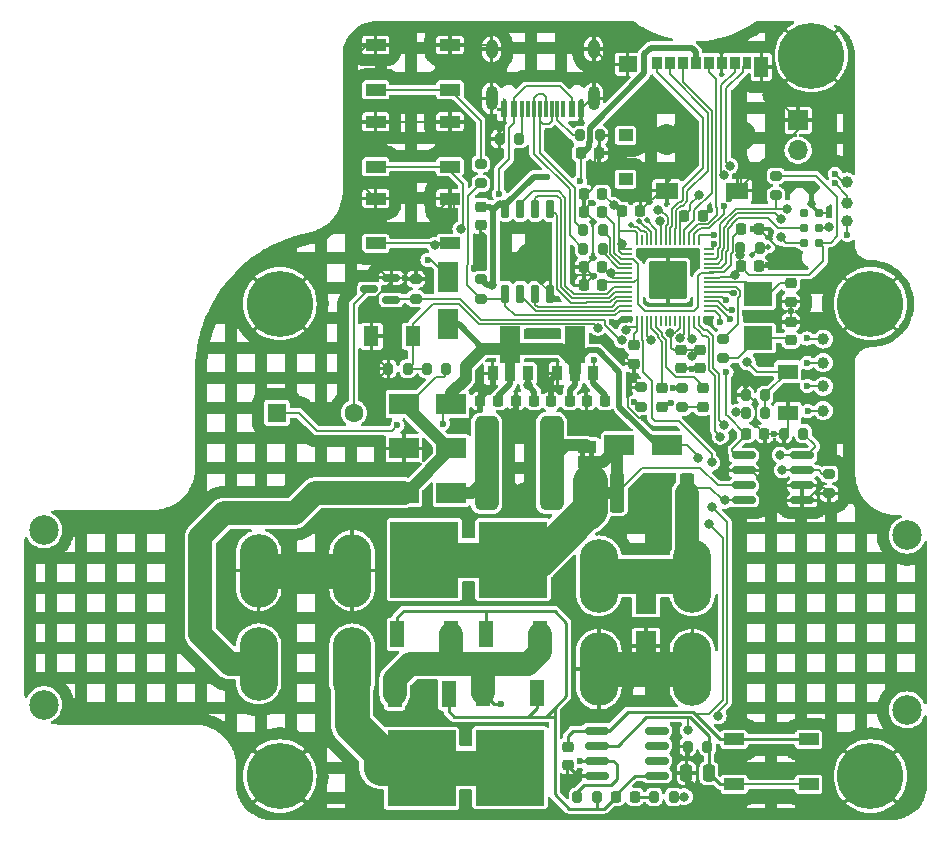
<source format=gbr>
%TF.GenerationSoftware,KiCad,Pcbnew,(6.99.0-874-g7b84e0a7d9-dirty)*%
%TF.CreationDate,2022-02-16T19:00:29-05:00*%
%TF.ProjectId,MotorcycleBatterIsolator,4d6f746f-7263-4796-936c-654261747465,rev?*%
%TF.SameCoordinates,Original*%
%TF.FileFunction,Copper,L1,Top*%
%TF.FilePolarity,Positive*%
%FSLAX46Y46*%
G04 Gerber Fmt 4.6, Leading zero omitted, Abs format (unit mm)*
G04 Created by KiCad (PCBNEW (6.99.0-874-g7b84e0a7d9-dirty)) date 2022-02-16 19:00:29*
%MOMM*%
%LPD*%
G01*
G04 APERTURE LIST*
G04 Aperture macros list*
%AMRoundRect*
0 Rectangle with rounded corners*
0 $1 Rounding radius*
0 $2 $3 $4 $5 $6 $7 $8 $9 X,Y pos of 4 corners*
0 Add a 4 corners polygon primitive as box body*
4,1,4,$2,$3,$4,$5,$6,$7,$8,$9,$2,$3,0*
0 Add four circle primitives for the rounded corners*
1,1,$1+$1,$2,$3*
1,1,$1+$1,$4,$5*
1,1,$1+$1,$6,$7*
1,1,$1+$1,$8,$9*
0 Add four rect primitives between the rounded corners*
20,1,$1+$1,$2,$3,$4,$5,0*
20,1,$1+$1,$4,$5,$6,$7,0*
20,1,$1+$1,$6,$7,$8,$9,0*
20,1,$1+$1,$8,$9,$2,$3,0*%
%AMFreePoly0*
4,1,9,3.862500,-0.866500,0.737500,-0.866500,0.737500,-0.450000,-0.737500,-0.450000,-0.737500,0.450000,0.737500,0.450000,0.737500,0.866500,3.862500,0.866500,3.862500,-0.866500,3.862500,-0.866500,$1*%
G04 Aperture macros list end*
%TA.AperFunction,SMDPad,CuDef*%
%ADD10C,1.000000*%
%TD*%
%TA.AperFunction,SMDPad,CuDef*%
%ADD11RoundRect,0.225000X-0.225000X-0.250000X0.225000X-0.250000X0.225000X0.250000X-0.225000X0.250000X0*%
%TD*%
%TA.AperFunction,SMDPad,CuDef*%
%ADD12RoundRect,0.150000X0.825000X0.150000X-0.825000X0.150000X-0.825000X-0.150000X0.825000X-0.150000X0*%
%TD*%
%TA.AperFunction,SMDPad,CuDef*%
%ADD13RoundRect,0.200000X0.200000X0.275000X-0.200000X0.275000X-0.200000X-0.275000X0.200000X-0.275000X0*%
%TD*%
%TA.AperFunction,ComponentPad*%
%ADD14C,5.600000*%
%TD*%
%TA.AperFunction,SMDPad,CuDef*%
%ADD15RoundRect,0.225000X-0.250000X0.225000X-0.250000X-0.225000X0.250000X-0.225000X0.250000X0.225000X0*%
%TD*%
%TA.AperFunction,SMDPad,CuDef*%
%ADD16R,0.900000X1.300000*%
%TD*%
%TA.AperFunction,SMDPad,CuDef*%
%ADD17FreePoly0,90.000000*%
%TD*%
%TA.AperFunction,SMDPad,CuDef*%
%ADD18RoundRect,0.162500X-0.825000X-0.162500X0.825000X-0.162500X0.825000X0.162500X-0.825000X0.162500X0*%
%TD*%
%TA.AperFunction,SMDPad,CuDef*%
%ADD19RoundRect,0.200000X-0.200000X-0.275000X0.200000X-0.275000X0.200000X0.275000X-0.200000X0.275000X0*%
%TD*%
%TA.AperFunction,SMDPad,CuDef*%
%ADD20RoundRect,0.200000X0.275000X-0.200000X0.275000X0.200000X-0.275000X0.200000X-0.275000X-0.200000X0*%
%TD*%
%TA.AperFunction,SMDPad,CuDef*%
%ADD21R,0.600000X1.450000*%
%TD*%
%TA.AperFunction,SMDPad,CuDef*%
%ADD22R,0.300000X1.450000*%
%TD*%
%TA.AperFunction,ComponentPad*%
%ADD23O,1.000000X2.100000*%
%TD*%
%TA.AperFunction,ComponentPad*%
%ADD24O,1.000000X1.600000*%
%TD*%
%TA.AperFunction,SMDPad,CuDef*%
%ADD25R,1.500000X1.000000*%
%TD*%
%TA.AperFunction,SMDPad,CuDef*%
%ADD26R,0.850000X1.100000*%
%TD*%
%TA.AperFunction,SMDPad,CuDef*%
%ADD27R,0.750000X1.100000*%
%TD*%
%TA.AperFunction,SMDPad,CuDef*%
%ADD28R,1.200000X1.000000*%
%TD*%
%TA.AperFunction,SMDPad,CuDef*%
%ADD29R,1.550000X1.350000*%
%TD*%
%TA.AperFunction,SMDPad,CuDef*%
%ADD30R,1.900000X1.350000*%
%TD*%
%TA.AperFunction,SMDPad,CuDef*%
%ADD31R,1.170000X1.800000*%
%TD*%
%TA.AperFunction,ComponentPad*%
%ADD32O,3.270000X6.230000*%
%TD*%
%TA.AperFunction,ComponentPad*%
%ADD33C,2.500000*%
%TD*%
%TA.AperFunction,SMDPad,CuDef*%
%ADD34R,1.200000X2.200000*%
%TD*%
%TA.AperFunction,SMDPad,CuDef*%
%ADD35R,5.800000X6.400000*%
%TD*%
%TA.AperFunction,SMDPad,CuDef*%
%ADD36RoundRect,0.200000X-0.275000X0.200000X-0.275000X-0.200000X0.275000X-0.200000X0.275000X0.200000X0*%
%TD*%
%TA.AperFunction,SMDPad,CuDef*%
%ADD37RoundRect,0.225000X0.225000X0.250000X-0.225000X0.250000X-0.225000X-0.250000X0.225000X-0.250000X0*%
%TD*%
%TA.AperFunction,ComponentPad*%
%ADD38R,1.600000X1.600000*%
%TD*%
%TA.AperFunction,ComponentPad*%
%ADD39C,1.600000*%
%TD*%
%TA.AperFunction,SMDPad,CuDef*%
%ADD40RoundRect,0.250000X0.250000X0.475000X-0.250000X0.475000X-0.250000X-0.475000X0.250000X-0.475000X0*%
%TD*%
%TA.AperFunction,SMDPad,CuDef*%
%ADD41R,2.500000X1.800000*%
%TD*%
%TA.AperFunction,SMDPad,CuDef*%
%ADD42R,1.700000X1.300000*%
%TD*%
%TA.AperFunction,SMDPad,CuDef*%
%ADD43R,1.300000X1.700000*%
%TD*%
%TA.AperFunction,ComponentPad*%
%ADD44R,1.700000X1.700000*%
%TD*%
%TA.AperFunction,ComponentPad*%
%ADD45O,1.700000X1.700000*%
%TD*%
%TA.AperFunction,SMDPad,CuDef*%
%ADD46RoundRect,0.150000X0.587500X0.150000X-0.587500X0.150000X-0.587500X-0.150000X0.587500X-0.150000X0*%
%TD*%
%TA.AperFunction,SMDPad,CuDef*%
%ADD47R,1.800000X2.500000*%
%TD*%
%TA.AperFunction,SMDPad,CuDef*%
%ADD48R,2.400000X2.000000*%
%TD*%
%TA.AperFunction,SMDPad,CuDef*%
%ADD49R,1.700000X1.000000*%
%TD*%
%TA.AperFunction,SMDPad,CuDef*%
%ADD50RoundRect,0.218750X0.256250X-0.218750X0.256250X0.218750X-0.256250X0.218750X-0.256250X-0.218750X0*%
%TD*%
%TA.AperFunction,SMDPad,CuDef*%
%ADD51RoundRect,0.050000X0.050000X-0.387500X0.050000X0.387500X-0.050000X0.387500X-0.050000X-0.387500X0*%
%TD*%
%TA.AperFunction,SMDPad,CuDef*%
%ADD52RoundRect,0.050000X0.387500X-0.050000X0.387500X0.050000X-0.387500X0.050000X-0.387500X-0.050000X0*%
%TD*%
%TA.AperFunction,ComponentPad*%
%ADD53C,0.600000*%
%TD*%
%TA.AperFunction,SMDPad,CuDef*%
%ADD54RoundRect,0.144000X1.456000X-1.456000X1.456000X1.456000X-1.456000X1.456000X-1.456000X-1.456000X0*%
%TD*%
%TA.AperFunction,SMDPad,CuDef*%
%ADD55RoundRect,0.250000X-0.362500X-1.425000X0.362500X-1.425000X0.362500X1.425000X-0.362500X1.425000X0*%
%TD*%
%TA.AperFunction,SMDPad,CuDef*%
%ADD56RoundRect,0.225000X0.250000X-0.225000X0.250000X0.225000X-0.250000X0.225000X-0.250000X-0.225000X0*%
%TD*%
%TA.AperFunction,ConnectorPad*%
%ADD57C,0.787400*%
%TD*%
%TA.AperFunction,SMDPad,CuDef*%
%ADD58RoundRect,0.500000X0.500000X3.500000X-0.500000X3.500000X-0.500000X-3.500000X0.500000X-3.500000X0*%
%TD*%
%TA.AperFunction,SMDPad,CuDef*%
%ADD59RoundRect,0.218750X0.218750X0.256250X-0.218750X0.256250X-0.218750X-0.256250X0.218750X-0.256250X0*%
%TD*%
%TA.AperFunction,SMDPad,CuDef*%
%ADD60RoundRect,0.150000X0.150000X-0.650000X0.150000X0.650000X-0.150000X0.650000X-0.150000X-0.650000X0*%
%TD*%
%TA.AperFunction,ViaPad*%
%ADD61C,0.600000*%
%TD*%
%TA.AperFunction,ViaPad*%
%ADD62C,0.800000*%
%TD*%
%TA.AperFunction,ViaPad*%
%ADD63C,0.500000*%
%TD*%
%TA.AperFunction,Conductor*%
%ADD64C,0.200000*%
%TD*%
%TA.AperFunction,Conductor*%
%ADD65C,0.250000*%
%TD*%
%TA.AperFunction,Conductor*%
%ADD66C,0.500000*%
%TD*%
%TA.AperFunction,Conductor*%
%ADD67C,2.000000*%
%TD*%
%TA.AperFunction,Conductor*%
%ADD68C,1.000000*%
%TD*%
%TA.AperFunction,Conductor*%
%ADD69C,3.000000*%
%TD*%
G04 APERTURE END LIST*
%TO.C,JP1*%
G36*
X134600000Y-140000000D02*
G01*
X134200000Y-140000000D01*
X134200000Y-139500000D01*
X134600000Y-139500000D01*
X134600000Y-140000000D01*
G37*
G36*
X133800000Y-140000000D02*
G01*
X133400000Y-140000000D01*
X133400000Y-139500000D01*
X133800000Y-139500000D01*
X133800000Y-140000000D01*
G37*
%TD*%
D10*
%TO.P,TP8,1,1*%
%TO.N,Net-(U5-GPIO19)*%
X156000000Y-116700000D03*
%TD*%
%TO.P,TP7,1,1*%
%TO.N,Net-(U5-GPIO18)*%
X156000000Y-118500000D03*
%TD*%
%TO.P,TP6,1,1*%
%TO.N,Net-(U5-GPIO17)*%
X156000000Y-120000000D03*
%TD*%
%TO.P,TP4,1,1*%
%TO.N,Net-(U5-GPIO15)*%
X154000000Y-130000000D03*
%TD*%
%TO.P,TP3,1,1*%
%TO.N,Net-(U5-GPIO14)*%
X154000000Y-132000000D03*
%TD*%
%TO.P,TP2,1,1*%
%TO.N,Net-(U5-GPIO13)*%
X154000000Y-134000000D03*
%TD*%
%TO.P,TP1,1,1*%
%TO.N,Net-(U5-GPIO12)*%
X154000000Y-136050000D03*
%TD*%
D11*
%TO.P,C11,1*%
%TO.N,+1V1*%
X147025000Y-120700000D03*
%TO.P,C11,2*%
%TO.N,GND*%
X148575000Y-120700000D03*
%TD*%
D12*
%TO.P,U4,1,A1*%
%TO.N,GND*%
X152225000Y-143655000D03*
%TO.P,U4,2,A0*%
X152225000Y-142385000D03*
%TO.P,U4,3,SDA*%
%TO.N,/SDA*%
X152225000Y-141115000D03*
%TO.P,U4,4,SCL*%
%TO.N,/SCL*%
X152225000Y-139845000D03*
%TO.P,U4,5,VS*%
%TO.N,+3V3*%
X147275000Y-139845000D03*
%TO.P,U4,6,GND*%
%TO.N,GND*%
X147275000Y-141115000D03*
%TO.P,U4,7,IN-*%
%TO.N,Net-(D7-A)*%
X147275000Y-142385000D03*
%TO.P,U4,8,IN+*%
%TO.N,/Battery+*%
X147275000Y-143655000D03*
%TD*%
D13*
%TO.P,R11,1*%
%TO.N,Net-(Q2-S)*%
X141325000Y-168750000D03*
%TO.P,R11,2*%
%TO.N,Net-(D6-K)*%
X139675000Y-168750000D03*
%TD*%
D14*
%TO.P,H4,1,1*%
%TO.N,GND*%
X108000000Y-127000000D03*
%TD*%
D15*
%TO.P,C1,1*%
%TO.N,+12V*%
X132367500Y-164525000D03*
%TO.P,C1,2*%
%TO.N,GND*%
X132367500Y-166075000D03*
%TD*%
%TO.P,C22,1*%
%TO.N,+3V3*%
X138000000Y-130535000D03*
%TO.P,C22,2*%
%TO.N,GND*%
X138000000Y-132085000D03*
%TD*%
D13*
%TO.P,R18,1*%
%TO.N,Net-(U5-USB_DP)*%
X135325000Y-122350000D03*
%TO.P,R18,2*%
%TO.N,/USB_D+*%
X133675000Y-122350000D03*
%TD*%
D16*
%TO.P,U2,1,GND*%
%TO.N,GND*%
X131499999Y-132899999D03*
D17*
%TO.P,U2,2,VIN*%
%TO.N,+12V*%
X133000000Y-132812500D03*
D16*
%TO.P,U2,3,VOUT*%
%TO.N,Net-(J2-VDD)*%
X134499999Y-132899999D03*
%TD*%
D18*
%TO.P,U1,1,V+*%
%TO.N,+12V*%
X134830000Y-163145000D03*
%TO.P,U1,2,INPUT*%
%TO.N,/GATE_CTRL*%
X134830000Y-164415000D03*
%TO.P,U1,3,SOURCE*%
%TO.N,Net-(Q2-S)*%
X134830000Y-165685000D03*
%TO.P,U1,4,GND*%
%TO.N,GND*%
X134830000Y-166955000D03*
%TO.P,U1,5,GATE*%
%TO.N,Net-(D6-A)*%
X139905000Y-166955000D03*
%TO.P,U1,6*%
%TO.N,N/C*%
X139905000Y-165685000D03*
%TO.P,U1,7*%
X139905000Y-164415000D03*
%TO.P,U1,8*%
X139905000Y-163145000D03*
%TD*%
D19*
%TO.P,R29,1*%
%TO.N,/Battery+*%
X147425000Y-136250000D03*
%TO.P,R29,2*%
%TO.N,/BatteryVoltage3v3*%
X149075000Y-136250000D03*
%TD*%
D20*
%TO.P,R15,1*%
%TO.N,/RST*%
X150000000Y-117825000D03*
%TO.P,R15,2*%
%TO.N,+3V3*%
X150000000Y-116175000D03*
%TD*%
D21*
%TO.P,J5,A1,GND*%
%TO.N,GND*%
X133499999Y-110544999D03*
%TO.P,J5,A4,VBUS*%
%TO.N,Net-(D10-A)*%
X132699999Y-110544999D03*
D22*
%TO.P,J5,A5,CC1*%
%TO.N,Net-(J5-CC1)*%
X131499999Y-110544999D03*
%TO.P,J5,A6,D+*%
%TO.N,/USB_D+*%
X130499999Y-110544999D03*
%TO.P,J5,A7,D-*%
%TO.N,/USB_D-*%
X129999999Y-110544999D03*
%TO.P,J5,A8,SBU1*%
%TO.N,unconnected-(J5-SBU1)*%
X128999999Y-110544999D03*
D21*
%TO.P,J5,A9,VBUS*%
%TO.N,Net-(D10-A)*%
X127799999Y-110544999D03*
%TO.P,J5,A12,GND*%
%TO.N,GND*%
X126999999Y-110544999D03*
%TO.P,J5,B1,GND*%
X126999999Y-110544999D03*
%TO.P,J5,B4,VBUS*%
%TO.N,Net-(D10-A)*%
X127799999Y-110544999D03*
D22*
%TO.P,J5,B5,CC2*%
%TO.N,Net-(J5-CC2)*%
X128499999Y-110544999D03*
%TO.P,J5,B6,D+*%
%TO.N,/USB_D+*%
X129499999Y-110544999D03*
%TO.P,J5,B7,D-*%
%TO.N,/USB_D-*%
X130999999Y-110544999D03*
%TO.P,J5,B8,SBU2*%
%TO.N,unconnected-(J5-SBU2)*%
X131999999Y-110544999D03*
D21*
%TO.P,J5,B9,VBUS*%
%TO.N,Net-(D10-A)*%
X132699999Y-110544999D03*
%TO.P,J5,B12,GND*%
%TO.N,GND*%
X133499999Y-110544999D03*
D23*
%TO.P,J5,S1,SHIELD*%
X134569999Y-109629999D03*
D24*
X134569999Y-105449999D03*
D23*
X125929999Y-109629999D03*
D24*
X125929999Y-105449999D03*
%TD*%
D11*
%TO.P,C14,1*%
%TO.N,+3V3*%
X136975000Y-119150000D03*
%TO.P,C14,2*%
%TO.N,GND*%
X138525000Y-119150000D03*
%TD*%
D20*
%TO.P,R17,1*%
%TO.N,Net-(C7-Pad1)*%
X145500000Y-131635000D03*
%TO.P,R17,2*%
%TO.N,Net-(U5-XIN)*%
X145500000Y-129985000D03*
%TD*%
D16*
%TO.P,U6,1,GND*%
%TO.N,GND*%
X125999999Y-132899999D03*
D17*
%TO.P,U6,2,VIN*%
%TO.N,+12V*%
X127500000Y-132812500D03*
D16*
%TO.P,U6,3,VOUT*%
%TO.N,+3V3*%
X128999999Y-132899999D03*
%TD*%
D15*
%TO.P,C6,1*%
%TO.N,+3V3*%
X125000000Y-118785000D03*
%TO.P,C6,2*%
%TO.N,GND*%
X125000000Y-120335000D03*
%TD*%
D25*
%TO.P,JP1,1,A*%
%TO.N,Net-(JP1-A)*%
X133999999Y-139099999D03*
%TO.P,JP1,2,B*%
%TO.N,Net-(D7-A)*%
X133999999Y-140399999D03*
%TD*%
D26*
%TO.P,J2,1,DAT2*%
%TO.N,/DAT2*%
X139894999Y-106609999D03*
%TO.P,J2,2,DAT3/CD*%
%TO.N,/DAT3*%
X140994999Y-106609999D03*
%TO.P,J2,3,CMD*%
%TO.N,/SD_CMD*%
X142094999Y-106609999D03*
%TO.P,J2,4,VDD*%
%TO.N,Net-(J2-VDD)*%
X143194999Y-106609999D03*
%TO.P,J2,5,CLK*%
%TO.N,/SD_CLK*%
X144294999Y-106609999D03*
%TO.P,J2,6,VSS*%
%TO.N,GND*%
X145394999Y-106609999D03*
%TO.P,J2,7,DAT0*%
%TO.N,/DAT0*%
X146494999Y-106609999D03*
D27*
%TO.P,J2,8,DAT1*%
%TO.N,/DAT1*%
X147544999Y-106609999D03*
D28*
%TO.P,J2,9,DET_B*%
%TO.N,unconnected-(J2-DET_B)*%
X137259999Y-112759999D03*
%TO.P,J2,10,DET_A*%
%TO.N,unconnected-(J2-DET_A)*%
X137259999Y-116459999D03*
D29*
%TO.P,J2,11,SHIELD*%
%TO.N,GND*%
X137434999Y-106734999D03*
D30*
X140759999Y-117434999D03*
X146729999Y-117434999D03*
D31*
X148754999Y-106959999D03*
%TD*%
D32*
%TO.P,J1,1,Pin_1*%
%TO.N,/Motorcycle+*%
X114117499Y-157499999D03*
%TO.P,J1,2,Pin_2*%
X106197499Y-157499999D03*
%TO.P,J1,3,Pin_3*%
%TO.N,GND*%
X114117499Y-149599999D03*
%TO.P,J1,4,Pin_4*%
X106197499Y-149599999D03*
D33*
%TO.P,J1,5*%
%TO.N,N/C*%
X88017500Y-160940000D03*
X88017500Y-146160000D03*
%TD*%
D15*
%TO.P,C10,1*%
%TO.N,Net-(U5-XOUT)*%
X151250000Y-125285000D03*
%TO.P,C10,2*%
%TO.N,GND*%
X151250000Y-126835000D03*
%TD*%
D14*
%TO.P,H2,1,1*%
%TO.N,GND*%
X153000000Y-106000000D03*
%TD*%
D34*
%TO.P,Q6,1,G*%
%TO.N,Net-(D6-A)*%
X117944999Y-154974999D03*
D35*
%TO.P,Q6,2,D*%
%TO.N,Net-(D7-A)*%
X120224999Y-148674999D03*
D34*
%TO.P,Q6,3,S*%
%TO.N,Net-(Q2-S)*%
X122504999Y-154974999D03*
%TD*%
D36*
%TO.P,R10,1*%
%TO.N,GND*%
X119500000Y-124925000D03*
%TO.P,R10,2*%
%TO.N,/BUZZER_CTRL*%
X119500000Y-126575000D03*
%TD*%
D37*
%TO.P,C3,1*%
%TO.N,+12V*%
X132525000Y-135250000D03*
%TO.P,C3,2*%
%TO.N,GND*%
X130975000Y-135250000D03*
%TD*%
D38*
%TO.P,BZ1,1,-*%
%TO.N,+12V*%
X107749999Y-136249999D03*
D39*
%TO.P,BZ1,2,+*%
%TO.N,Net-(BZ1-+)*%
X114250000Y-136250000D03*
%TD*%
D40*
%TO.P,C2,1*%
%TO.N,/GATE_CTRL*%
X144317500Y-166750000D03*
%TO.P,C2,2*%
%TO.N,GND*%
X142417500Y-166750000D03*
%TD*%
D41*
%TO.P,D1,1,K*%
%TO.N,/Motorcycle+*%
X122499999Y-139249999D03*
%TO.P,D1,2,A*%
%TO.N,GND*%
X118499999Y-139249999D03*
%TD*%
D42*
%TO.P,D13,1,K*%
%TO.N,/BatteryVoltage3v3*%
X150999999Y-132749999D03*
%TO.P,D13,2,A*%
%TO.N,GND*%
X150999999Y-136249999D03*
%TD*%
D20*
%TO.P,R22,1*%
%TO.N,Net-(D9-K)*%
X142050000Y-135775000D03*
%TO.P,R22,2*%
%TO.N,GND*%
X142050000Y-134125000D03*
%TD*%
D14*
%TO.P,H3,1,1*%
%TO.N,GND*%
X158000000Y-167000000D03*
%TD*%
D19*
%TO.P,R23,1*%
%TO.N,GND*%
X150675000Y-138000000D03*
%TO.P,R23,2*%
%TO.N,/SCL*%
X152325000Y-138000000D03*
%TD*%
D43*
%TO.P,D12,1,K*%
%TO.N,/MotorcycleVoltage3v3*%
X119249999Y-129749999D03*
%TO.P,D12,2,A*%
%TO.N,GND*%
X115749999Y-129749999D03*
%TD*%
D15*
%TO.P,C21,1*%
%TO.N,+3V3*%
X143600000Y-130900000D03*
%TO.P,C21,2*%
%TO.N,GND*%
X143600000Y-132450000D03*
%TD*%
D37*
%TO.P,C12,1*%
%TO.N,+1V1*%
X135275000Y-119250000D03*
%TO.P,C12,2*%
%TO.N,GND*%
X133725000Y-119250000D03*
%TD*%
%TO.P,C15,1*%
%TO.N,+3V3*%
X135275000Y-117700000D03*
%TO.P,C15,2*%
%TO.N,GND*%
X133725000Y-117700000D03*
%TD*%
%TO.P,C16,1*%
%TO.N,+12V*%
X126500000Y-135250000D03*
%TO.P,C16,2*%
%TO.N,GND*%
X124950000Y-135250000D03*
%TD*%
D11*
%TO.P,C13,1*%
%TO.N,+3V3*%
X142250000Y-119560000D03*
%TO.P,C13,2*%
%TO.N,GND*%
X143800000Y-119560000D03*
%TD*%
D14*
%TO.P,H5,1,1*%
%TO.N,GND*%
X158000000Y-127000000D03*
%TD*%
D44*
%TO.P,TH1,1*%
%TO.N,GND*%
X151874999Y-111474999D03*
D45*
%TO.P,TH1,2*%
%TO.N,/Thermistor*%
X151874999Y-114014999D03*
%TD*%
D46*
%TO.P,Q7,1,G*%
%TO.N,/BUZZER_CTRL*%
X117437500Y-126700000D03*
%TO.P,Q7,2,S*%
%TO.N,GND*%
X117437500Y-124800000D03*
%TO.P,Q7,3,D*%
%TO.N,Net-(BZ1-+)*%
X115562500Y-125750000D03*
%TD*%
D47*
%TO.P,D8,1,K*%
%TO.N,/Battery+*%
X138999999Y-151999999D03*
%TO.P,D8,2,A*%
%TO.N,GND*%
X138999999Y-155999999D03*
%TD*%
D11*
%TO.P,C5,1*%
%TO.N,Net-(J2-VDD)*%
X133475000Y-114250000D03*
%TO.P,C5,2*%
%TO.N,GND*%
X135025000Y-114250000D03*
%TD*%
D32*
%TO.P,J4,1,Pin_1*%
%TO.N,/Battery+*%
X134999999Y-150049999D03*
%TO.P,J4,2,Pin_2*%
X142919999Y-150049999D03*
%TO.P,J4,3,Pin_3*%
%TO.N,GND*%
X134999999Y-157949999D03*
%TO.P,J4,4,Pin_4*%
X142919999Y-157949999D03*
D33*
%TO.P,J4,5*%
%TO.N,N/C*%
X161100000Y-146610000D03*
X161100000Y-161390000D03*
%TD*%
D36*
%TO.P,R13,1*%
%TO.N,/~{USB_BOOT}*%
X125000000Y-115175000D03*
%TO.P,R13,2*%
%TO.N,Net-(U3-~{CS})*%
X125000000Y-116825000D03*
%TD*%
D48*
%TO.P,Y1,1,1*%
%TO.N,Net-(C7-Pad1)*%
X148499999Y-129909999D03*
%TO.P,Y1,2,2*%
%TO.N,Net-(U5-XOUT)*%
X148499999Y-126209999D03*
%TD*%
D34*
%TO.P,Q3,1,G*%
%TO.N,Net-(D6-A)*%
X122279999Y-160049999D03*
D35*
%TO.P,Q3,2,D*%
%TO.N,/Motorcycle+*%
X119999999Y-166349999D03*
D34*
%TO.P,Q3,3,S*%
%TO.N,Net-(Q2-S)*%
X117719999Y-160049999D03*
%TD*%
D49*
%TO.P,SW4,1,1*%
%TO.N,Net-(U5-GPIO8)*%
X122399999Y-115399999D03*
X116099999Y-115399999D03*
%TO.P,SW4,2,2*%
%TO.N,GND*%
X122399999Y-111599999D03*
X116099999Y-111599999D03*
%TD*%
%TO.P,SW3,1,1*%
%TO.N,Net-(U5-GPIO9)*%
X122399999Y-121899999D03*
X116099999Y-121899999D03*
%TO.P,SW3,2,2*%
%TO.N,GND*%
X122399999Y-118099999D03*
X116099999Y-118099999D03*
%TD*%
D19*
%TO.P,R12,1*%
%TO.N,Net-(Q2-S)*%
X133175000Y-168750000D03*
%TO.P,R12,2*%
%TO.N,Net-(D6-A)*%
X134825000Y-168750000D03*
%TD*%
D47*
%TO.P,D10,1,K*%
%TO.N,+12V*%
X122249999Y-128749999D03*
%TO.P,D10,2,A*%
%TO.N,Net-(D10-A)*%
X122249999Y-124749999D03*
%TD*%
D50*
%TO.P,D9,1,K*%
%TO.N,Net-(D9-K)*%
X143800000Y-135737500D03*
%TO.P,D9,2,A*%
%TO.N,Net-(D9-A)*%
X143800000Y-134162500D03*
%TD*%
D37*
%TO.P,C4,1*%
%TO.N,Net-(J2-VDD)*%
X135525000Y-135250000D03*
%TO.P,C4,2*%
%TO.N,GND*%
X133975000Y-135250000D03*
%TD*%
D41*
%TO.P,D3,1,K*%
%TO.N,Net-(D3-K)*%
X122499999Y-142999999D03*
%TO.P,D3,2,A*%
%TO.N,/Motorcycle+*%
X118499999Y-142999999D03*
%TD*%
D13*
%TO.P,R27,1*%
%TO.N,/MotorcycleVoltage3v3*%
X118825000Y-132500000D03*
%TO.P,R27,2*%
%TO.N,GND*%
X117175000Y-132500000D03*
%TD*%
D19*
%TO.P,R20,1*%
%TO.N,GND*%
X126600000Y-113060000D03*
%TO.P,R20,2*%
%TO.N,Net-(J5-CC2)*%
X128250000Y-113060000D03*
%TD*%
D14*
%TO.P,H1,1,1*%
%TO.N,GND*%
X108000000Y-167000000D03*
%TD*%
D11*
%TO.P,C8,1*%
%TO.N,+3V3*%
X147475000Y-138000000D03*
%TO.P,C8,2*%
%TO.N,GND*%
X149025000Y-138000000D03*
%TD*%
D51*
%TO.P,U5,1,IOVDD*%
%TO.N,+3V3*%
X138250000Y-128447500D03*
%TO.P,U5,2,GPIO0*%
%TO.N,/GATE_CTRL*%
X138650000Y-128447500D03*
%TO.P,U5,3,GPIO1*%
%TO.N,/BUZZER_CTRL*%
X139050000Y-128447500D03*
%TO.P,U5,4,GPIO2*%
%TO.N,Net-(D11-A)*%
X139450000Y-128447500D03*
%TO.P,U5,5,GPIO3*%
%TO.N,Net-(D9-A)*%
X139850000Y-128447500D03*
%TO.P,U5,6,GPIO4*%
%TO.N,unconnected-(U5-GPIO4)*%
X140250000Y-128447500D03*
%TO.P,U5,7,GPIO5*%
%TO.N,unconnected-(U5-GPIO5)*%
X140650000Y-128447500D03*
%TO.P,U5,8,GPIO6*%
%TO.N,unconnected-(U5-GPIO6)*%
X141050000Y-128447500D03*
%TO.P,U5,9,GPIO7*%
%TO.N,unconnected-(U5-GPIO7)*%
X141450000Y-128447500D03*
%TO.P,U5,10,IOVDD*%
%TO.N,+3V3*%
X141850000Y-128447500D03*
%TO.P,U5,11,GPIO8*%
%TO.N,Net-(U5-GPIO8)*%
X142250000Y-128447500D03*
%TO.P,U5,12,GPIO9*%
%TO.N,Net-(U5-GPIO9)*%
X142650000Y-128447500D03*
%TO.P,U5,13,GPIO10*%
%TO.N,/SDA*%
X143050000Y-128447500D03*
%TO.P,U5,14,GPIO11*%
%TO.N,/SCL*%
X143450000Y-128447500D03*
D52*
%TO.P,U5,15,GPIO12*%
%TO.N,Net-(U5-GPIO12)*%
X144287500Y-127610000D03*
%TO.P,U5,16,GPIO13*%
%TO.N,Net-(U5-GPIO13)*%
X144287500Y-127210000D03*
%TO.P,U5,17,GPIO14*%
%TO.N,Net-(U5-GPIO14)*%
X144287500Y-126810000D03*
%TO.P,U5,18,GPIO15*%
%TO.N,Net-(U5-GPIO15)*%
X144287500Y-126410000D03*
%TO.P,U5,19,TESTEN*%
%TO.N,GND*%
X144287500Y-126010000D03*
%TO.P,U5,20,XIN*%
%TO.N,Net-(U5-XIN)*%
X144287500Y-125610000D03*
%TO.P,U5,21,XOUT*%
%TO.N,Net-(U5-XOUT)*%
X144287500Y-125210000D03*
%TO.P,U5,22,IOVDD*%
%TO.N,+3V3*%
X144287500Y-124810000D03*
%TO.P,U5,23,DVDD*%
%TO.N,+1V1*%
X144287500Y-124410000D03*
%TO.P,U5,24,SWCLK*%
%TO.N,Net-(J3-Pin_4)*%
X144287500Y-124010000D03*
%TO.P,U5,25,SWD*%
%TO.N,Net-(J3-Pin_2)*%
X144287500Y-123610000D03*
%TO.P,U5,26,RUN*%
%TO.N,/RST*%
X144287500Y-123210000D03*
%TO.P,U5,27,GPIO16*%
%TO.N,Net-(U5-GPIO16)*%
X144287500Y-122810000D03*
%TO.P,U5,28,GPIO17*%
%TO.N,Net-(U5-GPIO17)*%
X144287500Y-122410000D03*
D51*
%TO.P,U5,29,GPIO18*%
%TO.N,Net-(U5-GPIO18)*%
X143450000Y-121572500D03*
%TO.P,U5,30,GPIO19*%
%TO.N,Net-(U5-GPIO19)*%
X143050000Y-121572500D03*
%TO.P,U5,31,GPIO20*%
%TO.N,/SD_CLK*%
X142650000Y-121572500D03*
%TO.P,U5,32,GPIO21*%
%TO.N,/SD_CMD*%
X142250000Y-121572500D03*
%TO.P,U5,33,IOVDD*%
%TO.N,+3V3*%
X141850000Y-121572500D03*
%TO.P,U5,34,GPIO22*%
%TO.N,/DAT3*%
X141450000Y-121572500D03*
%TO.P,U5,35,GPIO23*%
%TO.N,/DAT2*%
X141050000Y-121572500D03*
%TO.P,U5,36,GPIO24*%
%TO.N,/DAT1*%
X140650000Y-121572500D03*
%TO.P,U5,37,GPIO25*%
%TO.N,/DAT0*%
X140250000Y-121572500D03*
%TO.P,U5,38,GPIO26_ADC0*%
%TO.N,/Thermistor*%
X139850000Y-121572500D03*
%TO.P,U5,39,GPIO27_ADC1*%
%TO.N,/MotorcycleVoltage3v3*%
X139450000Y-121572500D03*
%TO.P,U5,40,GPIO28_ADC2*%
%TO.N,/BatteryVoltage3v3*%
X139050000Y-121572500D03*
%TO.P,U5,41,GPIO29_ADC3*%
%TO.N,unconnected-(U5-GPIO29_ADC3)*%
X138650000Y-121572500D03*
%TO.P,U5,42,IOVDD*%
%TO.N,+3V3*%
X138250000Y-121572500D03*
D52*
%TO.P,U5,43,ADC_AVDD*%
X137412500Y-122410000D03*
%TO.P,U5,44,VREG_IN*%
X137412500Y-122810000D03*
%TO.P,U5,45,VREG_VOUT*%
%TO.N,+1V1*%
X137412500Y-123210000D03*
%TO.P,U5,46,USB_DM*%
%TO.N,Net-(U5-USB_DM)*%
X137412500Y-123610000D03*
%TO.P,U5,47,USB_DP*%
%TO.N,Net-(U5-USB_DP)*%
X137412500Y-124010000D03*
%TO.P,U5,48,USB_VDD*%
%TO.N,+3V3*%
X137412500Y-124410000D03*
%TO.P,U5,49,IOVDD*%
X137412500Y-124810000D03*
%TO.P,U5,50,DVDD*%
%TO.N,+1V1*%
X137412500Y-125210000D03*
%TO.P,U5,51,QSPI_SD3*%
%TO.N,Net-(U3-IO3)*%
X137412500Y-125610000D03*
%TO.P,U5,52,QSPI_SCLK*%
%TO.N,Net-(U3-CLK)*%
X137412500Y-126010000D03*
%TO.P,U5,53,QSPI_SD0*%
%TO.N,Net-(U3-DI(IO0))*%
X137412500Y-126410000D03*
%TO.P,U5,54,QSPI_SD2*%
%TO.N,Net-(U3-IO2)*%
X137412500Y-126810000D03*
%TO.P,U5,55,QSPI_SD1*%
%TO.N,Net-(U3-DO(IO1))*%
X137412500Y-127210000D03*
%TO.P,U5,56,QSPI_SS*%
%TO.N,Net-(U3-~{CS})*%
X137412500Y-127610000D03*
D53*
%TO.P,U5,57,GND*%
%TO.N,GND*%
X139575000Y-126285000D03*
X140850000Y-126285000D03*
X142125000Y-126285000D03*
X139575000Y-125010000D03*
X140850000Y-125010000D03*
D54*
X140850000Y-125010000D03*
D53*
X142125000Y-125010000D03*
X139575000Y-123735000D03*
X140850000Y-123735000D03*
X142125000Y-123735000D03*
%TD*%
D34*
%TO.P,Q2,1,G*%
%TO.N,Net-(D6-A)*%
X129754999Y-159974999D03*
D35*
%TO.P,Q2,2,D*%
%TO.N,/Motorcycle+*%
X127474999Y-166274999D03*
D34*
%TO.P,Q2,3,S*%
%TO.N,Net-(Q2-S)*%
X125194999Y-159974999D03*
%TD*%
D49*
%TO.P,SW1,1,1*%
%TO.N,+12V*%
X146467499Y-163899999D03*
X152767499Y-163899999D03*
%TO.P,SW1,2,2*%
%TO.N,/GATE_CTRL*%
X146467499Y-167699999D03*
X152767499Y-167699999D03*
%TD*%
D15*
%TO.P,C20,1*%
%TO.N,+3V3*%
X142000000Y-130925000D03*
%TO.P,C20,2*%
%TO.N,GND*%
X142000000Y-132475000D03*
%TD*%
D34*
%TO.P,Q5,1,G*%
%TO.N,Net-(D6-A)*%
X125444999Y-154974999D03*
D35*
%TO.P,Q5,2,D*%
%TO.N,Net-(D7-A)*%
X127724999Y-148674999D03*
D34*
%TO.P,Q5,3,S*%
%TO.N,Net-(Q2-S)*%
X130004999Y-154974999D03*
%TD*%
D37*
%TO.P,C19,1*%
%TO.N,+3V3*%
X129550000Y-135250000D03*
%TO.P,C19,2*%
%TO.N,GND*%
X128000000Y-135250000D03*
%TD*%
D13*
%TO.P,R1,1*%
%TO.N,/GATE_CTRL*%
X144192500Y-164500000D03*
%TO.P,R1,2*%
%TO.N,GND*%
X142542500Y-164500000D03*
%TD*%
D55*
%TO.P,R14,1*%
%TO.N,Net-(D7-A)*%
X136537500Y-143000000D03*
%TO.P,R14,2*%
%TO.N,/Battery+*%
X142462500Y-143000000D03*
%TD*%
D50*
%TO.P,D11,1,K*%
%TO.N,Net-(D11-K)*%
X140350000Y-135712500D03*
%TO.P,D11,2,A*%
%TO.N,Net-(D11-A)*%
X140350000Y-134137500D03*
%TD*%
D13*
%TO.P,R21,1*%
%TO.N,GND*%
X135075000Y-112750000D03*
%TO.P,R21,2*%
%TO.N,Net-(J5-CC1)*%
X133425000Y-112750000D03*
%TD*%
%TO.P,R26,1*%
%TO.N,/Motorcycle+*%
X122075000Y-132500000D03*
%TO.P,R26,2*%
%TO.N,/MotorcycleVoltage3v3*%
X120425000Y-132500000D03*
%TD*%
D37*
%TO.P,C17,1*%
%TO.N,+3V3*%
X135275000Y-123900000D03*
%TO.P,C17,2*%
%TO.N,GND*%
X133725000Y-123900000D03*
%TD*%
D41*
%TO.P,D7,1,K*%
%TO.N,+12V*%
X140749999Y-138999999D03*
%TO.P,D7,2,A*%
%TO.N,Net-(D7-A)*%
X136749999Y-138999999D03*
%TD*%
D37*
%TO.P,C9,1*%
%TO.N,+1V1*%
X135275000Y-125450000D03*
%TO.P,C9,2*%
%TO.N,GND*%
X133725000Y-125450000D03*
%TD*%
D11*
%TO.P,C18,1*%
%TO.N,+3V3*%
X147000000Y-123810000D03*
%TO.P,C18,2*%
%TO.N,GND*%
X148550000Y-123810000D03*
%TD*%
D13*
%TO.P,R28,1*%
%TO.N,/Thermistor*%
X148625000Y-122250000D03*
%TO.P,R28,2*%
%TO.N,+3V3*%
X146975000Y-122250000D03*
%TD*%
D41*
%TO.P,D2,1,K*%
%TO.N,+12V*%
X122499999Y-135499999D03*
%TO.P,D2,2,A*%
%TO.N,/Motorcycle+*%
X118499999Y-135499999D03*
%TD*%
D56*
%TO.P,C7,1*%
%TO.N,Net-(C7-Pad1)*%
X151250000Y-130085000D03*
%TO.P,C7,2*%
%TO.N,GND*%
X151250000Y-128535000D03*
%TD*%
D20*
%TO.P,R25,1*%
%TO.N,GND*%
X154500000Y-143075000D03*
%TO.P,R25,2*%
%TO.N,/SDA*%
X154500000Y-141425000D03*
%TD*%
%TO.P,R24,1*%
%TO.N,Net-(D11-K)*%
X138600000Y-135750000D03*
%TO.P,R24,2*%
%TO.N,GND*%
X138600000Y-134100000D03*
%TD*%
D57*
%TO.P,J3,1,Pin_1*%
%TO.N,+3V3*%
X153635000Y-121830000D03*
%TO.P,J3,2,Pin_2*%
%TO.N,Net-(J3-Pin_2)*%
X152365000Y-121830000D03*
%TO.P,J3,3,Pin_3*%
%TO.N,/RST*%
X153635000Y-120560000D03*
%TO.P,J3,4,Pin_4*%
%TO.N,Net-(J3-Pin_4)*%
X152365000Y-120560000D03*
%TO.P,J3,5,Pin_5*%
%TO.N,GND*%
X153635000Y-119290000D03*
%TO.P,J3,6,Pin_6*%
%TO.N,unconnected-(J3-Pin_6)*%
X152365000Y-119290000D03*
%TD*%
D13*
%TO.P,R19,1*%
%TO.N,Net-(U5-USB_DM)*%
X135325000Y-120800000D03*
%TO.P,R19,2*%
%TO.N,/USB_D-*%
X133675000Y-120800000D03*
%TD*%
D49*
%TO.P,SW2,1,1*%
%TO.N,/~{USB_BOOT}*%
X122399999Y-108899999D03*
X116099999Y-108899999D03*
%TO.P,SW2,2,2*%
%TO.N,GND*%
X122399999Y-105099999D03*
X116099999Y-105099999D03*
%TD*%
D58*
%TO.P,R4,1*%
%TO.N,Net-(JP1-A)*%
X131000000Y-140500000D03*
%TO.P,R4,2*%
%TO.N,Net-(D3-K)*%
X125500000Y-140500000D03*
%TD*%
D19*
%TO.P,R30,1*%
%TO.N,GND*%
X147425000Y-134750000D03*
%TO.P,R30,2*%
%TO.N,/BatteryVoltage3v3*%
X149075000Y-134750000D03*
%TD*%
D59*
%TO.P,D6,1,K*%
%TO.N,Net-(D6-K)*%
X138037500Y-168750000D03*
%TO.P,D6,2,A*%
%TO.N,Net-(D6-A)*%
X136462500Y-168750000D03*
%TD*%
D36*
%TO.P,R16,1*%
%TO.N,+3V3*%
X125000000Y-124925000D03*
%TO.P,R16,2*%
%TO.N,Net-(U3-~{CS})*%
X125000000Y-126575000D03*
%TD*%
D60*
%TO.P,U3,1,~{CS}*%
%TO.N,Net-(U3-~{CS})*%
X127095000Y-126160000D03*
%TO.P,U3,2,DO(IO1)*%
%TO.N,Net-(U3-DO(IO1))*%
X128365000Y-126160000D03*
%TO.P,U3,3,IO2*%
%TO.N,Net-(U3-IO2)*%
X129635000Y-126160000D03*
%TO.P,U3,4,GND*%
%TO.N,GND*%
X130905000Y-126160000D03*
%TO.P,U3,5,DI(IO0)*%
%TO.N,Net-(U3-DI(IO0))*%
X130905000Y-118960000D03*
%TO.P,U3,6,CLK*%
%TO.N,Net-(U3-CLK)*%
X129635000Y-118960000D03*
%TO.P,U3,7,IO3*%
%TO.N,Net-(U3-IO3)*%
X128365000Y-118960000D03*
%TO.P,U3,8,VCC*%
%TO.N,+3V3*%
X127095000Y-118960000D03*
%TD*%
D61*
%TO.N,Net-(U5-GPIO17)*%
X156050000Y-121200000D03*
%TO.N,Net-(U5-GPIO18)*%
X155000000Y-116800000D03*
%TO.N,Net-(U5-GPIO19)*%
X155000000Y-116000000D03*
X145600000Y-118750000D03*
%TO.N,Net-(U5-GPIO18)*%
X144716649Y-121204989D03*
%TO.N,Net-(U5-GPIO17)*%
X144724988Y-121954445D03*
%TO.N,Net-(U5-GPIO12)*%
X152700000Y-136100000D03*
%TO.N,Net-(U5-GPIO14)*%
X152650000Y-132000000D03*
%TO.N,Net-(U5-GPIO15)*%
X152600000Y-129950000D03*
%TO.N,Net-(U5-GPIO13)*%
X152650000Y-133950000D03*
%TO.N,Net-(U5-GPIO15)*%
X145750000Y-126700000D03*
%TO.N,Net-(U5-GPIO14)*%
X146250000Y-127550000D03*
%TO.N,Net-(U5-GPIO13)*%
X146100000Y-128300000D03*
%TO.N,Net-(U5-GPIO12)*%
X145250000Y-128550000D03*
D62*
%TO.N,/GATE_CTRL*%
X145109266Y-161909266D03*
X144550000Y-140450000D03*
X144550000Y-144200000D03*
X142550000Y-163100000D03*
D61*
%TO.N,Net-(J2-VDD)*%
X134600000Y-131750000D03*
X133400000Y-116650000D03*
%TO.N,GND*%
X134700000Y-115850000D03*
X118550000Y-124800000D03*
X130000000Y-129650000D03*
X146029812Y-118135983D03*
X140750000Y-113100000D03*
X147500000Y-133850000D03*
X153600000Y-142650000D03*
D62*
X127650000Y-136300000D03*
D61*
X131450000Y-126600000D03*
X142850000Y-132500000D03*
X147349500Y-127811999D03*
X129300000Y-123100000D03*
X144300000Y-128400000D03*
X144438556Y-119111444D03*
X133850000Y-134350000D03*
X146414017Y-126120188D03*
X134550000Y-124650000D03*
X133500000Y-111650000D03*
X150150000Y-109250000D03*
X138000000Y-133500000D03*
X133150000Y-166900000D03*
X130975000Y-134125000D03*
X131650000Y-113300000D03*
X149850000Y-138000000D03*
X136150000Y-128550000D03*
X145400000Y-105600000D03*
X140850000Y-116450000D03*
X147000000Y-112750000D03*
X124900000Y-136000000D03*
X126600000Y-112200000D03*
X154450000Y-119350000D03*
X125100000Y-121150000D03*
X122750000Y-119650000D03*
X121600000Y-119050000D03*
X132800000Y-124550000D03*
X128750000Y-115200000D03*
X134350000Y-118450000D03*
X145850000Y-141100000D03*
X138850000Y-136700000D03*
X116400000Y-133300000D03*
D62*
X142750000Y-167750000D03*
D61*
X139550000Y-144150000D03*
X118500000Y-139250000D03*
X141300000Y-134150000D03*
X148050000Y-120650000D03*
X138550000Y-117950000D03*
X139550000Y-108650000D03*
X137100000Y-131350000D03*
X128800000Y-143400000D03*
X137650000Y-128300000D03*
X124400000Y-124000000D03*
X151250000Y-127650000D03*
X142700000Y-111900000D03*
X149350000Y-123750000D03*
D62*
%TO.N,+3V3*%
X142850000Y-131450000D03*
X146507915Y-124560500D03*
X129000000Y-133900000D03*
X143450000Y-117800000D03*
X146975897Y-122914251D03*
D61*
X145800000Y-132800000D03*
X130600000Y-116250000D03*
D62*
X137297299Y-129199500D03*
X141000000Y-129450000D03*
X136973533Y-121962732D03*
X125990734Y-125459266D03*
X136262500Y-118687500D03*
X136060000Y-124410000D03*
D61*
%TO.N,+12V*%
X117950000Y-137300000D03*
X121800000Y-137150000D03*
D62*
X144300000Y-145650000D03*
X143400000Y-140050000D03*
D61*
%TO.N,Net-(D10-A)*%
X120500000Y-123300000D03*
X126550000Y-117700000D03*
%TO.N,Net-(D11-K)*%
X141149554Y-135399875D03*
X137999500Y-135308622D03*
D63*
%TO.N,/MotorcycleVoltage3v3*%
X138405974Y-120030183D03*
D62*
X134930438Y-129020940D03*
D63*
%TO.N,/BatteryVoltage3v3*%
X137750000Y-120300000D03*
D62*
X147579224Y-131947757D03*
%TO.N,/DAT0*%
X145599500Y-116150000D03*
X140200427Y-119970923D03*
%TO.N,/DAT1*%
X139976228Y-119047164D03*
X146084102Y-115333473D03*
%TO.N,Net-(J3-Pin_2)*%
X150400000Y-121400000D03*
X150400000Y-119850000D03*
%TO.N,/RST*%
X150900000Y-118950000D03*
X154500500Y-120483020D03*
%TO.N,/Battery+*%
X146650000Y-136200000D03*
X145705000Y-143655000D03*
%TO.N,/BUZZER_CTRL*%
X136954100Y-130084807D03*
X139381090Y-130057653D03*
%TO.N,/SCL*%
X145600000Y-137250000D03*
X150350000Y-139800000D03*
%TO.N,/SDA*%
X150550000Y-141100000D03*
X145300000Y-138250000D03*
%TO.N,Net-(U5-GPIO9)*%
X121149500Y-122050000D03*
X142853736Y-130000359D03*
%TO.N,Net-(U5-GPIO8)*%
X141908545Y-129909987D03*
X123300000Y-120700000D03*
D61*
%TO.N,Net-(Q2-S)*%
X133431885Y-165721244D03*
X126700000Y-160900000D03*
D62*
X142250000Y-168750000D03*
D63*
%TO.N,/Thermistor*%
X149359300Y-122190700D03*
X148000000Y-122900000D03*
X139051426Y-119957761D03*
%TD*%
D64*
%TO.N,GND*%
X117175000Y-132500000D02*
X115750000Y-131075000D01*
X115750000Y-131075000D02*
X115750000Y-129750000D01*
X116400000Y-133300000D02*
X116400000Y-133275000D01*
X116400000Y-133275000D02*
X117175000Y-132500000D01*
%TO.N,Net-(U5-GPIO13)*%
X152650000Y-133950000D02*
X153950000Y-133950000D01*
X153950000Y-133950000D02*
X154000000Y-134000000D01*
%TO.N,Net-(U5-GPIO17)*%
X156000000Y-120000000D02*
X156000000Y-121150000D01*
X156000000Y-121150000D02*
X156050000Y-121200000D01*
%TO.N,Net-(U5-GPIO18)*%
X156000000Y-118500000D02*
X156000000Y-117900000D01*
X156000000Y-117900000D02*
X156050000Y-117850000D01*
X156050000Y-117850000D02*
X155000000Y-116800000D01*
%TO.N,Net-(U5-GPIO19)*%
X156000000Y-116700000D02*
X155700000Y-116700000D01*
X155700000Y-116700000D02*
X155000000Y-116000000D01*
%TO.N,Net-(J3-Pin_2)*%
X145090000Y-123610000D02*
X144287500Y-123610000D01*
X145624000Y-120564568D02*
X145624000Y-122326830D01*
%TO.N,+1V1*%
X145534772Y-124359511D02*
X144337989Y-124359511D01*
%TO.N,Net-(U5-GPIO17)*%
X144700000Y-122350000D02*
X144700000Y-121979433D01*
%TO.N,+1V1*%
X147025000Y-120700000D02*
X146348034Y-121376966D01*
%TO.N,Net-(J3-Pin_2)*%
X146688568Y-119350000D02*
X145949022Y-120089546D01*
X145949022Y-120089546D02*
X145949022Y-120189546D01*
%TO.N,Net-(U5-GPIO18)*%
X143450000Y-121250000D02*
X143495011Y-121204989D01*
%TO.N,+1V1*%
X146348034Y-121376966D02*
X146348034Y-121734000D01*
%TO.N,Net-(J3-Pin_4)*%
X145973511Y-120709340D02*
X146298533Y-120384318D01*
%TO.N,/RST*%
X144287500Y-123210000D02*
X144940000Y-123210000D01*
%TO.N,Net-(J3-Pin_4)*%
X146298533Y-120234318D02*
X146782851Y-119750000D01*
%TO.N,Net-(U5-GPIO19)*%
X145600000Y-119400355D02*
X145600000Y-118750000D01*
%TO.N,Net-(J3-Pin_4)*%
X146298533Y-120384318D02*
X146298533Y-120234318D01*
%TO.N,Net-(U5-GPIO19)*%
X143050000Y-121111415D02*
X143461415Y-120700000D01*
%TO.N,+1V1*%
X146348034Y-121734000D02*
X146323022Y-121759012D01*
%TO.N,Net-(U5-GPIO19)*%
X143461415Y-120700000D02*
X143500000Y-120700000D01*
%TO.N,/RST*%
X145100000Y-123050000D02*
X145100000Y-122356546D01*
%TO.N,Net-(J3-Pin_2)*%
X145949022Y-120189546D02*
X145649022Y-120489546D01*
%TO.N,+1V1*%
X146149510Y-123741956D02*
X145580499Y-124310967D01*
%TO.N,/SD_CLK*%
X144988057Y-119518015D02*
X144988057Y-118883832D01*
%TO.N,Net-(J3-Pin_2)*%
X145649022Y-120489546D02*
X145649022Y-120539546D01*
%TO.N,/RST*%
X145100000Y-122356546D02*
X145274489Y-122182057D01*
%TO.N,+1V1*%
X145580499Y-124310967D02*
X145580499Y-124313784D01*
%TO.N,Net-(J3-Pin_4)*%
X150160000Y-120560000D02*
X152365000Y-120560000D01*
%TO.N,/SD_CLK*%
X144988057Y-118883832D02*
X144950000Y-118845775D01*
%TO.N,+1V1*%
X146149511Y-122789886D02*
X146149510Y-123741956D01*
%TO.N,/SD_CLK*%
X144295000Y-107360000D02*
X144295000Y-106610000D01*
%TO.N,Net-(J3-Pin_4)*%
X149350000Y-119750000D02*
X150160000Y-120560000D01*
X145387182Y-124010000D02*
X145800000Y-123597183D01*
%TO.N,GND*%
X146730000Y-117435795D02*
X146029812Y-118135983D01*
%TO.N,/SD_CLK*%
X144221552Y-120284520D02*
X144988057Y-119518015D01*
%TO.N,Net-(J3-Pin_4)*%
X144287500Y-124010000D02*
X145387182Y-124010000D01*
%TO.N,Net-(U5-GPIO17)*%
X144287500Y-122410000D02*
X144640000Y-122410000D01*
%TO.N,Net-(J3-Pin_4)*%
X145973511Y-122471602D02*
X145973511Y-120709340D01*
%TO.N,Net-(U5-GPIO17)*%
X144640000Y-122410000D02*
X144700000Y-122350000D01*
%TO.N,/SD_CLK*%
X144950000Y-118845775D02*
X144950000Y-108015000D01*
%TO.N,Net-(J3-Pin_2)*%
X145449511Y-122501319D02*
X145449511Y-123250489D01*
%TO.N,Net-(J3-Pin_4)*%
X146782851Y-119750000D02*
X149350000Y-119750000D01*
%TO.N,Net-(U5-GPIO18)*%
X143495011Y-121204989D02*
X144716649Y-121204989D01*
%TO.N,Net-(U5-GPIO19)*%
X143050000Y-121572500D02*
X143050000Y-121111415D01*
%TO.N,GND*%
X146730000Y-117435000D02*
X146730000Y-117435795D01*
%TO.N,Net-(U5-GPIO18)*%
X143450000Y-121572500D02*
X143450000Y-121250000D01*
%TO.N,+1V1*%
X146323022Y-121759012D02*
X146323022Y-122616375D01*
%TO.N,/RST*%
X144940000Y-123210000D02*
X145100000Y-123050000D01*
%TO.N,/SD_CLK*%
X142650000Y-121000000D02*
X143365480Y-120284520D01*
X142650000Y-121572500D02*
X142650000Y-121000000D01*
%TO.N,/RST*%
X146594284Y-118950000D02*
X150050000Y-118950000D01*
%TO.N,/SD_CLK*%
X144950000Y-108015000D02*
X144295000Y-107360000D01*
X143365480Y-120284520D02*
X144221552Y-120284520D01*
%TO.N,/RST*%
X145274489Y-120269795D02*
X146594284Y-118950000D01*
%TO.N,Net-(J3-Pin_4)*%
X145800000Y-123597183D02*
X145800000Y-122645113D01*
%TO.N,Net-(J3-Pin_2)*%
X145449511Y-123250489D02*
X145090000Y-123610000D01*
X149900000Y-119350000D02*
X146688568Y-119350000D01*
%TO.N,Net-(U5-GPIO19)*%
X143615969Y-120634031D02*
X144366325Y-120634031D01*
%TO.N,Net-(J3-Pin_2)*%
X150400000Y-119850000D02*
X149900000Y-119350000D01*
%TO.N,+1V1*%
X146323022Y-122616375D02*
X146149511Y-122789886D01*
%TO.N,/RST*%
X145274489Y-122182057D02*
X145274489Y-120269795D01*
%TO.N,Net-(J3-Pin_2)*%
X145649022Y-120539546D02*
X145624000Y-120564568D01*
%TO.N,+1V1*%
X145580499Y-124313784D02*
X145534772Y-124359511D01*
%TO.N,Net-(U5-GPIO17)*%
X144700000Y-121979433D02*
X144724988Y-121954445D01*
%TO.N,+1V1*%
X144337989Y-124359511D02*
X144287500Y-124410000D01*
%TO.N,Net-(J3-Pin_2)*%
X145624000Y-122326830D02*
X145449511Y-122501319D01*
%TO.N,Net-(J3-Pin_4)*%
X145800000Y-122645113D02*
X145973511Y-122471602D01*
%TO.N,Net-(U5-GPIO19)*%
X143500000Y-120700000D02*
X143550000Y-120700000D01*
X143550000Y-120700000D02*
X143615969Y-120634031D01*
X144366325Y-120634031D02*
X145600000Y-119400355D01*
%TO.N,GND*%
X144248556Y-119111444D02*
X144438556Y-119111444D01*
X143800000Y-119560000D02*
X144248556Y-119111444D01*
%TO.N,/SD_CMD*%
X142250000Y-121572500D02*
X142250000Y-120750000D01*
X142250000Y-120750000D02*
X143100480Y-119899520D01*
X143100480Y-119113448D02*
X144600000Y-117613928D01*
X143100480Y-119899520D02*
X143100480Y-119113448D01*
X144600000Y-117613928D02*
X144600000Y-110700000D01*
X144600000Y-110700000D02*
X142095000Y-108195000D01*
X142095000Y-108195000D02*
X142095000Y-106610000D01*
%TO.N,GND*%
X143800000Y-119560000D02*
X143800000Y-119698545D01*
%TO.N,Net-(U5-GPIO12)*%
X154000000Y-136050000D02*
X152750000Y-136050000D01*
X152750000Y-136050000D02*
X152700000Y-136100000D01*
%TO.N,Net-(U5-GPIO14)*%
X154000000Y-132000000D02*
X152650000Y-132000000D01*
%TO.N,Net-(U5-GPIO15)*%
X154000000Y-130000000D02*
X152650000Y-130000000D01*
X152650000Y-130000000D02*
X152600000Y-129950000D01*
%TO.N,/BatteryVoltage3v3*%
X148381467Y-132750000D02*
X147579224Y-131947757D01*
X151000000Y-132750000D02*
X148381467Y-132750000D01*
%TO.N,Net-(U5-GPIO15)*%
X145460000Y-126410000D02*
X145750000Y-126700000D01*
X144287500Y-126410000D02*
X145460000Y-126410000D01*
%TO.N,GND*%
X146303829Y-126010000D02*
X146414017Y-126120188D01*
X146037113Y-126010000D02*
X146303829Y-126010000D01*
%TO.N,Net-(U5-GPIO13)*%
X146078604Y-128300000D02*
X146100000Y-128300000D01*
%TO.N,Net-(U5-XIN)*%
X146799501Y-128685499D02*
X146799501Y-126511817D01*
%TO.N,GND*%
X145562887Y-126010000D02*
X145572388Y-126000499D01*
X144287500Y-126010000D02*
X145562887Y-126010000D01*
%TO.N,Net-(U5-XIN)*%
X144326813Y-125570687D02*
X144287500Y-125610000D01*
X146641629Y-125570687D02*
X144326813Y-125570687D01*
X145500000Y-129985000D02*
X146799501Y-128685499D01*
%TO.N,Net-(U5-GPIO13)*%
X144988604Y-127210000D02*
X146078604Y-128300000D01*
%TO.N,Net-(U5-XIN)*%
X146963518Y-125892576D02*
X146641629Y-125570687D01*
%TO.N,Net-(U5-GPIO14)*%
X145822887Y-127550000D02*
X146250000Y-127550000D01*
%TO.N,Net-(U5-GPIO13)*%
X144287500Y-127210000D02*
X144988604Y-127210000D01*
%TO.N,Net-(U5-GPIO14)*%
X145082887Y-126810000D02*
X145822887Y-127550000D01*
%TO.N,Net-(U5-XIN)*%
X146799501Y-126511817D02*
X146963518Y-126347800D01*
%TO.N,Net-(U5-GPIO14)*%
X144287500Y-126810000D02*
X145082887Y-126810000D01*
%TO.N,Net-(U5-XIN)*%
X146963518Y-126347800D02*
X146963518Y-125892576D01*
%TO.N,GND*%
X145572388Y-126000499D02*
X146027612Y-126000499D01*
X146027612Y-126000499D02*
X146037113Y-126010000D01*
%TO.N,Net-(U5-GPIO12)*%
X144287500Y-127610000D02*
X144810000Y-127610000D01*
X144810000Y-127610000D02*
X145250000Y-128050000D01*
X145250000Y-128050000D02*
X145250000Y-128550000D01*
%TO.N,GND*%
X151250000Y-127650000D02*
X147511499Y-127650000D01*
X147511499Y-127650000D02*
X147349500Y-127811999D01*
%TO.N,Net-(U5-XOUT)*%
X144287500Y-125210000D02*
X147500000Y-125210000D01*
%TO.N,+3V3*%
X146975897Y-123785897D02*
X146975897Y-122914251D01*
X147000000Y-123810000D02*
X146975897Y-123785897D01*
X146507915Y-124302085D02*
X146507915Y-124560500D01*
X146975000Y-122913354D02*
X146975897Y-122914251D01*
X147000000Y-123810000D02*
X146507915Y-124302085D01*
X146975000Y-122250000D02*
X146975000Y-122913354D01*
%TO.N,Net-(U5-XOUT)*%
X147500000Y-125210000D02*
X148500000Y-126210000D01*
%TO.N,Net-(BZ1-+)*%
X115562500Y-125750000D02*
X114250000Y-127062500D01*
X114250000Y-127062500D02*
X114250000Y-136250000D01*
%TO.N,/GATE_CTRL*%
X141750000Y-136950000D02*
X144550000Y-139750000D01*
D65*
X142450000Y-162000000D02*
X142750000Y-162000000D01*
D64*
X138731589Y-132812695D02*
X139510947Y-133592053D01*
X142550000Y-162100000D02*
X142450000Y-162000000D01*
D65*
X134830000Y-164415000D02*
X136585000Y-164415000D01*
D64*
X144550000Y-139750000D02*
X144550000Y-140450000D01*
X138650000Y-128447500D02*
X138650000Y-130038928D01*
D65*
X144317500Y-163567500D02*
X144317500Y-166750000D01*
D64*
X138650000Y-130038928D02*
X138731589Y-130120517D01*
X138731589Y-130120517D02*
X138731589Y-132812695D01*
X145849511Y-160794773D02*
X145109266Y-161535018D01*
D65*
X142750000Y-162000000D02*
X144317500Y-163567500D01*
D64*
X144550000Y-144200000D02*
X145849511Y-145499511D01*
X139510947Y-133592053D02*
X139510947Y-136700979D01*
D65*
X146467500Y-167700000D02*
X145267500Y-167700000D01*
D64*
X152767500Y-167700000D02*
X146467500Y-167700000D01*
X145849511Y-145499511D02*
X145849511Y-160794773D01*
D65*
X145267500Y-167700000D02*
X144317500Y-166750000D01*
X139000000Y-162000000D02*
X142450000Y-162000000D01*
D64*
X145109266Y-161535018D02*
X145109266Y-161909266D01*
X142550000Y-163100000D02*
X142550000Y-162100000D01*
X139759968Y-136950000D02*
X141750000Y-136950000D01*
D65*
X136585000Y-164415000D02*
X139000000Y-162000000D01*
D64*
X139510947Y-136700979D02*
X139759968Y-136950000D01*
D66*
%TO.N,Net-(J2-VDD)*%
X142850000Y-105350000D02*
X143200000Y-105700000D01*
X143200000Y-106605000D02*
X143195000Y-106610000D01*
X135525000Y-134775000D02*
X134500000Y-133750000D01*
D64*
X133475000Y-116575000D02*
X133400000Y-116650000D01*
D66*
X134224520Y-112125480D02*
X138850000Y-107500000D01*
X133475000Y-114250000D02*
X133700000Y-114250000D01*
X134500000Y-133750000D02*
X134500000Y-132900000D01*
X143200000Y-105700000D02*
X143200000Y-106605000D01*
X135525000Y-135250000D02*
X135525000Y-134775000D01*
D64*
X134600000Y-131750000D02*
X134600000Y-132800000D01*
D66*
X134224520Y-113273329D02*
X134224520Y-112125480D01*
D64*
X133475000Y-114250000D02*
X133475000Y-116575000D01*
D66*
X133700000Y-114250000D02*
X134200000Y-113750000D01*
D64*
X134600000Y-132800000D02*
X134500000Y-132900000D01*
D66*
X139380978Y-105350000D02*
X142850000Y-105350000D01*
X134200000Y-113297849D02*
X134224520Y-113273329D01*
X134200000Y-113750000D02*
X134200000Y-113297849D01*
X138850000Y-105880978D02*
X139380978Y-105350000D01*
X138850000Y-107500000D02*
X138850000Y-105880978D01*
D64*
%TO.N,Net-(C7-Pad1)*%
X151075000Y-129910000D02*
X151250000Y-130085000D01*
X145500000Y-131635000D02*
X146775000Y-131635000D01*
X148500000Y-129910000D02*
X151075000Y-129910000D01*
X146775000Y-131635000D02*
X148500000Y-129910000D01*
%TO.N,+1V1*%
X144287500Y-124410000D02*
X143690000Y-124410000D01*
X136854296Y-123210000D02*
X137412500Y-123210000D01*
X136324031Y-120299031D02*
X136324031Y-122679735D01*
X135515000Y-125210000D02*
X135275000Y-125450000D01*
X143050000Y-127650000D02*
X138900000Y-127650000D01*
X143400000Y-127300000D02*
X143050000Y-127650000D01*
X137412500Y-125210000D02*
X135515000Y-125210000D01*
X137873585Y-123210000D02*
X137412500Y-123210000D01*
X138300000Y-127050000D02*
X138300000Y-124900000D01*
X143690000Y-124410000D02*
X143400000Y-124700000D01*
X135275000Y-119250000D02*
X136324031Y-120299031D01*
X136324031Y-122679735D02*
X136854296Y-123210000D01*
X138300000Y-124900000D02*
X138300000Y-123636415D01*
X138300000Y-123636415D02*
X137873585Y-123210000D01*
X138900000Y-127650000D02*
X138300000Y-127050000D01*
X137412500Y-125210000D02*
X137990000Y-125210000D01*
X143400000Y-124700000D02*
X143400000Y-127300000D01*
X137990000Y-125210000D02*
X138300000Y-124900000D01*
%TO.N,Net-(U5-XOUT)*%
X148500000Y-126210000D02*
X149440000Y-126210000D01*
X149440000Y-126210000D02*
X150365000Y-125285000D01*
X150365000Y-125285000D02*
X151250000Y-125285000D01*
D67*
%TO.N,/Motorcycle+*%
X103250000Y-144750000D02*
X101250000Y-146750000D01*
D64*
X118900000Y-135500000D02*
X121200000Y-133200000D01*
D68*
X118750000Y-143000000D02*
X122500000Y-139250000D01*
D69*
X116525000Y-165025000D02*
X116525000Y-166275000D01*
X116525000Y-166275000D02*
X127475000Y-166275000D01*
D64*
X121850000Y-133200000D02*
X122075000Y-132975000D01*
X118500000Y-135500000D02*
X118900000Y-135500000D01*
D67*
X103750000Y-157500000D02*
X106197500Y-157500000D01*
D68*
X118500000Y-135500000D02*
X122250000Y-139250000D01*
D69*
X114117500Y-162617500D02*
X116525000Y-165025000D01*
D67*
X111000000Y-143000000D02*
X109250000Y-144750000D01*
X101250000Y-155000000D02*
X103750000Y-157500000D01*
D68*
X122250000Y-139250000D02*
X122500000Y-139250000D01*
X118500000Y-143000000D02*
X118750000Y-143000000D01*
D67*
X109250000Y-144750000D02*
X103250000Y-144750000D01*
D69*
X114117500Y-157500000D02*
X114117500Y-162617500D01*
D67*
X101250000Y-146750000D02*
X101250000Y-155000000D01*
D64*
X122075000Y-132975000D02*
X122075000Y-132500000D01*
X121200000Y-133200000D02*
X121850000Y-133200000D01*
D67*
X118500000Y-143000000D02*
X111000000Y-143000000D01*
D65*
%TO.N,Net-(D6-K)*%
X139675000Y-168750000D02*
X138037500Y-168750000D01*
%TO.N,Net-(D6-A)*%
X129000000Y-162000000D02*
X129755000Y-161245000D01*
X131250000Y-168500000D02*
X132500000Y-169750000D01*
X136462500Y-168750000D02*
X136462500Y-168537500D01*
X132500000Y-169750000D02*
X134750000Y-169750000D01*
X131250000Y-161250000D02*
X132250000Y-160250000D01*
X131250000Y-161500000D02*
X131250000Y-161250000D01*
X130500000Y-162000000D02*
X131250000Y-162000000D01*
X117945000Y-154975000D02*
X117945000Y-153555000D01*
X118500000Y-153000000D02*
X125500000Y-153000000D01*
X122280000Y-160050000D02*
X122280000Y-161530000D01*
X134825000Y-168750000D02*
X134825000Y-169675000D01*
X129000000Y-162000000D02*
X130500000Y-162000000D01*
X117945000Y-153555000D02*
X118500000Y-153000000D01*
X130500000Y-162000000D02*
X131125000Y-161375000D01*
X129755000Y-161245000D02*
X129755000Y-159975000D01*
X134825000Y-169675000D02*
X134750000Y-169750000D01*
X131250000Y-153000000D02*
X132250000Y-154000000D01*
X134750000Y-169750000D02*
X135462500Y-169750000D01*
X125500000Y-153000000D02*
X131250000Y-153000000D01*
X138045000Y-166955000D02*
X139905000Y-166955000D01*
X131125000Y-161375000D02*
X131250000Y-161250000D01*
X131250000Y-162000000D02*
X131250000Y-168500000D01*
X125445000Y-154975000D02*
X125445000Y-153055000D01*
X135462500Y-169750000D02*
X136462500Y-168750000D01*
X125445000Y-153055000D02*
X125500000Y-153000000D01*
X122750000Y-162000000D02*
X129000000Y-162000000D01*
X131250000Y-161500000D02*
X131250000Y-162000000D01*
X132250000Y-154000000D02*
X132250000Y-160250000D01*
X136462500Y-168537500D02*
X138045000Y-166955000D01*
X131125000Y-161375000D02*
X131250000Y-161500000D01*
X122280000Y-161530000D02*
X122750000Y-162000000D01*
D68*
%TO.N,Net-(D3-K)*%
X125500000Y-140500000D02*
X125500000Y-141750000D01*
X124250000Y-143000000D02*
X122500000Y-143000000D01*
X125500000Y-141750000D02*
X124250000Y-143000000D01*
%TO.N,Net-(JP1-A)*%
X133900000Y-139000000D02*
X134000000Y-139100000D01*
X131000000Y-140250000D02*
X132250000Y-139000000D01*
X132250000Y-139000000D02*
X133900000Y-139000000D01*
X131000000Y-140500000D02*
X131000000Y-140250000D01*
D64*
%TO.N,GND*%
X114500000Y-122149022D02*
X114500000Y-116250000D01*
X147275000Y-141115000D02*
X147865000Y-141115000D01*
X140240000Y-117435000D02*
X140760000Y-117435000D01*
X122750000Y-118450000D02*
X122400000Y-118100000D01*
X147275000Y-141115000D02*
X148585000Y-141115000D01*
X133850000Y-135125000D02*
X133975000Y-135250000D01*
X137835000Y-132085000D02*
X137100000Y-131350000D01*
X133850000Y-134350000D02*
X133850000Y-135125000D01*
X134475000Y-124650000D02*
X133725000Y-123900000D01*
X134400000Y-117300000D02*
X134000000Y-117700000D01*
X138000000Y-133500000D02*
X138600000Y-134100000D01*
X147600000Y-134750000D02*
X147425000Y-134750000D01*
X133725000Y-117700000D02*
X133725000Y-119250000D01*
X142850000Y-132500000D02*
X142025000Y-132500000D01*
X133500000Y-111650000D02*
X133500000Y-110545000D01*
X114550000Y-111600000D02*
X114500000Y-111650000D01*
X114500000Y-111650000D02*
X114500000Y-116250000D01*
X125100000Y-121150000D02*
X125100000Y-123300000D01*
X148575000Y-120700000D02*
X148100000Y-120700000D01*
D65*
X132367500Y-166117500D02*
X133250000Y-167000000D01*
D64*
X125000000Y-120335000D02*
X125000000Y-121050000D01*
X134450000Y-124550000D02*
X134550000Y-124650000D01*
D66*
X127650000Y-142250000D02*
X128800000Y-143400000D01*
D64*
X138525000Y-117975000D02*
X138550000Y-117950000D01*
X129300000Y-124450000D02*
X129300000Y-123100000D01*
X134525000Y-124650000D02*
X133725000Y-125450000D01*
D69*
X135000000Y-157950000D02*
X142920000Y-157950000D01*
D64*
X142025000Y-132500000D02*
X142000000Y-132475000D01*
X134000000Y-117700000D02*
X133725000Y-117700000D01*
X153335000Y-142385000D02*
X153600000Y-142650000D01*
D66*
X126000000Y-133950000D02*
X126000000Y-132900000D01*
D64*
X117437500Y-124800000D02*
X117150978Y-124800000D01*
X115400000Y-105100000D02*
X114500000Y-106000000D01*
X126600000Y-113060000D02*
X126600000Y-112200000D01*
X154390000Y-119290000D02*
X154450000Y-119350000D01*
X145395000Y-105605000D02*
X145400000Y-105600000D01*
X143600000Y-132450000D02*
X142900000Y-132450000D01*
X151250000Y-127650000D02*
X151250000Y-128535000D01*
D66*
X128000000Y-135950000D02*
X127650000Y-136300000D01*
D64*
X149350000Y-123750000D02*
X150000000Y-123100000D01*
X152225000Y-142385000D02*
X153335000Y-142385000D01*
X148585000Y-141115000D02*
X149150000Y-140550000D01*
X145395000Y-106610000D02*
X145395000Y-105860000D01*
X115750000Y-129750000D02*
X115750000Y-126865006D01*
X127000000Y-112660000D02*
X127000000Y-110545000D01*
D65*
X142417500Y-166750000D02*
X142417500Y-167417500D01*
D64*
X137435000Y-106735000D02*
X135855000Y-106735000D01*
X141325000Y-134125000D02*
X141300000Y-134150000D01*
X134550000Y-124650000D02*
X134525000Y-124650000D01*
D66*
X130975000Y-133425000D02*
X131500000Y-132900000D01*
D64*
X148550000Y-123810000D02*
X149290000Y-123810000D01*
X125000000Y-121050000D02*
X125100000Y-121150000D01*
X150000000Y-123100000D02*
X150000000Y-122125000D01*
X149290000Y-123810000D02*
X149350000Y-123750000D01*
X147425000Y-133925000D02*
X147500000Y-133850000D01*
X122750000Y-119650000D02*
X122750000Y-118450000D01*
X126600000Y-113060000D02*
X127000000Y-112660000D01*
X117437500Y-125177506D02*
X117437500Y-124800000D01*
X148300000Y-135450000D02*
X147600000Y-134750000D01*
X121600000Y-119050000D02*
X121600000Y-118900000D01*
X137450000Y-135350000D02*
X137450000Y-135710717D01*
X133725000Y-119075000D02*
X134350000Y-118450000D01*
X148600000Y-105600000D02*
X148755000Y-105755000D01*
X153635000Y-119290000D02*
X154390000Y-119290000D01*
D65*
X142417500Y-164625000D02*
X142542500Y-164500000D01*
D64*
X149025000Y-138000000D02*
X150675000Y-138000000D01*
X132800000Y-124550000D02*
X134450000Y-124550000D01*
X131010000Y-126160000D02*
X131450000Y-126600000D01*
X134700000Y-114575000D02*
X135025000Y-114250000D01*
X137450000Y-135710717D02*
X138439283Y-136700000D01*
X145865000Y-141115000D02*
X145850000Y-141100000D01*
X117150978Y-124800000D02*
X114500000Y-122149022D01*
X117437500Y-124800000D02*
X119375000Y-124800000D01*
X148755000Y-105755000D02*
X148755000Y-106960000D01*
X116100000Y-105100000D02*
X115400000Y-105100000D01*
D69*
X106197500Y-149600000D02*
X114117500Y-149600000D01*
D64*
X137400000Y-128550000D02*
X137650000Y-128300000D01*
X152225000Y-143655000D02*
X152595000Y-143655000D01*
X114500000Y-116250000D02*
X114500000Y-116500000D01*
D66*
X124950000Y-135000000D02*
X126000000Y-133950000D01*
D64*
X147000000Y-117165000D02*
X147000000Y-112750000D01*
X151250000Y-126835000D02*
X151250000Y-127650000D01*
X125930000Y-109630000D02*
X125930000Y-105450000D01*
X133725000Y-123900000D02*
X133750000Y-123900000D01*
X137450000Y-134050000D02*
X137450000Y-135350000D01*
D66*
X130975000Y-134125000D02*
X130975000Y-133425000D01*
D65*
X133250000Y-167000000D02*
X134785000Y-167000000D01*
X142417500Y-167417500D02*
X142750000Y-167750000D01*
D64*
X151875000Y-112290000D02*
X146730000Y-117435000D01*
X133850000Y-119250000D02*
X133725000Y-119250000D01*
X125100000Y-123300000D02*
X124400000Y-124000000D01*
X114500000Y-116500000D02*
X116100000Y-118100000D01*
X148100000Y-120700000D02*
X148050000Y-120650000D01*
X145655000Y-105600000D02*
X148600000Y-105600000D01*
D66*
X124900000Y-136000000D02*
X124900000Y-135300000D01*
D64*
X116100000Y-111600000D02*
X122400000Y-111600000D01*
X131450000Y-126600000D02*
X129300000Y-124450000D01*
X145395000Y-106610000D02*
X145395000Y-105605000D01*
X135855000Y-106735000D02*
X134570000Y-105450000D01*
X147865000Y-141115000D02*
X149135000Y-142385000D01*
D66*
X130975000Y-135250000D02*
X130975000Y-134125000D01*
D64*
X149025000Y-138000000D02*
X148300000Y-137275000D01*
X125930000Y-105450000D02*
X134570000Y-105450000D01*
X149150000Y-140550000D02*
X149150000Y-138125000D01*
X149135000Y-142385000D02*
X152225000Y-142385000D01*
X114500000Y-106000000D02*
X114500000Y-111650000D01*
X134400000Y-116150000D02*
X134400000Y-117300000D01*
X142050000Y-134125000D02*
X141325000Y-134125000D01*
X134700000Y-115850000D02*
X134700000Y-114575000D01*
D65*
X132367500Y-166075000D02*
X132367500Y-166117500D01*
D64*
X134700000Y-115850000D02*
X134400000Y-116150000D01*
X148755000Y-106960000D02*
X148755000Y-108355000D01*
X119375000Y-124800000D02*
X119500000Y-124925000D01*
X134500000Y-119900000D02*
X133850000Y-119250000D01*
X130905000Y-126160000D02*
X131010000Y-126160000D01*
X140850000Y-117345000D02*
X140760000Y-117435000D01*
D65*
X134785000Y-167000000D02*
X134830000Y-166955000D01*
D64*
X149150000Y-138125000D02*
X149025000Y-138000000D01*
X138000000Y-133500000D02*
X137450000Y-134050000D01*
X136150000Y-128550000D02*
X137400000Y-128550000D01*
X134415000Y-109630000D02*
X133500000Y-110545000D01*
X148755000Y-108355000D02*
X151875000Y-111475000D01*
D65*
X142417500Y-166750000D02*
X142417500Y-164625000D01*
D64*
X148300000Y-137275000D02*
X148300000Y-135450000D01*
X153600000Y-142650000D02*
X154075000Y-142650000D01*
X150000000Y-122125000D02*
X148575000Y-120700000D01*
D66*
X127650000Y-136300000D02*
X127650000Y-142250000D01*
D64*
X147275000Y-141115000D02*
X145865000Y-141115000D01*
X138000000Y-132085000D02*
X137835000Y-132085000D01*
X125580000Y-105100000D02*
X125930000Y-105450000D01*
X121600000Y-118900000D02*
X122400000Y-118100000D01*
X151000000Y-136250000D02*
X151000000Y-137675000D01*
X142900000Y-132450000D02*
X142850000Y-132500000D01*
X151875000Y-111475000D02*
X151875000Y-112290000D01*
D66*
X128000000Y-135250000D02*
X128000000Y-135950000D01*
D64*
X135075000Y-114200000D02*
X135025000Y-114250000D01*
X134500000Y-123150000D02*
X134500000Y-119900000D01*
X151000000Y-137675000D02*
X150675000Y-138000000D01*
X122400000Y-105100000D02*
X125580000Y-105100000D01*
X134570000Y-109630000D02*
X134570000Y-105450000D01*
X139550000Y-111900000D02*
X139550000Y-108650000D01*
X145395000Y-105860000D02*
X145655000Y-105600000D01*
X138525000Y-119150000D02*
X138525000Y-117975000D01*
D66*
X124900000Y-135300000D02*
X124950000Y-135250000D01*
D64*
X133725000Y-119250000D02*
X133725000Y-119075000D01*
X140850000Y-116450000D02*
X140850000Y-117345000D01*
D66*
X124950000Y-135250000D02*
X124950000Y-135000000D01*
D64*
X116100000Y-105100000D02*
X122400000Y-105100000D01*
X138000000Y-132085000D02*
X138000000Y-133500000D01*
X146730000Y-117435000D02*
X147000000Y-117165000D01*
X138439283Y-136700000D02*
X138850000Y-136700000D01*
X147425000Y-134750000D02*
X147425000Y-133925000D01*
X115750000Y-126865006D02*
X117437500Y-125177506D01*
X134570000Y-109630000D02*
X134415000Y-109630000D01*
X154075000Y-142650000D02*
X154500000Y-143075000D01*
X152595000Y-143655000D02*
X153600000Y-142650000D01*
X134550000Y-124650000D02*
X134475000Y-124650000D01*
X116100000Y-111600000D02*
X114550000Y-111600000D01*
X140750000Y-113100000D02*
X139550000Y-111900000D01*
X135075000Y-112750000D02*
X135075000Y-114200000D01*
X138525000Y-119150000D02*
X140240000Y-117435000D01*
X133750000Y-123900000D02*
X134500000Y-123150000D01*
%TO.N,+3V3*%
X137412500Y-122410000D02*
X136740000Y-122410000D01*
X138000000Y-130535000D02*
X138000000Y-129550000D01*
D66*
X126600000Y-118500000D02*
X126635000Y-118500000D01*
D64*
X142749022Y-119060978D02*
X142749022Y-118589546D01*
X138250000Y-121572500D02*
X138250000Y-121050000D01*
X155150000Y-117959242D02*
X153365758Y-116175000D01*
X143575000Y-130925000D02*
X143600000Y-130900000D01*
D66*
X125785000Y-118785000D02*
X126050000Y-119050000D01*
D64*
X141150000Y-129750000D02*
X141150000Y-130750000D01*
X136673542Y-122523542D02*
X136673542Y-122476458D01*
X136973533Y-121723533D02*
X136673542Y-121423542D01*
X152800000Y-124550000D02*
X147740000Y-124550000D01*
X147475000Y-138000000D02*
X147400000Y-138000000D01*
X145134284Y-124810000D02*
X144287500Y-124810000D01*
X146100978Y-124709022D02*
X145235262Y-124709022D01*
X153365758Y-116175000D02*
X150000000Y-116175000D01*
D66*
X126050000Y-119050000D02*
X126050000Y-125400000D01*
D64*
X146695000Y-139845000D02*
X147275000Y-139845000D01*
X154620000Y-121830000D02*
X155150000Y-121300000D01*
X141000000Y-129450000D02*
X141400000Y-129450000D01*
X147475000Y-138125000D02*
X146300000Y-139300000D01*
X142000000Y-130925000D02*
X142775000Y-130925000D01*
X141850000Y-129050000D02*
X141150000Y-129750000D01*
X136040000Y-124410000D02*
X136060000Y-124410000D01*
X147475000Y-138000000D02*
X147475000Y-138125000D01*
X142749022Y-118589546D02*
X143450000Y-117888568D01*
X136973533Y-121962732D02*
X136973533Y-121723533D01*
X136673542Y-119451458D02*
X136975000Y-119150000D01*
D66*
X127095000Y-118960000D02*
X127095000Y-118652862D01*
D64*
X155150000Y-121300000D02*
X155150000Y-117959242D01*
X135912500Y-124537500D02*
X135275000Y-123900000D01*
X147000000Y-123810000D02*
X146100978Y-124709022D01*
X136740000Y-122410000D02*
X136673542Y-122476458D01*
X141898469Y-119911531D02*
X142250000Y-119560000D01*
X142250000Y-119560000D02*
X142749022Y-119060978D01*
D66*
X125000000Y-124925000D02*
X125534266Y-125459266D01*
D64*
X153635000Y-121830000D02*
X154000000Y-122195000D01*
X137412500Y-122810000D02*
X136960000Y-122810000D01*
D66*
X129497862Y-116250000D02*
X130600000Y-116250000D01*
D64*
X146300000Y-139450000D02*
X146695000Y-139845000D01*
X138250000Y-121050000D02*
X138076458Y-120876458D01*
D66*
X126635000Y-118500000D02*
X127095000Y-118960000D01*
D64*
X136673542Y-121423542D02*
X136673542Y-120876458D01*
X141150000Y-130750000D02*
X141325000Y-130925000D01*
X136262500Y-118687500D02*
X135275000Y-117700000D01*
X136960000Y-122810000D02*
X136673542Y-122523542D01*
X136975000Y-119150000D02*
X136725000Y-119150000D01*
X138250000Y-129000000D02*
X138250000Y-128447500D01*
X136673542Y-122476458D02*
X136673542Y-121423542D01*
X141325000Y-130925000D02*
X142000000Y-130925000D01*
X154000000Y-123350000D02*
X152800000Y-124550000D01*
X141898469Y-121524031D02*
X141898469Y-119911531D01*
X141400000Y-129450000D02*
X141425000Y-129475000D01*
X153635000Y-121830000D02*
X154620000Y-121830000D01*
X142775000Y-130925000D02*
X143575000Y-130925000D01*
X138076458Y-120876458D02*
X136673542Y-120876458D01*
X138000000Y-129550000D02*
X138250000Y-129300000D01*
X137496799Y-129000000D02*
X137297299Y-129199500D01*
X145235262Y-124709022D02*
X145134284Y-124810000D01*
X141850000Y-121572500D02*
X141898469Y-121524031D01*
X136673542Y-120876458D02*
X136673542Y-119451458D01*
D66*
X129000000Y-132900000D02*
X129000000Y-133900000D01*
D64*
X138250000Y-129300000D02*
X138250000Y-129000000D01*
X145950000Y-136550000D02*
X145800000Y-136400000D01*
X141850000Y-128447500D02*
X141850000Y-129050000D01*
X138250000Y-129000000D02*
X137496799Y-129000000D01*
D66*
X127095000Y-118652862D02*
X129497862Y-116250000D01*
D64*
X137412500Y-124810000D02*
X136185000Y-124810000D01*
X145800000Y-136400000D02*
X145800000Y-132800000D01*
X142775000Y-130925000D02*
X142850000Y-131000000D01*
X136725000Y-119150000D02*
X136262500Y-118687500D01*
X142850000Y-131000000D02*
X142850000Y-131450000D01*
X146300000Y-139300000D02*
X146300000Y-139450000D01*
D66*
X125000000Y-118785000D02*
X125785000Y-118785000D01*
D64*
X147740000Y-124550000D02*
X147000000Y-123810000D01*
D66*
X126050000Y-125400000D02*
X125990734Y-125459266D01*
D64*
X147400000Y-138000000D02*
X145950000Y-136550000D01*
X143450000Y-117888568D02*
X143450000Y-117800000D01*
X136040000Y-124410000D02*
X135912500Y-124537500D01*
X137412500Y-124410000D02*
X136060000Y-124410000D01*
D66*
X129000000Y-133900000D02*
X129550000Y-134450000D01*
D64*
X154000000Y-122195000D02*
X154000000Y-123350000D01*
X136185000Y-124810000D02*
X135912500Y-124537500D01*
D66*
X129550000Y-134450000D02*
X129550000Y-135250000D01*
X125534266Y-125459266D02*
X125990734Y-125459266D01*
X126050000Y-119050000D02*
X126600000Y-118500000D01*
D68*
%TO.N,+12V*%
X123750000Y-132250000D02*
X125200000Y-130800000D01*
D65*
X142936198Y-161550480D02*
X137449520Y-161550480D01*
D64*
X142500000Y-139000000D02*
X143400000Y-139900000D01*
X107750000Y-136250000D02*
X109600000Y-136250000D01*
D66*
X136750000Y-132750000D02*
X136750000Y-135717133D01*
D68*
X127400000Y-130800000D02*
X131799022Y-130800000D01*
D66*
X133000000Y-132000978D02*
X134050978Y-130950000D01*
X140032867Y-139000000D02*
X140750000Y-139000000D01*
D68*
X125200000Y-130800000D02*
X127400000Y-130800000D01*
X133000000Y-132000978D02*
X133000000Y-132812500D01*
D64*
X145500000Y-146850000D02*
X145500000Y-160600000D01*
X111100000Y-137750000D02*
X117500000Y-137750000D01*
D65*
X145285718Y-163900000D02*
X142936198Y-161550480D01*
D66*
X127500000Y-130900000D02*
X127400000Y-130800000D01*
D68*
X123750000Y-133350000D02*
X123750000Y-132250000D01*
X122500000Y-134600000D02*
X123750000Y-133350000D01*
D65*
X152767500Y-163900000D02*
X145285718Y-163900000D01*
D66*
X136750000Y-135717133D02*
X140032867Y-139000000D01*
X127500000Y-132812500D02*
X127500000Y-130900000D01*
D65*
X132367500Y-163632500D02*
X132855000Y-163145000D01*
D66*
X134950000Y-130950000D02*
X136750000Y-132750000D01*
D64*
X145500000Y-160600000D02*
X144350000Y-161750000D01*
D68*
X131799022Y-130800000D02*
X133000000Y-132000978D01*
D66*
X126500000Y-135250000D02*
X126500000Y-134800000D01*
X133000000Y-133850000D02*
X133000000Y-132812500D01*
D64*
X144300000Y-145650000D02*
X145500000Y-146850000D01*
D66*
X122250000Y-128750000D02*
X123150000Y-128750000D01*
D65*
X137449520Y-161550480D02*
X135855000Y-163145000D01*
D66*
X132525000Y-135250000D02*
X132525000Y-134325000D01*
X126500000Y-134800000D02*
X127500000Y-133800000D01*
D64*
X143135718Y-161750000D02*
X142936198Y-161550480D01*
X109600000Y-136250000D02*
X111100000Y-137750000D01*
D65*
X132855000Y-163145000D02*
X134830000Y-163145000D01*
X132367500Y-164525000D02*
X132367500Y-163632500D01*
D64*
X121800000Y-136200000D02*
X122500000Y-135500000D01*
X144350000Y-161750000D02*
X143135718Y-161750000D01*
X143400000Y-139900000D02*
X143400000Y-140050000D01*
D66*
X123150000Y-128750000D02*
X125200000Y-130800000D01*
D64*
X121800000Y-137150000D02*
X121800000Y-136200000D01*
D66*
X132525000Y-134325000D02*
X133000000Y-133850000D01*
X134050978Y-130950000D02*
X134950000Y-130950000D01*
D64*
X140750000Y-139000000D02*
X142500000Y-139000000D01*
D68*
X122500000Y-135500000D02*
X122500000Y-134600000D01*
D66*
X127500000Y-133800000D02*
X127500000Y-132812500D01*
D64*
X117500000Y-137750000D02*
X117950000Y-137300000D01*
D65*
X135855000Y-163145000D02*
X134830000Y-163145000D01*
D64*
%TO.N,Net-(D9-K)*%
X142050000Y-135775000D02*
X143762500Y-135775000D01*
X143762500Y-135775000D02*
X143800000Y-135737500D01*
%TO.N,Net-(D9-A)*%
X141500000Y-133200000D02*
X143050000Y-133200000D01*
X140350499Y-129500499D02*
X140350499Y-129719033D01*
X143800000Y-133950000D02*
X143800000Y-134162500D01*
X139850000Y-129000000D02*
X140350499Y-129500499D01*
X143050000Y-133200000D02*
X143800000Y-133950000D01*
X139850000Y-128447500D02*
X139850000Y-129000000D01*
X140700000Y-132400000D02*
X141500000Y-133200000D01*
X140700000Y-130068534D02*
X140700000Y-132400000D01*
X140350499Y-129719033D02*
X140700000Y-130068534D01*
%TO.N,Net-(D10-A)*%
X122250000Y-124750000D02*
X120800000Y-123300000D01*
X120800000Y-123300000D02*
X120500000Y-123300000D01*
X126550000Y-115600000D02*
X127400000Y-114750000D01*
X127400000Y-112100000D02*
X127800000Y-111700000D01*
X126550000Y-117700000D02*
X126550000Y-115600000D01*
X127400000Y-114750000D02*
X127400000Y-112100000D01*
X132700000Y-109620000D02*
X132700000Y-110545000D01*
X128820000Y-108600000D02*
X131680000Y-108600000D01*
X127800000Y-111700000D02*
X127800000Y-110545000D01*
X127800000Y-109620000D02*
X128820000Y-108600000D01*
X127800000Y-110545000D02*
X127800000Y-109620000D01*
X131680000Y-108600000D02*
X132700000Y-109620000D01*
%TO.N,Net-(D11-K)*%
X140662625Y-135399875D02*
X140350000Y-135712500D01*
X138600000Y-135750000D02*
X138440878Y-135750000D01*
X138440878Y-135750000D02*
X137999500Y-135308622D01*
X141149554Y-135399875D02*
X140662625Y-135399875D01*
%TO.N,Net-(D11-A)*%
X140000988Y-129650988D02*
X139450000Y-129100000D01*
X140000988Y-129863805D02*
X140000988Y-129650988D01*
X140350000Y-134137500D02*
X140350000Y-130212818D01*
X139450000Y-129100000D02*
X139450000Y-128447500D01*
X140350000Y-130212818D02*
X140000988Y-129863805D01*
%TO.N,/MotorcycleVoltage3v3*%
X120425000Y-132500000D02*
X118825000Y-132500000D01*
X138994773Y-120500489D02*
X138876280Y-120500489D01*
X119250000Y-129750000D02*
X119250000Y-132075000D01*
X120950000Y-127000000D02*
X123149022Y-127000000D01*
X139450000Y-120955716D02*
X138994773Y-120500489D01*
X119250000Y-132075000D02*
X118825000Y-132500000D01*
X132030144Y-128700482D02*
X134609980Y-128700482D01*
X132030142Y-128700480D02*
X132030144Y-128700482D01*
X139450000Y-121572500D02*
X139450000Y-120955716D01*
X124849502Y-128700480D02*
X132030142Y-128700480D01*
X134609980Y-128700482D02*
X134930438Y-129020940D01*
X123149022Y-127000000D02*
X124849502Y-128700480D01*
X138876280Y-120500489D02*
X138405974Y-120030183D01*
X119250000Y-128700000D02*
X120950000Y-127000000D01*
X119250000Y-129750000D02*
X119250000Y-128700000D01*
%TO.N,/BatteryVoltage3v3*%
X138850000Y-120850000D02*
X138544283Y-120850000D01*
X138221230Y-120526947D02*
X137976947Y-120526947D01*
X139050000Y-121050000D02*
X138850000Y-120850000D01*
X149075000Y-134750000D02*
X149075000Y-134675000D01*
X149075000Y-134675000D02*
X151000000Y-132750000D01*
X149075000Y-136250000D02*
X149075000Y-134750000D01*
X138544283Y-120850000D02*
X138221230Y-120526947D01*
X137976947Y-120526947D02*
X137750000Y-120300000D01*
X139050000Y-121572500D02*
X139050000Y-121050000D01*
%TO.N,/DAT2*%
X141050000Y-120600192D02*
X141199431Y-120450761D01*
X141199431Y-118950569D02*
X141790489Y-118359511D01*
X143850000Y-111315000D02*
X139895000Y-107360000D01*
X142150000Y-118200000D02*
X142150000Y-117200000D01*
X141050000Y-121572500D02*
X141050000Y-120600192D01*
X143850000Y-115500000D02*
X143850000Y-111315000D01*
X141990489Y-118359511D02*
X142150000Y-118200000D01*
X142150000Y-117200000D02*
X143850000Y-115500000D01*
X141790489Y-118359511D02*
X141990489Y-118359511D01*
X141199431Y-120450761D02*
X141199431Y-118950569D01*
X139895000Y-107360000D02*
X139895000Y-106610000D01*
%TO.N,/DAT3*%
X144250480Y-115750480D02*
X144250480Y-110844776D01*
X141935262Y-118709022D02*
X142135262Y-118709022D01*
X141548942Y-119095342D02*
X141935262Y-118709022D01*
X142500000Y-117500960D02*
X144250480Y-115750480D01*
X141450000Y-120694476D02*
X141548942Y-120595533D01*
X144250480Y-110844776D02*
X140995000Y-107589296D01*
X140995000Y-107589296D02*
X140995000Y-106610000D01*
X141548942Y-120595533D02*
X141548942Y-119095342D01*
X142500000Y-118344284D02*
X142500000Y-117500960D01*
X142135262Y-118709022D02*
X142500000Y-118344284D01*
X141450000Y-121572500D02*
X141450000Y-120694476D01*
%TO.N,/DAT0*%
X140250000Y-120020496D02*
X140200427Y-119970923D01*
X145350000Y-115900500D02*
X145599500Y-116150000D01*
X140250000Y-121572500D02*
X140250000Y-120020496D01*
X146495000Y-107360000D02*
X145350000Y-108505000D01*
X145350000Y-108505000D02*
X145350000Y-115900500D01*
X146495000Y-106610000D02*
X146495000Y-107360000D01*
%TO.N,/DAT1*%
X140650000Y-120466140D02*
X140849927Y-120266213D01*
X140650000Y-121572500D02*
X140650000Y-120466140D01*
X145800000Y-115049371D02*
X146084102Y-115333473D01*
X147169511Y-106985489D02*
X147169511Y-107409511D01*
X140219072Y-119047164D02*
X139976228Y-119047164D01*
X145800000Y-108779022D02*
X145800000Y-115049371D01*
X140849927Y-120266213D02*
X140849927Y-119678019D01*
X147169511Y-107409511D02*
X145800000Y-108779022D01*
X140849927Y-119678019D02*
X140219072Y-119047164D01*
X147545000Y-106610000D02*
X147169511Y-106985489D01*
%TO.N,Net-(J3-Pin_2)*%
X150830000Y-121830000D02*
X150400000Y-121400000D01*
X152365000Y-121830000D02*
X150830000Y-121830000D01*
%TO.N,/RST*%
X154423520Y-120560000D02*
X154500500Y-120483020D01*
X153635000Y-120560000D02*
X154423520Y-120560000D01*
X150000000Y-117825000D02*
X150000000Y-118900000D01*
X150000000Y-118900000D02*
X150050000Y-118950000D01*
X150050000Y-118950000D02*
X150900000Y-118950000D01*
D69*
%TO.N,/Battery+*%
X135000000Y-150050000D02*
X142920000Y-150050000D01*
D64*
X147275000Y-143655000D02*
X145505000Y-143655000D01*
X145505000Y-143655000D02*
X144450000Y-142600000D01*
X147375000Y-136200000D02*
X147425000Y-136250000D01*
X146650000Y-136200000D02*
X147375000Y-136200000D01*
D67*
X142462500Y-149592500D02*
X142920000Y-150050000D01*
X142462500Y-143000000D02*
X142462500Y-149592500D01*
D64*
X144450000Y-142600000D02*
X142862500Y-142600000D01*
X142862500Y-142600000D02*
X142462500Y-143000000D01*
%TO.N,Net-(J5-CC1)*%
X133425000Y-112750000D02*
X132830978Y-112750000D01*
X131500000Y-111419022D02*
X131500000Y-110545000D01*
X132830978Y-112750000D02*
X131500000Y-111419022D01*
%TO.N,/USB_D+*%
X129820978Y-109250000D02*
X129500000Y-109570978D01*
X129500000Y-110545000D02*
X129500000Y-111632501D01*
X130500000Y-109500000D02*
X130250000Y-109250000D01*
X129525000Y-114293200D02*
X132525000Y-117293200D01*
X129525000Y-111657501D02*
X129525000Y-114293200D01*
X129500000Y-111632501D02*
X129525000Y-111657501D01*
X132525000Y-121200000D02*
X133675000Y-122350000D01*
X132525000Y-117293200D02*
X132525000Y-121200000D01*
X130250000Y-109250000D02*
X129820978Y-109250000D01*
X130500000Y-110545000D02*
X130500000Y-109500000D01*
X129500000Y-109570978D02*
X129500000Y-110545000D01*
%TO.N,/USB_D-*%
X130769022Y-111750000D02*
X131000000Y-111519022D01*
X130000000Y-111500000D02*
X130250000Y-111750000D01*
X131000000Y-111519022D02*
X131000000Y-110545000D01*
X130000000Y-111250000D02*
X130000000Y-111500000D01*
X132975000Y-117202113D02*
X132975000Y-120100000D01*
X132975000Y-120100000D02*
X133675000Y-120800000D01*
X130000000Y-110545000D02*
X130000000Y-114227113D01*
X130250000Y-111750000D02*
X130769022Y-111750000D01*
X130000000Y-110545000D02*
X130000000Y-111250000D01*
X130000000Y-114227113D02*
X132975000Y-117202113D01*
%TO.N,Net-(J5-CC2)*%
X128250000Y-113060000D02*
X128500000Y-112810000D01*
X128500000Y-112810000D02*
X128500000Y-110545000D01*
%TO.N,/BUZZER_CTRL*%
X139050000Y-129726563D02*
X139381090Y-130057653D01*
X124992817Y-128349511D02*
X129416591Y-128349511D01*
X129418070Y-128350921D02*
X129418118Y-128350969D01*
X123218306Y-126575000D02*
X124992817Y-128349511D01*
X135550499Y-128827612D02*
X136807694Y-130084807D01*
X135550499Y-128440631D02*
X135550499Y-128827612D01*
X129416591Y-128349511D02*
X129418000Y-128350921D01*
X129418118Y-128350969D02*
X132174914Y-128350969D01*
X119500000Y-126575000D02*
X117562500Y-126575000D01*
X132174916Y-128350971D02*
X135460839Y-128350971D01*
X139050000Y-128447500D02*
X139050000Y-129726563D01*
X117562500Y-126575000D02*
X117437500Y-126700000D01*
X135460839Y-128350971D02*
X135550499Y-128440631D01*
X136807694Y-130084807D02*
X136954100Y-130084807D01*
X119500000Y-126575000D02*
X123218306Y-126575000D01*
X132174914Y-128350969D02*
X132174916Y-128350971D01*
X129418000Y-128350921D02*
X129418070Y-128350921D01*
%TO.N,/~{USB_BOOT}*%
X125000000Y-115175000D02*
X125000000Y-111500000D01*
X125000000Y-111500000D02*
X122400000Y-108900000D01*
X116100000Y-108900000D02*
X122400000Y-108900000D01*
%TO.N,Net-(U3-~{CS})*%
X136790000Y-127610000D02*
X136398542Y-128001458D01*
X126680000Y-126575000D02*
X127095000Y-126160000D01*
X129561433Y-128000000D02*
X127900000Y-128000000D01*
X127095000Y-127195000D02*
X127095000Y-126160000D01*
X135872388Y-127950499D02*
X135821429Y-128001458D01*
X129562892Y-128001460D02*
X129561433Y-128000000D01*
X127900000Y-128000000D02*
X127095000Y-127195000D01*
X123950499Y-117874501D02*
X125000000Y-116825000D01*
X123950499Y-123672388D02*
X123950499Y-117874501D01*
X134151458Y-128001458D02*
X134151456Y-128001460D01*
X135821429Y-128001458D02*
X134151458Y-128001458D01*
X136398542Y-128001458D02*
X136378571Y-128001458D01*
X136378571Y-128001458D02*
X136327612Y-127950499D01*
X136327612Y-127950499D02*
X135872388Y-127950499D01*
X125000000Y-126575000D02*
X123850499Y-125425499D01*
X137412500Y-127610000D02*
X136790000Y-127610000D01*
X125000000Y-126575000D02*
X126680000Y-126575000D01*
X123850499Y-125425499D02*
X123850499Y-123772388D01*
X123850499Y-123772388D02*
X123950499Y-123672388D01*
X134151456Y-128001460D02*
X129562892Y-128001460D01*
%TO.N,Net-(U5-USB_DP)*%
X137412500Y-124010000D02*
X136665716Y-124010000D01*
X136665716Y-124010000D02*
X135325000Y-122669284D01*
X135325000Y-122669284D02*
X135325000Y-122350000D01*
%TO.N,Net-(U5-USB_DM)*%
X137412500Y-123610000D02*
X136760012Y-123610000D01*
X135974520Y-122824508D02*
X135974520Y-121449520D01*
X136760012Y-123610000D02*
X135974520Y-122824508D01*
X135974520Y-121449520D02*
X135325000Y-120800000D01*
%TO.N,/SCL*%
X152325000Y-138000000D02*
X153300000Y-138975000D01*
X152225000Y-139845000D02*
X150395000Y-139845000D01*
X145200000Y-132950000D02*
X144674031Y-132424031D01*
X144674031Y-132424031D02*
X144674031Y-129774031D01*
X144674031Y-129774031D02*
X144150000Y-129250000D01*
X145200000Y-136850000D02*
X145200000Y-132950000D01*
X150395000Y-139845000D02*
X150350000Y-139800000D01*
X152605000Y-139845000D02*
X152225000Y-139845000D01*
X143900000Y-129250000D02*
X143450000Y-128800000D01*
X144150000Y-129250000D02*
X143900000Y-129250000D01*
X143450000Y-128800000D02*
X143450000Y-128447500D01*
X145600000Y-137250000D02*
X145200000Y-136850000D01*
X153300000Y-138975000D02*
X153300000Y-139150000D01*
X153300000Y-139150000D02*
X152605000Y-139845000D01*
%TO.N,/SDA*%
X153925000Y-141425000D02*
X153600000Y-141100000D01*
X144324520Y-132624520D02*
X144350000Y-132650000D01*
X144350000Y-132650000D02*
X144850000Y-133150000D01*
X152210000Y-141100000D02*
X152225000Y-141115000D01*
X150550000Y-141100000D02*
X152210000Y-141100000D01*
X152240000Y-141100000D02*
X152225000Y-141115000D01*
X144324520Y-129924520D02*
X144324520Y-132624520D01*
X144850000Y-133150000D02*
X144850000Y-136100000D01*
X143050000Y-128950000D02*
X143450000Y-129350000D01*
X143450000Y-129350000D02*
X143800000Y-129700000D01*
X144100000Y-129700000D02*
X144324520Y-129924520D01*
X143050000Y-128447500D02*
X143050000Y-128950000D01*
X144850000Y-136100000D02*
X144850000Y-137800000D01*
X154500000Y-141425000D02*
X153925000Y-141425000D01*
X144850000Y-137800000D02*
X145300000Y-138250000D01*
X143800000Y-129700000D02*
X144100000Y-129700000D01*
X153600000Y-141100000D02*
X152240000Y-141100000D01*
%TO.N,Net-(U5-GPIO9)*%
X122400000Y-121900000D02*
X121299500Y-121900000D01*
X142650000Y-128447500D02*
X142650000Y-129796623D01*
X116100000Y-121900000D02*
X120999500Y-121900000D01*
X120999500Y-121900000D02*
X121149500Y-122050000D01*
X142650000Y-129796623D02*
X142853736Y-130000359D01*
X121299500Y-121900000D02*
X121149500Y-122050000D01*
%TO.N,Net-(U5-GPIO8)*%
X116100000Y-115400000D02*
X122400000Y-115400000D01*
X123499511Y-116849511D02*
X123499511Y-120500489D01*
X122400000Y-115750000D02*
X123450000Y-116800000D01*
X123499511Y-120500489D02*
X123300000Y-120700000D01*
X142250000Y-129568532D02*
X141908545Y-129909987D01*
X123450000Y-116800000D02*
X123499511Y-116849511D01*
X142250000Y-128447500D02*
X142250000Y-129568532D01*
X122400000Y-115400000D02*
X122400000Y-115750000D01*
%TO.N,Net-(U3-DO(IO1))*%
X134006686Y-127651947D02*
X134006684Y-127651949D01*
X135676657Y-127651947D02*
X134006686Y-127651947D01*
X129707665Y-127651949D02*
X128365000Y-126309284D01*
X134006684Y-127651949D02*
X129707665Y-127651949D01*
X135727615Y-127600988D02*
X135676657Y-127651947D01*
X136667133Y-127210000D02*
X136276145Y-127600988D01*
X137412500Y-127210000D02*
X136667133Y-127210000D01*
X136276145Y-127600988D02*
X135727615Y-127600988D01*
X128365000Y-126309284D02*
X128365000Y-126160000D01*
%TO.N,Net-(U3-IO2)*%
X129852438Y-127302438D02*
X133861911Y-127302438D01*
X136572850Y-126810000D02*
X137412500Y-126810000D01*
X129635000Y-127085000D02*
X129852438Y-127302438D01*
X136131372Y-127251477D02*
X136572850Y-126810000D01*
X129635000Y-126160000D02*
X129635000Y-127085000D01*
X135582843Y-127251477D02*
X136131372Y-127251477D01*
X133861911Y-127302438D02*
X133861914Y-127302436D01*
X133861914Y-127302436D02*
X135531883Y-127302436D01*
X135531883Y-127302436D02*
X135582843Y-127251477D01*
%TO.N,Net-(U3-DI(IO0))*%
X135986600Y-126901966D02*
X133947483Y-126901966D01*
X132664357Y-126952925D02*
X131454520Y-125743087D01*
X136478567Y-126410000D02*
X135986600Y-126901966D01*
X133896524Y-126952925D02*
X133788498Y-126931320D01*
X137412500Y-126410000D02*
X136478567Y-126410000D01*
X133788498Y-126931320D02*
X133756090Y-126952925D01*
X133756090Y-126952925D02*
X132664357Y-126952925D01*
X133947483Y-126901966D02*
X133896524Y-126952925D01*
X131454520Y-125743087D02*
X131454520Y-119509520D01*
X131454520Y-119509520D02*
X130905000Y-118960000D01*
%TO.N,Net-(U3-CLK)*%
X136384284Y-126010000D02*
X135841829Y-126552455D01*
X129850000Y-117850000D02*
X129635000Y-118065000D01*
X137412500Y-126010000D02*
X136384284Y-126010000D01*
X131804031Y-125598315D02*
X131804031Y-118154031D01*
X131804031Y-118154031D02*
X131500000Y-117850000D01*
X131500000Y-117850000D02*
X129850000Y-117850000D01*
X132758171Y-126552455D02*
X131804031Y-125598315D01*
X129635000Y-118065000D02*
X129635000Y-118960000D01*
X135841829Y-126552455D02*
X132758171Y-126552455D01*
%TO.N,Net-(U3-IO3)*%
X128365000Y-118535000D02*
X129400000Y-117500000D01*
X129400000Y-117500000D02*
X131650000Y-117500000D01*
X131650000Y-117500000D02*
X132175489Y-118025489D01*
X132175489Y-118025489D02*
X132175489Y-125475489D01*
X136290000Y-125610000D02*
X137412500Y-125610000D01*
X132889088Y-126189088D02*
X135710912Y-126189088D01*
X128365000Y-118960000D02*
X128365000Y-118535000D01*
X132175489Y-125475489D02*
X132889088Y-126189088D01*
X135710912Y-126189088D02*
X136290000Y-125610000D01*
D68*
%TO.N,Net-(D7-A)*%
X134000000Y-141750000D02*
X134250000Y-142000000D01*
D69*
X129935591Y-148675000D02*
X133860591Y-144750000D01*
X127725000Y-148675000D02*
X129935591Y-148675000D01*
X134000000Y-144750000D02*
X134250000Y-144500000D01*
D68*
X136537500Y-143000000D02*
X136537500Y-140687500D01*
D64*
X145085000Y-142385000D02*
X143600000Y-140900000D01*
X147275000Y-142385000D02*
X145085000Y-142385000D01*
D68*
X135350000Y-140400000D02*
X136750000Y-139000000D01*
X136537500Y-143000000D02*
X135250000Y-143000000D01*
D64*
X143600000Y-140900000D02*
X138637500Y-140900000D01*
D69*
X120225000Y-148675000D02*
X127725000Y-148675000D01*
D68*
X136537500Y-139212500D02*
X136750000Y-139000000D01*
D64*
X138637500Y-140900000D02*
X136537500Y-143000000D01*
D68*
X134000000Y-140400000D02*
X134000000Y-141750000D01*
X134000000Y-140400000D02*
X135350000Y-140400000D01*
D69*
X133860591Y-144750000D02*
X134000000Y-144750000D01*
D68*
X136537500Y-140687500D02*
X136537500Y-139212500D01*
D69*
X134250000Y-144500000D02*
X134250000Y-142000000D01*
D64*
X136575000Y-140650000D02*
X136537500Y-140687500D01*
D68*
X135250000Y-143000000D02*
X134250000Y-142000000D01*
D65*
%TO.N,Net-(Q2-S)*%
X133175000Y-168750000D02*
X133175000Y-168325000D01*
D67*
X129000000Y-157500000D02*
X130005000Y-156495000D01*
X117720000Y-160050000D02*
X117720000Y-158780000D01*
X117720000Y-158780000D02*
X119000000Y-157500000D01*
X122505000Y-154975000D02*
X122505000Y-156995000D01*
D65*
X134793756Y-165721244D02*
X134830000Y-165685000D01*
D67*
X119000000Y-157500000D02*
X122000000Y-157500000D01*
D65*
X126700000Y-160900000D02*
X126120000Y-160900000D01*
X136185000Y-165685000D02*
X134830000Y-165685000D01*
X126120000Y-160900000D02*
X125195000Y-159975000D01*
X133175000Y-168325000D02*
X133750000Y-167750000D01*
X136000000Y-167750000D02*
X136500000Y-167250000D01*
X136500000Y-167250000D02*
X136500000Y-166000000D01*
X136500000Y-166000000D02*
X136185000Y-165685000D01*
D67*
X124750000Y-157500000D02*
X129000000Y-157500000D01*
D65*
X133750000Y-167750000D02*
X136000000Y-167750000D01*
X141325000Y-168750000D02*
X142250000Y-168750000D01*
D67*
X125195000Y-157945000D02*
X124750000Y-157500000D01*
D65*
X133431885Y-165721244D02*
X134793756Y-165721244D01*
D67*
X125195000Y-159975000D02*
X125195000Y-157945000D01*
X130005000Y-156495000D02*
X130005000Y-154975000D01*
X122505000Y-156995000D02*
X122000000Y-157500000D01*
X122000000Y-157500000D02*
X124750000Y-157500000D01*
D64*
%TO.N,/Thermistor*%
X139850000Y-121572500D02*
X139850000Y-120756335D01*
X148625000Y-122275000D02*
X148000000Y-122900000D01*
X139850000Y-120756335D02*
X139051426Y-119957761D01*
X148625000Y-122250000D02*
X148625000Y-122275000D01*
X148625000Y-122250000D02*
X149300000Y-122250000D01*
X149300000Y-122250000D02*
X149359300Y-122190700D01*
%TD*%
%TA.AperFunction,Conductor*%
%TO.N,GND*%
G36*
X137926175Y-103070002D02*
G01*
X137933631Y-103075183D01*
X138047723Y-103160711D01*
X138524083Y-103472158D01*
X138711163Y-103577962D01*
X139017730Y-103751343D01*
X139017740Y-103751348D01*
X139019483Y-103752334D01*
X139021287Y-103753206D01*
X139021298Y-103753212D01*
X139530036Y-103999191D01*
X139531871Y-104000078D01*
X139533741Y-104000838D01*
X139533750Y-104000842D01*
X139908811Y-104153275D01*
X140059127Y-104214367D01*
X140061027Y-104215000D01*
X140061040Y-104215005D01*
X140446586Y-104343495D01*
X140599070Y-104394313D01*
X140601025Y-104394828D01*
X140601040Y-104394832D01*
X141147508Y-104538657D01*
X141147518Y-104538659D01*
X141149466Y-104539172D01*
X141151450Y-104539560D01*
X141151451Y-104539560D01*
X141204048Y-104549840D01*
X141267067Y-104582537D01*
X141302405Y-104644115D01*
X141298841Y-104715022D01*
X141257508Y-104772746D01*
X141191528Y-104798960D01*
X141179879Y-104799500D01*
X139392539Y-104799500D01*
X139388238Y-104799427D01*
X139332759Y-104797532D01*
X139324152Y-104797238D01*
X139315788Y-104799276D01*
X139315780Y-104799277D01*
X139284333Y-104806941D01*
X139271677Y-104809347D01*
X139231058Y-104814930D01*
X139214757Y-104822011D01*
X139194394Y-104828859D01*
X139185496Y-104831027D01*
X139185494Y-104831028D01*
X139177126Y-104833067D01*
X139169615Y-104837290D01*
X139169613Y-104837291D01*
X139141400Y-104853154D01*
X139129855Y-104858889D01*
X139092258Y-104875220D01*
X139085571Y-104880660D01*
X139085568Y-104880662D01*
X139078468Y-104886438D01*
X139060706Y-104898527D01*
X139045219Y-104907235D01*
X139016249Y-104936205D01*
X139006671Y-104944850D01*
X138974870Y-104970722D01*
X138964617Y-104985247D01*
X138950780Y-105001674D01*
X138468902Y-105483551D01*
X138465809Y-105486540D01*
X138418956Y-105530298D01*
X138414478Y-105537662D01*
X138414477Y-105537663D01*
X138397664Y-105565310D01*
X138390406Y-105575975D01*
X138370846Y-105601769D01*
X138365639Y-105608636D01*
X138362478Y-105616652D01*
X138359121Y-105625166D01*
X138349560Y-105644416D01*
X138340328Y-105659596D01*
X138338003Y-105667894D01*
X138337975Y-105667994D01*
X138337925Y-105668075D01*
X138334568Y-105675802D01*
X138333408Y-105675298D01*
X138300336Y-105728192D01*
X138236126Y-105758485D01*
X138216647Y-105760000D01*
X137603115Y-105760000D01*
X137587876Y-105764475D01*
X137586671Y-105765865D01*
X137585000Y-105773548D01*
X137585000Y-107691884D01*
X137589475Y-107707123D01*
X137592758Y-107709968D01*
X137651331Y-107741949D01*
X137685358Y-107804261D01*
X137680295Y-107875077D01*
X137651333Y-107920142D01*
X135585095Y-109986380D01*
X135522783Y-110020406D01*
X135451968Y-110015341D01*
X135395132Y-109972794D01*
X135370321Y-109906274D01*
X135370000Y-109897285D01*
X135370000Y-109798115D01*
X135365525Y-109782876D01*
X135364135Y-109781671D01*
X135356452Y-109780000D01*
X134546000Y-109780000D01*
X134477879Y-109759998D01*
X134431386Y-109706342D01*
X134420000Y-109654000D01*
X134420000Y-109461885D01*
X134720000Y-109461885D01*
X134724475Y-109477124D01*
X134725865Y-109478329D01*
X134733548Y-109480000D01*
X135351885Y-109480000D01*
X135367124Y-109475525D01*
X135368329Y-109474135D01*
X135370000Y-109466452D01*
X135370000Y-109038609D01*
X135369605Y-109031564D01*
X135355669Y-108907886D01*
X135352540Y-108894178D01*
X135297673Y-108737377D01*
X135291571Y-108724705D01*
X135203190Y-108584047D01*
X135194415Y-108573044D01*
X135076956Y-108455585D01*
X135065953Y-108446810D01*
X134925295Y-108358429D01*
X134912623Y-108352327D01*
X134755824Y-108297461D01*
X134742113Y-108294331D01*
X134738003Y-108293868D01*
X134723481Y-108296411D01*
X134720000Y-108308973D01*
X134720000Y-109461885D01*
X134420000Y-109461885D01*
X134420000Y-108309954D01*
X134415847Y-108295810D01*
X134402974Y-108293758D01*
X134397887Y-108294331D01*
X134384176Y-108297461D01*
X134227377Y-108352327D01*
X134214705Y-108358429D01*
X134074047Y-108446810D01*
X134063044Y-108455585D01*
X133945585Y-108573044D01*
X133936810Y-108584047D01*
X133852211Y-108718686D01*
X133799033Y-108765724D01*
X133728865Y-108776544D01*
X133663987Y-108747711D01*
X133639139Y-108719164D01*
X133630035Y-108704819D01*
X133625786Y-108698123D01*
X133570826Y-108646511D01*
X133516358Y-108595362D01*
X133510582Y-108589938D01*
X133372092Y-108513803D01*
X133219019Y-108474500D01*
X133100650Y-108474500D01*
X133096725Y-108474996D01*
X133096722Y-108474996D01*
X132991067Y-108488343D01*
X132991065Y-108488343D01*
X132983208Y-108489336D01*
X132975840Y-108492253D01*
X132975841Y-108492253D01*
X132843637Y-108544596D01*
X132843634Y-108544597D01*
X132836268Y-108547514D01*
X132829857Y-108552172D01*
X132829855Y-108552173D01*
X132783130Y-108586121D01*
X132708413Y-108640406D01*
X132607676Y-108762177D01*
X132605611Y-108760469D01*
X132561958Y-108798720D01*
X132491741Y-108809213D01*
X132426998Y-108780078D01*
X132419886Y-108773493D01*
X131940909Y-108294516D01*
X131940905Y-108294513D01*
X131918342Y-108271950D01*
X131898746Y-108261965D01*
X131881893Y-108251639D01*
X131864090Y-108238704D01*
X131843166Y-108231905D01*
X131824906Y-108224341D01*
X131814141Y-108218856D01*
X131814137Y-108218855D01*
X131805304Y-108214354D01*
X131795513Y-108212803D01*
X131795512Y-108212803D01*
X131783578Y-108210913D01*
X131764353Y-108206297D01*
X131752868Y-108202565D01*
X131752864Y-108202564D01*
X131743433Y-108199500D01*
X128756567Y-108199500D01*
X128747136Y-108202564D01*
X128747132Y-108202565D01*
X128735647Y-108206297D01*
X128716422Y-108210913D01*
X128704488Y-108212803D01*
X128704487Y-108212803D01*
X128694696Y-108214354D01*
X128685863Y-108218855D01*
X128685859Y-108218856D01*
X128675092Y-108224342D01*
X128656832Y-108231906D01*
X128635911Y-108238704D01*
X128627888Y-108244533D01*
X128618113Y-108251635D01*
X128601258Y-108261963D01*
X128590499Y-108267445D01*
X128590497Y-108267446D01*
X128581658Y-108271950D01*
X128559095Y-108294513D01*
X128559091Y-108294516D01*
X128077231Y-108776376D01*
X128014919Y-108810402D01*
X127944104Y-108805337D01*
X127887268Y-108762790D01*
X127881751Y-108754795D01*
X127862655Y-108724705D01*
X127845786Y-108698123D01*
X127790826Y-108646511D01*
X127736358Y-108595362D01*
X127730582Y-108589938D01*
X127592092Y-108513803D01*
X127439019Y-108474500D01*
X127320650Y-108474500D01*
X127316725Y-108474996D01*
X127316722Y-108474996D01*
X127211067Y-108488343D01*
X127211065Y-108488343D01*
X127203208Y-108489336D01*
X127195840Y-108492253D01*
X127195841Y-108492253D01*
X127063637Y-108544596D01*
X127063634Y-108544597D01*
X127056268Y-108547514D01*
X127049857Y-108552172D01*
X127049855Y-108552173D01*
X127003130Y-108586121D01*
X126928413Y-108640406D01*
X126885156Y-108692695D01*
X126852039Y-108732727D01*
X126793205Y-108772465D01*
X126722227Y-108774086D01*
X126661639Y-108737077D01*
X126648267Y-108719447D01*
X126563190Y-108584047D01*
X126554415Y-108573044D01*
X126436956Y-108455585D01*
X126425953Y-108446810D01*
X126285295Y-108358429D01*
X126272623Y-108352327D01*
X126115824Y-108297461D01*
X126102113Y-108294331D01*
X126098003Y-108293868D01*
X126083481Y-108296411D01*
X126080000Y-108308973D01*
X126080000Y-110950046D01*
X126084153Y-110964190D01*
X126097026Y-110966242D01*
X126102113Y-110965669D01*
X126115824Y-110962539D01*
X126232386Y-110921753D01*
X126303291Y-110918134D01*
X126364896Y-110953423D01*
X126397642Y-111016416D01*
X126400001Y-111040682D01*
X126400001Y-111311155D01*
X126400420Y-111318405D01*
X126401818Y-111330457D01*
X126406740Y-111348550D01*
X126443495Y-111431794D01*
X126456472Y-111450737D01*
X126519263Y-111513528D01*
X126538206Y-111526505D01*
X126621455Y-111563262D01*
X126639540Y-111568182D01*
X126651581Y-111569579D01*
X126658854Y-111570000D01*
X126831885Y-111570000D01*
X126847124Y-111565525D01*
X126848329Y-111564135D01*
X126850000Y-111556452D01*
X126850000Y-110713115D01*
X126845525Y-110697876D01*
X126844135Y-110696671D01*
X126836452Y-110695000D01*
X126486000Y-110695000D01*
X126417879Y-110674998D01*
X126371386Y-110621342D01*
X126360000Y-110569000D01*
X126360000Y-110521000D01*
X126380002Y-110452879D01*
X126433658Y-110406386D01*
X126486000Y-110395000D01*
X126831885Y-110395000D01*
X126847124Y-110390525D01*
X126848329Y-110389135D01*
X126850000Y-110381452D01*
X126850000Y-109746471D01*
X126870002Y-109678350D01*
X126923658Y-109631857D01*
X126993932Y-109621753D01*
X127036701Y-109636056D01*
X127084701Y-109662444D01*
X127134759Y-109712789D01*
X127150000Y-109772859D01*
X127150000Y-111551884D01*
X127154475Y-111567123D01*
X127165783Y-111576922D01*
X127204166Y-111636648D01*
X127204166Y-111707644D01*
X127172365Y-111761241D01*
X127094530Y-111839076D01*
X127094503Y-111839105D01*
X127071950Y-111861658D01*
X127067446Y-111870498D01*
X127061965Y-111881255D01*
X127051639Y-111898107D01*
X127038704Y-111915910D01*
X127032737Y-111934276D01*
X127031907Y-111936830D01*
X127024341Y-111955094D01*
X127018856Y-111965859D01*
X127018855Y-111965863D01*
X127014354Y-111974696D01*
X127012803Y-111984487D01*
X127012803Y-111984488D01*
X127010913Y-111996422D01*
X127006297Y-112015647D01*
X127002565Y-112027132D01*
X127002564Y-112027136D01*
X126999500Y-112036567D01*
X126999500Y-112161034D01*
X126979498Y-112229155D01*
X126925842Y-112275648D01*
X126860031Y-112286312D01*
X126851176Y-112285360D01*
X126844461Y-112285000D01*
X126768115Y-112285000D01*
X126752876Y-112289475D01*
X126751671Y-112290865D01*
X126750000Y-112298548D01*
X126750000Y-113816885D01*
X126754475Y-113832124D01*
X126755865Y-113833329D01*
X126763548Y-113835000D01*
X126844461Y-113835000D01*
X126851176Y-113834640D01*
X126860031Y-113833688D01*
X126929899Y-113846293D01*
X126981862Y-113894672D01*
X126999500Y-113958966D01*
X126999500Y-114531917D01*
X126979498Y-114600038D01*
X126962595Y-114621012D01*
X126244516Y-115339091D01*
X126244513Y-115339095D01*
X126221950Y-115361658D01*
X126217446Y-115370498D01*
X126211965Y-115381255D01*
X126201639Y-115398107D01*
X126188704Y-115415910D01*
X126185354Y-115426221D01*
X126181907Y-115436830D01*
X126174341Y-115455094D01*
X126168856Y-115465859D01*
X126168855Y-115465863D01*
X126164354Y-115474696D01*
X126162803Y-115484487D01*
X126162803Y-115484488D01*
X126160913Y-115496422D01*
X126156297Y-115515647D01*
X126152565Y-115527132D01*
X126152564Y-115527136D01*
X126149500Y-115536567D01*
X126149500Y-117193269D01*
X126129498Y-117261390D01*
X126121382Y-117271460D01*
X126121718Y-117271718D01*
X126025464Y-117397159D01*
X125964956Y-117543238D01*
X125944318Y-117700000D01*
X125945396Y-117708188D01*
X125963200Y-117843420D01*
X125964956Y-117856762D01*
X126025464Y-118002841D01*
X126057538Y-118044641D01*
X126062535Y-118051153D01*
X126088135Y-118117374D01*
X126073870Y-118186922D01*
X126024269Y-118237718D01*
X125955079Y-118253634D01*
X125932738Y-118250274D01*
X125924585Y-118248287D01*
X125916564Y-118245124D01*
X125907990Y-118244243D01*
X125907988Y-118244242D01*
X125898890Y-118243307D01*
X125877785Y-118239297D01*
X125860665Y-118234500D01*
X125819680Y-118234500D01*
X125806794Y-118233839D01*
X125766028Y-118229648D01*
X125757531Y-118231113D01*
X125757530Y-118231113D01*
X125748511Y-118232668D01*
X125727103Y-118234500D01*
X125725188Y-118234500D01*
X125657067Y-118214498D01*
X125636094Y-118197597D01*
X125630284Y-118191788D01*
X125625078Y-118184922D01*
X125509975Y-118097636D01*
X125501957Y-118094474D01*
X125501955Y-118094473D01*
X125438635Y-118069503D01*
X125375590Y-118044641D01*
X125367567Y-118043678D01*
X125367565Y-118043677D01*
X125294886Y-118034949D01*
X125294880Y-118034949D01*
X125291144Y-118034500D01*
X124708856Y-118034500D01*
X124705122Y-118034948D01*
X124705112Y-118034949D01*
X124670614Y-118039092D01*
X124600595Y-118027355D01*
X124548036Y-117979625D01*
X124529626Y-117911057D01*
X124551209Y-117843420D01*
X124566497Y-117824896D01*
X124828988Y-117562405D01*
X124891300Y-117528379D01*
X124918083Y-117525500D01*
X125295162Y-117525499D01*
X125322872Y-117525499D01*
X125326218Y-117525139D01*
X125326224Y-117525139D01*
X125354323Y-117522118D01*
X125382483Y-117519091D01*
X125389863Y-117516339D01*
X125389865Y-117516338D01*
X125440999Y-117497266D01*
X125517331Y-117468796D01*
X125524543Y-117463397D01*
X125524545Y-117463396D01*
X125625338Y-117387942D01*
X125632546Y-117382546D01*
X125670332Y-117332071D01*
X125713396Y-117274545D01*
X125713397Y-117274543D01*
X125718796Y-117267331D01*
X125769091Y-117132483D01*
X125769950Y-117124501D01*
X125775140Y-117076221D01*
X125775500Y-117072873D01*
X125775499Y-116577128D01*
X125773012Y-116553987D01*
X125769933Y-116525352D01*
X125769091Y-116517517D01*
X125763090Y-116501426D01*
X125721945Y-116391113D01*
X125718796Y-116382669D01*
X125696227Y-116352520D01*
X125637942Y-116274662D01*
X125632546Y-116267454D01*
X125596516Y-116240482D01*
X125524545Y-116186604D01*
X125524543Y-116186603D01*
X125517331Y-116181204D01*
X125382483Y-116130909D01*
X125374649Y-116130067D01*
X125374646Y-116130066D01*
X125330103Y-116125277D01*
X125264511Y-116098107D01*
X125224020Y-116039788D01*
X125221487Y-115968837D01*
X125257716Y-115907779D01*
X125321203Y-115876001D01*
X125330100Y-115874722D01*
X125382483Y-115869091D01*
X125389863Y-115866339D01*
X125389865Y-115866338D01*
X125441846Y-115846950D01*
X125517331Y-115818796D01*
X125524543Y-115813397D01*
X125524545Y-115813396D01*
X125625338Y-115737942D01*
X125632546Y-115732546D01*
X125645733Y-115714930D01*
X125713396Y-115624545D01*
X125713397Y-115624543D01*
X125718796Y-115617331D01*
X125769091Y-115482483D01*
X125769933Y-115474649D01*
X125769934Y-115474646D01*
X125775140Y-115426221D01*
X125775500Y-115422873D01*
X125775499Y-114927128D01*
X125774092Y-114914034D01*
X125771843Y-114893121D01*
X125769091Y-114867517D01*
X125766265Y-114859938D01*
X125728166Y-114757791D01*
X125718796Y-114732669D01*
X125708907Y-114719458D01*
X125637942Y-114624662D01*
X125632546Y-114617454D01*
X125625338Y-114612058D01*
X125524545Y-114536604D01*
X125524543Y-114536603D01*
X125517331Y-114531204D01*
X125482468Y-114518201D01*
X125425632Y-114475655D01*
X125400821Y-114409134D01*
X125400500Y-114400145D01*
X125400500Y-113379461D01*
X125900000Y-113379461D01*
X125900360Y-113386177D01*
X125905559Y-113434539D01*
X125909156Y-113449760D01*
X125953498Y-113568645D01*
X125962047Y-113584303D01*
X126037415Y-113684981D01*
X126050019Y-113697585D01*
X126150697Y-113772953D01*
X126166355Y-113781502D01*
X126285240Y-113825844D01*
X126300461Y-113829441D01*
X126348823Y-113834640D01*
X126355539Y-113835000D01*
X126431885Y-113835000D01*
X126447124Y-113830525D01*
X126448329Y-113829135D01*
X126450000Y-113821452D01*
X126450000Y-113228115D01*
X126445525Y-113212876D01*
X126444135Y-113211671D01*
X126436452Y-113210000D01*
X125918115Y-113210000D01*
X125902876Y-113214475D01*
X125901671Y-113215865D01*
X125900000Y-113223548D01*
X125900000Y-113379461D01*
X125400500Y-113379461D01*
X125400500Y-112891885D01*
X125900000Y-112891885D01*
X125904475Y-112907124D01*
X125905865Y-112908329D01*
X125913548Y-112910000D01*
X126431885Y-112910000D01*
X126447124Y-112905525D01*
X126448329Y-112904135D01*
X126450000Y-112896452D01*
X126450000Y-112303115D01*
X126445525Y-112287876D01*
X126444135Y-112286671D01*
X126436452Y-112285000D01*
X126355539Y-112285000D01*
X126348823Y-112285360D01*
X126300461Y-112290559D01*
X126285240Y-112294156D01*
X126166355Y-112338498D01*
X126150697Y-112347047D01*
X126050019Y-112422415D01*
X126037415Y-112435019D01*
X125962047Y-112535697D01*
X125953498Y-112551355D01*
X125909156Y-112670240D01*
X125905559Y-112685461D01*
X125900360Y-112733823D01*
X125900000Y-112740539D01*
X125900000Y-112891885D01*
X125400500Y-112891885D01*
X125400500Y-111468481D01*
X125400499Y-111468475D01*
X125400499Y-111436567D01*
X125397436Y-111427140D01*
X125397435Y-111427133D01*
X125393703Y-111415647D01*
X125389089Y-111396427D01*
X125387199Y-111384493D01*
X125387197Y-111384485D01*
X125385646Y-111374696D01*
X125381146Y-111365865D01*
X125381145Y-111365861D01*
X125375658Y-111355093D01*
X125368094Y-111336832D01*
X125361296Y-111315910D01*
X125348368Y-111298116D01*
X125338038Y-111281259D01*
X125332552Y-111270493D01*
X125332551Y-111270492D01*
X125328050Y-111261658D01*
X124418506Y-110352114D01*
X124287783Y-110221391D01*
X125130000Y-110221391D01*
X125130395Y-110228436D01*
X125144331Y-110352114D01*
X125147460Y-110365822D01*
X125202327Y-110522623D01*
X125208429Y-110535295D01*
X125296810Y-110675953D01*
X125305585Y-110686956D01*
X125423044Y-110804415D01*
X125434047Y-110813190D01*
X125574705Y-110901571D01*
X125587377Y-110907673D01*
X125744176Y-110962539D01*
X125757887Y-110965669D01*
X125761997Y-110966132D01*
X125776519Y-110963589D01*
X125780000Y-110951027D01*
X125780000Y-109798115D01*
X125775525Y-109782876D01*
X125774135Y-109781671D01*
X125766452Y-109780000D01*
X125148115Y-109780000D01*
X125132876Y-109784475D01*
X125131671Y-109785865D01*
X125130000Y-109793548D01*
X125130000Y-110221391D01*
X124287783Y-110221391D01*
X123587405Y-109521012D01*
X123555118Y-109461885D01*
X125130000Y-109461885D01*
X125134475Y-109477124D01*
X125135865Y-109478329D01*
X125143548Y-109480000D01*
X125761885Y-109480000D01*
X125777124Y-109475525D01*
X125778329Y-109474135D01*
X125780000Y-109466452D01*
X125780000Y-108309954D01*
X125775847Y-108295810D01*
X125762974Y-108293758D01*
X125757887Y-108294331D01*
X125744176Y-108297461D01*
X125587377Y-108352327D01*
X125574705Y-108358429D01*
X125434047Y-108446810D01*
X125423044Y-108455585D01*
X125305585Y-108573044D01*
X125296810Y-108584047D01*
X125208429Y-108724705D01*
X125202327Y-108737377D01*
X125147460Y-108894178D01*
X125144331Y-108907886D01*
X125130395Y-109031564D01*
X125130000Y-109038609D01*
X125130000Y-109461885D01*
X123555118Y-109461885D01*
X123553379Y-109458700D01*
X123550500Y-109431917D01*
X123550499Y-108358774D01*
X123550499Y-108355136D01*
X123547585Y-108330009D01*
X123543758Y-108321342D01*
X123543757Y-108321338D01*
X123506922Y-108237916D01*
X123502206Y-108227235D01*
X123422765Y-108147794D01*
X123319991Y-108102415D01*
X123305533Y-108100738D01*
X123298470Y-108099918D01*
X123298466Y-108099918D01*
X123294865Y-108099500D01*
X122400616Y-108099500D01*
X121505136Y-108099501D01*
X121501525Y-108099920D01*
X121501521Y-108099920D01*
X121489424Y-108101323D01*
X121489423Y-108101323D01*
X121480009Y-108102415D01*
X121471342Y-108106242D01*
X121471338Y-108106243D01*
X121400329Y-108137597D01*
X121377235Y-108147794D01*
X121297794Y-108227235D01*
X121252415Y-108330009D01*
X121249500Y-108355135D01*
X121249500Y-108373500D01*
X121229498Y-108441621D01*
X121175842Y-108488114D01*
X121123500Y-108499500D01*
X117376499Y-108499500D01*
X117308378Y-108479498D01*
X117261885Y-108425842D01*
X117250499Y-108373500D01*
X117250499Y-108355136D01*
X117247585Y-108330009D01*
X117243758Y-108321342D01*
X117243757Y-108321338D01*
X117206922Y-108237916D01*
X117202206Y-108227235D01*
X117122765Y-108147794D01*
X117019991Y-108102415D01*
X117005533Y-108100738D01*
X116998470Y-108099918D01*
X116998466Y-108099918D01*
X116994865Y-108099500D01*
X116100616Y-108099500D01*
X115205136Y-108099501D01*
X115201525Y-108099920D01*
X115201521Y-108099920D01*
X115189424Y-108101323D01*
X115189423Y-108101323D01*
X115180009Y-108102415D01*
X115171342Y-108106242D01*
X115171338Y-108106243D01*
X115100329Y-108137597D01*
X115077235Y-108147794D01*
X114997794Y-108227235D01*
X114952415Y-108330009D01*
X114949500Y-108355135D01*
X114949501Y-109444864D01*
X114949919Y-109448470D01*
X114949920Y-109448479D01*
X114951323Y-109460576D01*
X114952415Y-109469991D01*
X114956242Y-109478658D01*
X114956243Y-109478662D01*
X114975456Y-109522174D01*
X114997794Y-109572765D01*
X115077235Y-109652206D01*
X115180009Y-109697585D01*
X115194467Y-109699262D01*
X115201530Y-109700082D01*
X115201534Y-109700082D01*
X115205135Y-109700500D01*
X116099384Y-109700500D01*
X116994864Y-109700499D01*
X116998475Y-109700080D01*
X116998479Y-109700080D01*
X117010576Y-109698677D01*
X117010577Y-109698677D01*
X117019991Y-109697585D01*
X117028658Y-109693758D01*
X117028662Y-109693757D01*
X117112084Y-109656922D01*
X117122765Y-109652206D01*
X117202206Y-109572765D01*
X117247585Y-109469991D01*
X117250500Y-109444865D01*
X117250500Y-109426500D01*
X117270502Y-109358379D01*
X117324158Y-109311886D01*
X117376500Y-109300500D01*
X121123501Y-109300500D01*
X121191622Y-109320502D01*
X121238115Y-109374158D01*
X121249501Y-109426500D01*
X121249501Y-109444864D01*
X121249919Y-109448470D01*
X121249920Y-109448479D01*
X121251323Y-109460576D01*
X121252415Y-109469991D01*
X121256242Y-109478658D01*
X121256243Y-109478662D01*
X121275456Y-109522174D01*
X121297794Y-109572765D01*
X121377235Y-109652206D01*
X121480009Y-109697585D01*
X121494467Y-109699262D01*
X121501530Y-109700082D01*
X121501534Y-109700082D01*
X121505135Y-109700500D01*
X121578609Y-109700500D01*
X122581917Y-109700499D01*
X122650038Y-109720501D01*
X122671012Y-109737404D01*
X124562595Y-111628987D01*
X124596621Y-111691299D01*
X124599500Y-111718082D01*
X124599500Y-114400145D01*
X124579498Y-114468266D01*
X124525842Y-114514759D01*
X124517532Y-114518201D01*
X124482669Y-114531204D01*
X124475457Y-114536603D01*
X124475455Y-114536604D01*
X124374662Y-114612058D01*
X124367454Y-114617454D01*
X124362058Y-114624662D01*
X124291094Y-114719458D01*
X124281204Y-114732669D01*
X124230909Y-114867517D01*
X124230067Y-114875351D01*
X124230066Y-114875354D01*
X124227408Y-114900080D01*
X124224500Y-114927127D01*
X124224501Y-115422872D01*
X124230909Y-115482483D01*
X124281204Y-115617331D01*
X124286603Y-115624543D01*
X124286604Y-115624545D01*
X124354267Y-115714930D01*
X124367454Y-115732546D01*
X124374662Y-115737942D01*
X124475455Y-115813396D01*
X124475457Y-115813397D01*
X124482669Y-115818796D01*
X124617517Y-115869091D01*
X124625351Y-115869933D01*
X124625354Y-115869934D01*
X124669897Y-115874723D01*
X124735489Y-115901893D01*
X124775980Y-115960212D01*
X124778513Y-116031163D01*
X124742284Y-116092221D01*
X124678797Y-116123999D01*
X124669900Y-116125278D01*
X124617517Y-116130909D01*
X124610137Y-116133661D01*
X124610135Y-116133662D01*
X124569455Y-116148835D01*
X124482669Y-116181204D01*
X124475457Y-116186603D01*
X124475455Y-116186604D01*
X124403484Y-116240482D01*
X124367454Y-116267454D01*
X124362058Y-116274662D01*
X124303774Y-116352520D01*
X124281204Y-116382669D01*
X124230909Y-116517517D01*
X124230067Y-116525351D01*
X124230067Y-116525352D01*
X124224500Y-116577127D01*
X124224501Y-116803379D01*
X124224501Y-116981916D01*
X124204499Y-117050036D01*
X124187596Y-117071011D01*
X124115106Y-117143501D01*
X124052794Y-117177527D01*
X123981979Y-117172462D01*
X123925143Y-117129915D01*
X123900332Y-117063395D01*
X123900011Y-117054406D01*
X123900011Y-116786078D01*
X123896947Y-116776647D01*
X123896946Y-116776643D01*
X123893214Y-116765158D01*
X123888598Y-116745933D01*
X123886708Y-116733999D01*
X123886708Y-116733998D01*
X123885157Y-116724207D01*
X123880656Y-116715374D01*
X123880655Y-116715370D01*
X123875170Y-116704605D01*
X123867604Y-116686341D01*
X123866017Y-116681455D01*
X123860807Y-116665421D01*
X123854978Y-116657399D01*
X123854977Y-116657396D01*
X123847879Y-116647627D01*
X123837549Y-116630770D01*
X123832063Y-116620004D01*
X123832062Y-116620003D01*
X123827561Y-116611169D01*
X123759405Y-116543013D01*
X123710909Y-116494516D01*
X123710895Y-116494503D01*
X123484777Y-116268385D01*
X123450751Y-116206073D01*
X123455816Y-116135258D01*
X123484774Y-116090197D01*
X123502206Y-116072765D01*
X123547585Y-115969991D01*
X123550500Y-115944865D01*
X123550499Y-114855136D01*
X123547585Y-114830009D01*
X123543758Y-114821342D01*
X123543757Y-114821338D01*
X123506922Y-114737916D01*
X123502206Y-114727235D01*
X123422765Y-114647794D01*
X123319991Y-114602415D01*
X123305533Y-114600738D01*
X123298470Y-114599918D01*
X123298466Y-114599918D01*
X123294865Y-114599500D01*
X122400616Y-114599500D01*
X121505136Y-114599501D01*
X121501525Y-114599920D01*
X121501521Y-114599920D01*
X121489424Y-114601323D01*
X121489423Y-114601323D01*
X121480009Y-114602415D01*
X121471342Y-114606242D01*
X121471338Y-114606243D01*
X121400329Y-114637597D01*
X121377235Y-114647794D01*
X121297794Y-114727235D01*
X121252415Y-114830009D01*
X121249500Y-114855135D01*
X121249500Y-114873500D01*
X121229498Y-114941621D01*
X121175842Y-114988114D01*
X121123500Y-114999500D01*
X117376499Y-114999500D01*
X117308378Y-114979498D01*
X117261885Y-114925842D01*
X117250499Y-114873500D01*
X117250499Y-114855136D01*
X117247585Y-114830009D01*
X117243758Y-114821342D01*
X117243757Y-114821338D01*
X117206922Y-114737916D01*
X117202206Y-114727235D01*
X117122765Y-114647794D01*
X117019991Y-114602415D01*
X117005533Y-114600738D01*
X116998470Y-114599918D01*
X116998466Y-114599918D01*
X116994865Y-114599500D01*
X116100616Y-114599500D01*
X115205136Y-114599501D01*
X115201525Y-114599920D01*
X115201521Y-114599920D01*
X115189424Y-114601323D01*
X115189423Y-114601323D01*
X115180009Y-114602415D01*
X115171342Y-114606242D01*
X115171338Y-114606243D01*
X115100329Y-114637597D01*
X115077235Y-114647794D01*
X114997794Y-114727235D01*
X114952415Y-114830009D01*
X114949500Y-114855135D01*
X114949501Y-115944864D01*
X114952415Y-115969991D01*
X114956242Y-115978658D01*
X114956243Y-115978662D01*
X114979425Y-116031163D01*
X114997794Y-116072765D01*
X115077235Y-116152206D01*
X115180009Y-116197585D01*
X115194467Y-116199262D01*
X115201530Y-116200082D01*
X115201534Y-116200082D01*
X115205135Y-116200500D01*
X116099384Y-116200500D01*
X116994864Y-116200499D01*
X116998475Y-116200080D01*
X116998479Y-116200080D01*
X117010576Y-116198677D01*
X117010577Y-116198677D01*
X117019991Y-116197585D01*
X117028658Y-116193758D01*
X117028662Y-116193757D01*
X117112084Y-116156922D01*
X117122765Y-116152206D01*
X117202206Y-116072765D01*
X117247585Y-115969991D01*
X117250500Y-115944865D01*
X117250500Y-115926500D01*
X117270502Y-115858379D01*
X117324158Y-115811886D01*
X117376500Y-115800500D01*
X121123501Y-115800500D01*
X121191622Y-115820502D01*
X121238115Y-115874158D01*
X121249501Y-115926500D01*
X121249501Y-115944864D01*
X121252415Y-115969991D01*
X121256242Y-115978658D01*
X121256243Y-115978662D01*
X121279425Y-116031163D01*
X121297794Y-116072765D01*
X121377235Y-116152206D01*
X121480009Y-116197585D01*
X121494467Y-116199262D01*
X121501530Y-116200082D01*
X121501534Y-116200082D01*
X121505135Y-116200500D01*
X122231916Y-116200500D01*
X122300037Y-116220502D01*
X122321011Y-116237404D01*
X123062106Y-116978498D01*
X123096131Y-117040811D01*
X123099011Y-117067594D01*
X123099011Y-117174000D01*
X123079009Y-117242121D01*
X123025353Y-117288614D01*
X122973011Y-117300000D01*
X122568115Y-117300000D01*
X122552876Y-117304475D01*
X122551671Y-117305865D01*
X122550000Y-117313548D01*
X122550000Y-118881884D01*
X122554475Y-118897123D01*
X122555865Y-118898328D01*
X122563548Y-118899999D01*
X122973011Y-118899999D01*
X123041132Y-118920001D01*
X123087625Y-118973657D01*
X123099011Y-119025999D01*
X123099011Y-119938199D01*
X123079009Y-120006320D01*
X123031567Y-120049766D01*
X122962831Y-120085842D01*
X122899148Y-120119266D01*
X122893447Y-120124317D01*
X122893445Y-120124318D01*
X122824949Y-120185000D01*
X122771817Y-120232071D01*
X122767488Y-120238343D01*
X122767486Y-120238345D01*
X122684875Y-120358027D01*
X122675182Y-120372070D01*
X122672478Y-120379200D01*
X122617563Y-120523999D01*
X122617562Y-120524004D01*
X122614860Y-120531128D01*
X122594355Y-120700000D01*
X122614860Y-120868872D01*
X122617562Y-120875996D01*
X122617563Y-120876001D01*
X122637595Y-120928820D01*
X122643049Y-120999607D01*
X122609366Y-121062105D01*
X122547242Y-121096472D01*
X122519783Y-121099500D01*
X121526420Y-121099501D01*
X121505136Y-121099501D01*
X121501525Y-121099920D01*
X121501521Y-121099920D01*
X121489424Y-121101323D01*
X121489423Y-121101323D01*
X121480009Y-121102415D01*
X121471342Y-121106242D01*
X121471338Y-121106243D01*
X121422626Y-121127752D01*
X121377235Y-121147794D01*
X121297794Y-121227235D01*
X121285761Y-121254488D01*
X121276971Y-121274395D01*
X121231157Y-121328632D01*
X121161707Y-121349500D01*
X121064444Y-121349500D01*
X120899275Y-121390210D01*
X120892526Y-121393752D01*
X120892524Y-121393753D01*
X120827856Y-121427694D01*
X120748648Y-121469266D01*
X120742945Y-121474318D01*
X120738776Y-121477196D01*
X120667200Y-121499500D01*
X117376499Y-121499500D01*
X117308378Y-121479498D01*
X117261885Y-121425842D01*
X117250499Y-121373500D01*
X117250499Y-121355136D01*
X117249846Y-121349500D01*
X117248677Y-121339424D01*
X117248677Y-121339423D01*
X117247585Y-121330009D01*
X117243758Y-121321342D01*
X117243757Y-121321338D01*
X117206922Y-121237916D01*
X117202206Y-121227235D01*
X117122765Y-121147794D01*
X117019991Y-121102415D01*
X117005105Y-121100688D01*
X116998470Y-121099918D01*
X116998466Y-121099918D01*
X116994865Y-121099500D01*
X116100616Y-121099500D01*
X115205136Y-121099501D01*
X115201525Y-121099920D01*
X115201521Y-121099920D01*
X115189424Y-121101323D01*
X115189423Y-121101323D01*
X115180009Y-121102415D01*
X115171342Y-121106242D01*
X115171338Y-121106243D01*
X115122626Y-121127752D01*
X115077235Y-121147794D01*
X114997794Y-121227235D01*
X114952415Y-121330009D01*
X114949500Y-121355135D01*
X114949501Y-122444864D01*
X114952415Y-122469991D01*
X114956242Y-122478658D01*
X114956243Y-122478662D01*
X114987008Y-122548336D01*
X114997794Y-122572765D01*
X115077235Y-122652206D01*
X115180009Y-122697585D01*
X115194467Y-122699262D01*
X115201530Y-122700082D01*
X115201534Y-122700082D01*
X115205135Y-122700500D01*
X116099384Y-122700500D01*
X116994864Y-122700499D01*
X116998475Y-122700080D01*
X116998479Y-122700080D01*
X117010576Y-122698677D01*
X117010577Y-122698677D01*
X117019991Y-122697585D01*
X117028658Y-122693758D01*
X117028662Y-122693757D01*
X117112084Y-122656922D01*
X117122765Y-122652206D01*
X117202206Y-122572765D01*
X117247585Y-122469991D01*
X117250500Y-122444865D01*
X117250500Y-122426500D01*
X117270502Y-122358379D01*
X117324158Y-122311886D01*
X117376500Y-122300500D01*
X120408912Y-122300500D01*
X120477033Y-122320502D01*
X120520480Y-122367947D01*
X120521980Y-122370804D01*
X120524682Y-122377930D01*
X120607438Y-122497822D01*
X120629673Y-122565244D01*
X120611926Y-122633987D01*
X120559832Y-122682223D01*
X120505339Y-122695021D01*
X120500000Y-122694318D01*
X120343238Y-122714956D01*
X120197159Y-122775464D01*
X120071718Y-122871718D01*
X119975464Y-122997159D01*
X119914956Y-123143238D01*
X119894318Y-123300000D01*
X119914956Y-123456762D01*
X119975464Y-123602841D01*
X120008928Y-123646452D01*
X120064369Y-123718704D01*
X120071718Y-123728282D01*
X120078264Y-123733305D01*
X120102254Y-123751713D01*
X120197159Y-123824536D01*
X120343238Y-123885044D01*
X120351426Y-123886122D01*
X120389458Y-123891129D01*
X120500000Y-123905682D01*
X120508188Y-123904604D01*
X120508295Y-123904590D01*
X120610542Y-123891129D01*
X120648574Y-123886122D01*
X120656762Y-123885044D01*
X120664390Y-123881884D01*
X120664395Y-123881883D01*
X120693455Y-123869846D01*
X120764045Y-123862257D01*
X120830767Y-123897160D01*
X121012595Y-124078988D01*
X121046621Y-124141300D01*
X121049500Y-124168083D01*
X121049501Y-125107207D01*
X121049501Y-126044864D01*
X121048659Y-126044864D01*
X121033460Y-126110396D01*
X120982575Y-126159905D01*
X120923711Y-126174500D01*
X120313182Y-126174500D01*
X120245061Y-126154498D01*
X120212314Y-126124010D01*
X120137942Y-126024662D01*
X120132546Y-126017454D01*
X120118632Y-126007038D01*
X120024545Y-125936604D01*
X120024543Y-125936603D01*
X120017331Y-125931204D01*
X119882483Y-125880909D01*
X119874649Y-125880067D01*
X119874646Y-125880066D01*
X119849353Y-125877347D01*
X119827761Y-125875026D01*
X119762170Y-125847857D01*
X119721679Y-125789539D01*
X119719145Y-125718588D01*
X119755372Y-125657529D01*
X119818859Y-125625750D01*
X119827761Y-125624470D01*
X119874540Y-125619440D01*
X119889760Y-125615844D01*
X120008645Y-125571502D01*
X120024303Y-125562953D01*
X120124981Y-125487585D01*
X120137585Y-125474981D01*
X120212953Y-125374303D01*
X120221502Y-125358645D01*
X120265844Y-125239760D01*
X120269441Y-125224539D01*
X120274640Y-125176177D01*
X120275000Y-125169461D01*
X120275000Y-125093115D01*
X120270525Y-125077876D01*
X120269135Y-125076671D01*
X120261452Y-125075000D01*
X118743115Y-125075000D01*
X118727876Y-125079475D01*
X118726671Y-125080865D01*
X118725000Y-125088548D01*
X118725000Y-125169461D01*
X118725360Y-125176177D01*
X118730559Y-125224539D01*
X118734156Y-125239760D01*
X118778498Y-125358645D01*
X118787047Y-125374303D01*
X118862415Y-125474981D01*
X118875019Y-125487585D01*
X118975697Y-125562953D01*
X118991355Y-125571502D01*
X119110240Y-125615844D01*
X119125461Y-125619441D01*
X119172243Y-125624470D01*
X119237836Y-125651639D01*
X119278327Y-125709957D01*
X119280861Y-125780908D01*
X119244634Y-125841966D01*
X119181147Y-125873746D01*
X119172243Y-125875026D01*
X119150653Y-125877347D01*
X119117517Y-125880909D01*
X119110137Y-125883661D01*
X119110135Y-125883662D01*
X119059001Y-125902734D01*
X118982669Y-125931204D01*
X118975457Y-125936603D01*
X118975455Y-125936604D01*
X118881368Y-126007038D01*
X118867454Y-126017454D01*
X118862058Y-126024662D01*
X118787686Y-126124010D01*
X118730850Y-126166556D01*
X118686818Y-126174500D01*
X118316325Y-126174500D01*
X118254322Y-126156294D01*
X118253829Y-126157227D01*
X118249242Y-126154803D01*
X118248204Y-126154498D01*
X118246689Y-126153454D01*
X118245482Y-126152816D01*
X118237882Y-126147207D01*
X118216749Y-126139812D01*
X118116938Y-126104887D01*
X118109699Y-126102354D01*
X118102067Y-126101638D01*
X118102066Y-126101638D01*
X118082202Y-126099775D01*
X118082195Y-126099775D01*
X118079266Y-126099500D01*
X116795734Y-126099500D01*
X116792805Y-126099775D01*
X116792798Y-126099775D01*
X116772934Y-126101638D01*
X116772933Y-126101638D01*
X116765301Y-126102354D01*
X116758061Y-126104887D01*
X116751224Y-126106381D01*
X116680404Y-126101379D01*
X116623531Y-126058882D01*
X116598661Y-125992384D01*
X116598882Y-125971519D01*
X116600225Y-125957202D01*
X116600225Y-125957195D01*
X116600500Y-125954266D01*
X116600500Y-125545734D01*
X116600225Y-125542797D01*
X116600224Y-125542785D01*
X116598833Y-125527956D01*
X116612385Y-125458265D01*
X116661464Y-125406964D01*
X116730487Y-125390341D01*
X116751171Y-125393091D01*
X116773023Y-125397864D01*
X116792860Y-125399725D01*
X116798751Y-125400000D01*
X117269385Y-125400000D01*
X117284624Y-125395525D01*
X117285829Y-125394135D01*
X117287500Y-125386452D01*
X117287500Y-125381884D01*
X117587500Y-125381884D01*
X117591975Y-125397123D01*
X117593365Y-125398328D01*
X117601048Y-125399999D01*
X118076267Y-125399999D01*
X118082125Y-125399725D01*
X118101969Y-125397865D01*
X118116846Y-125394615D01*
X118228732Y-125355465D01*
X118245244Y-125346739D01*
X118339199Y-125277396D01*
X118352396Y-125264199D01*
X118421739Y-125170244D01*
X118430465Y-125153732D01*
X118469616Y-125041843D01*
X118472865Y-125026973D01*
X118474725Y-125007140D01*
X118475000Y-125001250D01*
X118474999Y-124781811D01*
X118493528Y-124718705D01*
X118704153Y-124718705D01*
X118721895Y-124746311D01*
X118729475Y-124772124D01*
X118730865Y-124773329D01*
X118738548Y-124775000D01*
X119331885Y-124775000D01*
X119347124Y-124770525D01*
X119348329Y-124769135D01*
X119350000Y-124761452D01*
X119350000Y-124756885D01*
X119650000Y-124756885D01*
X119654475Y-124772124D01*
X119655865Y-124773329D01*
X119663548Y-124775000D01*
X120256885Y-124775000D01*
X120272124Y-124770525D01*
X120273329Y-124769135D01*
X120275000Y-124761452D01*
X120275000Y-124680539D01*
X120274640Y-124673823D01*
X120269441Y-124625461D01*
X120265844Y-124610240D01*
X120221502Y-124491355D01*
X120212953Y-124475697D01*
X120137585Y-124375019D01*
X120124981Y-124362415D01*
X120024303Y-124287047D01*
X120008645Y-124278498D01*
X119889760Y-124234156D01*
X119874539Y-124230559D01*
X119826177Y-124225360D01*
X119819461Y-124225000D01*
X119668115Y-124225000D01*
X119652876Y-124229475D01*
X119651671Y-124230865D01*
X119650000Y-124238548D01*
X119650000Y-124756885D01*
X119350000Y-124756885D01*
X119350000Y-124243115D01*
X119345525Y-124227876D01*
X119344135Y-124226671D01*
X119336452Y-124225000D01*
X119180539Y-124225000D01*
X119173823Y-124225360D01*
X119125461Y-124230559D01*
X119110240Y-124234156D01*
X118991355Y-124278498D01*
X118975697Y-124287047D01*
X118875019Y-124362415D01*
X118862415Y-124375019D01*
X118787047Y-124475697D01*
X118778498Y-124491355D01*
X118734156Y-124610240D01*
X118730559Y-124625461D01*
X118726277Y-124665293D01*
X118704153Y-124718705D01*
X118493528Y-124718705D01*
X118495001Y-124713690D01*
X118496235Y-124712621D01*
X118477001Y-124674196D01*
X118474999Y-124651824D01*
X118474999Y-124598733D01*
X118474725Y-124592875D01*
X118472865Y-124573031D01*
X118469615Y-124558154D01*
X118430465Y-124446268D01*
X118421739Y-124429756D01*
X118352396Y-124335801D01*
X118339199Y-124322604D01*
X118245244Y-124253261D01*
X118228732Y-124244535D01*
X118116843Y-124205384D01*
X118101973Y-124202135D01*
X118082140Y-124200275D01*
X118076249Y-124200000D01*
X117605615Y-124200000D01*
X117590376Y-124204475D01*
X117589171Y-124205865D01*
X117587500Y-124213548D01*
X117587500Y-125381884D01*
X117287500Y-125381884D01*
X117287500Y-124968115D01*
X117283025Y-124952876D01*
X117281635Y-124951671D01*
X117273952Y-124950000D01*
X116418116Y-124950000D01*
X116402877Y-124954475D01*
X116401672Y-124955865D01*
X116400001Y-124963548D01*
X116400001Y-125001267D01*
X116400275Y-125007132D01*
X116401635Y-125021640D01*
X116388077Y-125091330D01*
X116338994Y-125142626D01*
X116269969Y-125159244D01*
X116249293Y-125156494D01*
X116241939Y-125154887D01*
X116234699Y-125152354D01*
X116227067Y-125151638D01*
X116227066Y-125151638D01*
X116207202Y-125149775D01*
X116207195Y-125149775D01*
X116204266Y-125149500D01*
X114920734Y-125149500D01*
X114917805Y-125149775D01*
X114917798Y-125149775D01*
X114897934Y-125151638D01*
X114897933Y-125151638D01*
X114890301Y-125152354D01*
X114883062Y-125154887D01*
X114788859Y-125187850D01*
X114762118Y-125197207D01*
X114652850Y-125277850D01*
X114572207Y-125387118D01*
X114569087Y-125396033D01*
X114569087Y-125396034D01*
X114537052Y-125487585D01*
X114527354Y-125515301D01*
X114526638Y-125522933D01*
X114526638Y-125522934D01*
X114524777Y-125542785D01*
X114524500Y-125545734D01*
X114524500Y-125954266D01*
X114527354Y-125984699D01*
X114561876Y-126083358D01*
X114565494Y-126154261D01*
X114532041Y-126214067D01*
X114230250Y-126515857D01*
X113944516Y-126801591D01*
X113944503Y-126801605D01*
X113921950Y-126824158D01*
X113917446Y-126832998D01*
X113911965Y-126843755D01*
X113901639Y-126860607D01*
X113888704Y-126878410D01*
X113882842Y-126896452D01*
X113881907Y-126899330D01*
X113874341Y-126917594D01*
X113868856Y-126928359D01*
X113868855Y-126928363D01*
X113864354Y-126937196D01*
X113862803Y-126946987D01*
X113862803Y-126946988D01*
X113860913Y-126958922D01*
X113856297Y-126978147D01*
X113852565Y-126989632D01*
X113852564Y-126989636D01*
X113849500Y-126999067D01*
X113849500Y-135138646D01*
X113829498Y-135206767D01*
X113775842Y-135253260D01*
X113769020Y-135256136D01*
X113757363Y-135260652D01*
X113651270Y-135326342D01*
X113589628Y-135364509D01*
X113583959Y-135368019D01*
X113433236Y-135505421D01*
X113310327Y-135668179D01*
X113219418Y-135850750D01*
X113197163Y-135928967D01*
X113169697Y-136025500D01*
X113163603Y-136046917D01*
X113144785Y-136250000D01*
X113151457Y-136322000D01*
X113162842Y-136444865D01*
X113163603Y-136453083D01*
X113165195Y-136458679D01*
X113165196Y-136458683D01*
X113184999Y-136528282D01*
X113219418Y-136649250D01*
X113310327Y-136831821D01*
X113433236Y-136994579D01*
X113508390Y-137063091D01*
X113582208Y-137130385D01*
X113619074Y-137191059D01*
X113617285Y-137262033D01*
X113577409Y-137320773D01*
X113512105Y-137348630D01*
X113497322Y-137349500D01*
X111318082Y-137349500D01*
X111249961Y-137329498D01*
X111228987Y-137312595D01*
X110560909Y-136644516D01*
X109860909Y-135944516D01*
X109860905Y-135944513D01*
X109838342Y-135921950D01*
X109818746Y-135911965D01*
X109801893Y-135901639D01*
X109784090Y-135888704D01*
X109763166Y-135881905D01*
X109744906Y-135874341D01*
X109734141Y-135868856D01*
X109734137Y-135868855D01*
X109725304Y-135864354D01*
X109715513Y-135862803D01*
X109715512Y-135862803D01*
X109703578Y-135860913D01*
X109684353Y-135856297D01*
X109672868Y-135852565D01*
X109672864Y-135852564D01*
X109663433Y-135849500D01*
X108976499Y-135849500D01*
X108908378Y-135829498D01*
X108861885Y-135775842D01*
X108850499Y-135723500D01*
X108850499Y-135405136D01*
X108849904Y-135400000D01*
X108848677Y-135389424D01*
X108848677Y-135389423D01*
X108847585Y-135380009D01*
X108843758Y-135371342D01*
X108843757Y-135371338D01*
X108806922Y-135287916D01*
X108802206Y-135277235D01*
X108722765Y-135197794D01*
X108619991Y-135152415D01*
X108605533Y-135150738D01*
X108598470Y-135149918D01*
X108598466Y-135149918D01*
X108594865Y-135149500D01*
X107750581Y-135149500D01*
X106905136Y-135149501D01*
X106901525Y-135149920D01*
X106901521Y-135149920D01*
X106889424Y-135151323D01*
X106889423Y-135151323D01*
X106880009Y-135152415D01*
X106871342Y-135156242D01*
X106871338Y-135156243D01*
X106800329Y-135187597D01*
X106777235Y-135197794D01*
X106697794Y-135277235D01*
X106652415Y-135380009D01*
X106651323Y-135389423D01*
X106650167Y-135399389D01*
X106649500Y-135405135D01*
X106649501Y-137094864D01*
X106652415Y-137119991D01*
X106656242Y-137128658D01*
X106656243Y-137128662D01*
X106670355Y-137160622D01*
X106697794Y-137222765D01*
X106777235Y-137302206D01*
X106880009Y-137347585D01*
X106894467Y-137349262D01*
X106901530Y-137350082D01*
X106901534Y-137350082D01*
X106905135Y-137350500D01*
X107749419Y-137350500D01*
X108594864Y-137350499D01*
X108598475Y-137350080D01*
X108598479Y-137350080D01*
X108610576Y-137348677D01*
X108610577Y-137348677D01*
X108619991Y-137347585D01*
X108628658Y-137343758D01*
X108628662Y-137343757D01*
X108712084Y-137306922D01*
X108722765Y-137302206D01*
X108802206Y-137222765D01*
X108837192Y-137143528D01*
X108843756Y-137128663D01*
X108843756Y-137128662D01*
X108847585Y-137119991D01*
X108850500Y-137094865D01*
X108850500Y-136776500D01*
X108870502Y-136708379D01*
X108924158Y-136661886D01*
X108976500Y-136650500D01*
X109381917Y-136650500D01*
X109450038Y-136670502D01*
X109471012Y-136687405D01*
X110122695Y-137339087D01*
X110861658Y-138078050D01*
X110870492Y-138082551D01*
X110870493Y-138082552D01*
X110881259Y-138088038D01*
X110898116Y-138098368D01*
X110915910Y-138111296D01*
X110936832Y-138118094D01*
X110955093Y-138125658D01*
X110965861Y-138131145D01*
X110965865Y-138131146D01*
X110974696Y-138135646D01*
X110984485Y-138137197D01*
X110984493Y-138137199D01*
X110996427Y-138139089D01*
X111015647Y-138143703D01*
X111027133Y-138147435D01*
X111027140Y-138147436D01*
X111036567Y-138150499D01*
X111068477Y-138150499D01*
X111068481Y-138150500D01*
X116826486Y-138150500D01*
X116894607Y-138170502D01*
X116941100Y-138224158D01*
X116951646Y-138291022D01*
X116950421Y-138301583D01*
X116950000Y-138308854D01*
X116950000Y-139081885D01*
X116954475Y-139097124D01*
X116955865Y-139098329D01*
X116963548Y-139100000D01*
X118331885Y-139100000D01*
X118347124Y-139095525D01*
X118348329Y-139094135D01*
X118350000Y-139086452D01*
X118350000Y-138068116D01*
X118345525Y-138052877D01*
X118344135Y-138051672D01*
X118336452Y-138050001D01*
X118330194Y-138050001D01*
X118262073Y-138029999D01*
X118215580Y-137976343D01*
X118205476Y-137906069D01*
X118234970Y-137841489D01*
X118253490Y-137824038D01*
X118371736Y-137733305D01*
X118378282Y-137728282D01*
X118474536Y-137602841D01*
X118535044Y-137456762D01*
X118555682Y-137300000D01*
X118537012Y-137158188D01*
X118536122Y-137151426D01*
X118535044Y-137143238D01*
X118474536Y-136997159D01*
X118402441Y-136903202D01*
X118376841Y-136836983D01*
X118391106Y-136767434D01*
X118440707Y-136716638D01*
X118502404Y-136700499D01*
X118516231Y-136700499D01*
X118584352Y-136720501D01*
X118605326Y-136737404D01*
X119702827Y-137834905D01*
X119736853Y-137897217D01*
X119731788Y-137968032D01*
X119689241Y-138024868D01*
X119622721Y-138049679D01*
X119613732Y-138050000D01*
X118668115Y-138050000D01*
X118652876Y-138054475D01*
X118651671Y-138055865D01*
X118650000Y-138063548D01*
X118650000Y-139081885D01*
X118654475Y-139097124D01*
X118655865Y-139098329D01*
X118663548Y-139100000D01*
X120031884Y-139100000D01*
X120047123Y-139095525D01*
X120048328Y-139094135D01*
X120049999Y-139086452D01*
X120049999Y-138486267D01*
X120070001Y-138418146D01*
X120123657Y-138371653D01*
X120193931Y-138361549D01*
X120258511Y-138391043D01*
X120265094Y-138397172D01*
X120912595Y-139044673D01*
X120946621Y-139106985D01*
X120949500Y-139133768D01*
X120949501Y-139616231D01*
X120929499Y-139684352D01*
X120912596Y-139705326D01*
X120246223Y-140371699D01*
X120183911Y-140405725D01*
X120113096Y-140400660D01*
X120056260Y-140358113D01*
X120031449Y-140291593D01*
X120040822Y-140237702D01*
X120040774Y-140237689D01*
X120040913Y-140237177D01*
X120041864Y-140231711D01*
X120043262Y-140228545D01*
X120048182Y-140210460D01*
X120049579Y-140198419D01*
X120050000Y-140191146D01*
X120050000Y-139418115D01*
X120045525Y-139402876D01*
X120044135Y-139401671D01*
X120036452Y-139400000D01*
X118668115Y-139400000D01*
X118652876Y-139404475D01*
X118651671Y-139405865D01*
X118650000Y-139413548D01*
X118650000Y-140431884D01*
X118654475Y-140447123D01*
X118655865Y-140448328D01*
X118663548Y-140449999D01*
X119791155Y-140449999D01*
X119798405Y-140449580D01*
X119810457Y-140448182D01*
X119828550Y-140443260D01*
X119831711Y-140441864D01*
X119835507Y-140441367D01*
X119837690Y-140440773D01*
X119837771Y-140441070D01*
X119902107Y-140432646D01*
X119966310Y-140462951D01*
X120003938Y-140523157D01*
X120003043Y-140594148D01*
X119971699Y-140646223D01*
X118917621Y-141700301D01*
X118855309Y-141734327D01*
X118795915Y-141732913D01*
X118732007Y-141715789D01*
X118732005Y-141715789D01*
X118726692Y-141714365D01*
X118625113Y-141705478D01*
X118559508Y-141699738D01*
X118559501Y-141699738D01*
X118556784Y-141699500D01*
X111113783Y-141699500D01*
X111113779Y-141699499D01*
X110886221Y-141699499D01*
X110880805Y-141700454D01*
X110880794Y-141700455D01*
X110835503Y-141708442D01*
X110824608Y-141709877D01*
X110773308Y-141714365D01*
X110767996Y-141715788D01*
X110767987Y-141715790D01*
X110723561Y-141727694D01*
X110712828Y-141730074D01*
X110667540Y-141738059D01*
X110667535Y-141738060D01*
X110662121Y-141739015D01*
X110656948Y-141740898D01*
X110656947Y-141740898D01*
X110613726Y-141756628D01*
X110603247Y-141759932D01*
X110553504Y-141773261D01*
X110506829Y-141795026D01*
X110496673Y-141799232D01*
X110487928Y-141802415D01*
X110448285Y-141816844D01*
X110443519Y-141819596D01*
X110443516Y-141819597D01*
X110403677Y-141842598D01*
X110393946Y-141847664D01*
X110347266Y-141869432D01*
X110305076Y-141898973D01*
X110295830Y-141904864D01*
X110251214Y-141930623D01*
X110230988Y-141947595D01*
X110211770Y-141963721D01*
X110203053Y-141970411D01*
X110160861Y-141999953D01*
X109999953Y-142160861D01*
X109999951Y-142160864D01*
X108748220Y-143412595D01*
X108685908Y-143446621D01*
X108659125Y-143449500D01*
X103363783Y-143449500D01*
X103363779Y-143449499D01*
X103136221Y-143449499D01*
X103124720Y-143451527D01*
X103085501Y-143458442D01*
X103074604Y-143459876D01*
X103028798Y-143463884D01*
X103028790Y-143463885D01*
X103023308Y-143464365D01*
X102975392Y-143477204D01*
X102973567Y-143477693D01*
X102962835Y-143480072D01*
X102912120Y-143489015D01*
X102906955Y-143490895D01*
X102906947Y-143490897D01*
X102863733Y-143506626D01*
X102853248Y-143509932D01*
X102808820Y-143521836D01*
X102808814Y-143521838D01*
X102803504Y-143523261D01*
X102767157Y-143540210D01*
X102756829Y-143545026D01*
X102746673Y-143549232D01*
X102703461Y-143564960D01*
X102698285Y-143566844D01*
X102693519Y-143569596D01*
X102693516Y-143569597D01*
X102653677Y-143592598D01*
X102643946Y-143597664D01*
X102597266Y-143619432D01*
X102555076Y-143648973D01*
X102545830Y-143654864D01*
X102501214Y-143680623D01*
X102484818Y-143694381D01*
X102461770Y-143713721D01*
X102453053Y-143720411D01*
X102410861Y-143749953D01*
X102249953Y-143910861D01*
X102249951Y-143910864D01*
X100410864Y-145749951D01*
X100410861Y-145749953D01*
X100249953Y-145910861D01*
X100246800Y-145915364D01*
X100220414Y-145953048D01*
X100213725Y-145961765D01*
X100180623Y-146001214D01*
X100154864Y-146045830D01*
X100148973Y-146055076D01*
X100119432Y-146097266D01*
X100097664Y-146143946D01*
X100092598Y-146153677D01*
X100070428Y-146192078D01*
X100066844Y-146198285D01*
X100064960Y-146203460D01*
X100064960Y-146203461D01*
X100049232Y-146246673D01*
X100045027Y-146256826D01*
X100023261Y-146303504D01*
X100021838Y-146308814D01*
X100021836Y-146308820D01*
X100009932Y-146353248D01*
X100006626Y-146363733D01*
X99990897Y-146406947D01*
X99990895Y-146406955D01*
X99989015Y-146412120D01*
X99988060Y-146417537D01*
X99980072Y-146462836D01*
X99977694Y-146473564D01*
X99964365Y-146523308D01*
X99963885Y-146528790D01*
X99963884Y-146528798D01*
X99959876Y-146574604D01*
X99958442Y-146585501D01*
X99954103Y-146610109D01*
X99949499Y-146636221D01*
X99949499Y-146863779D01*
X99949500Y-146863785D01*
X99949500Y-154886215D01*
X99949499Y-154886221D01*
X99949499Y-155113779D01*
X99950455Y-155119200D01*
X99958442Y-155164499D01*
X99959876Y-155175396D01*
X99963884Y-155221202D01*
X99963885Y-155221210D01*
X99964365Y-155226692D01*
X99965789Y-155232005D01*
X99977693Y-155276433D01*
X99980072Y-155287164D01*
X99989015Y-155337880D01*
X99990895Y-155343045D01*
X99990897Y-155343053D01*
X100006626Y-155386267D01*
X100009932Y-155396752D01*
X100021836Y-155441180D01*
X100021838Y-155441186D01*
X100023261Y-155446496D01*
X100045026Y-155493171D01*
X100049232Y-155503327D01*
X100066844Y-155551715D01*
X100069596Y-155556481D01*
X100069597Y-155556484D01*
X100092598Y-155596323D01*
X100097664Y-155606054D01*
X100119432Y-155652734D01*
X100148973Y-155694924D01*
X100154864Y-155704170D01*
X100180623Y-155748786D01*
X100184162Y-155753003D01*
X100213721Y-155788230D01*
X100220411Y-155796947D01*
X100249953Y-155839139D01*
X100410861Y-156000047D01*
X100410864Y-156000049D01*
X102749951Y-158339136D01*
X102749953Y-158339139D01*
X102910861Y-158500047D01*
X102915364Y-158503200D01*
X102953048Y-158529586D01*
X102961765Y-158536275D01*
X103001214Y-158569377D01*
X103045830Y-158595136D01*
X103055076Y-158601027D01*
X103097266Y-158630568D01*
X103143946Y-158652336D01*
X103153675Y-158657401D01*
X103164909Y-158663887D01*
X103193516Y-158680403D01*
X103193519Y-158680404D01*
X103198285Y-158683156D01*
X103203460Y-158685040D01*
X103203461Y-158685040D01*
X103246673Y-158700768D01*
X103256826Y-158704973D01*
X103303504Y-158726739D01*
X103308814Y-158728162D01*
X103308820Y-158728164D01*
X103353248Y-158740068D01*
X103363733Y-158743374D01*
X103406947Y-158759103D01*
X103406955Y-158759105D01*
X103412120Y-158760985D01*
X103457546Y-158768995D01*
X103462836Y-158769928D01*
X103473564Y-158772306D01*
X103523308Y-158785635D01*
X103528790Y-158786115D01*
X103528798Y-158786116D01*
X103574604Y-158790124D01*
X103585501Y-158791558D01*
X103624720Y-158798473D01*
X103636221Y-158800501D01*
X103863779Y-158800501D01*
X103863783Y-158800500D01*
X104136000Y-158800500D01*
X104204121Y-158820502D01*
X104250614Y-158874158D01*
X104262000Y-158926500D01*
X104262000Y-159049126D01*
X104276807Y-159256154D01*
X104277765Y-159260557D01*
X104277765Y-159260558D01*
X104332852Y-159513786D01*
X104335658Y-159526686D01*
X104337231Y-159530903D01*
X104337232Y-159530907D01*
X104366164Y-159608476D01*
X104432410Y-159786090D01*
X104565095Y-160029083D01*
X104731010Y-160250721D01*
X104926779Y-160446490D01*
X105148417Y-160612405D01*
X105391410Y-160745090D01*
X105408398Y-160751426D01*
X105646593Y-160840268D01*
X105646597Y-160840269D01*
X105650814Y-160841842D01*
X105655217Y-160842800D01*
X105655221Y-160842801D01*
X105868233Y-160889139D01*
X105921346Y-160900693D01*
X106197500Y-160920444D01*
X106473654Y-160900693D01*
X106526767Y-160889139D01*
X106739779Y-160842801D01*
X106739783Y-160842800D01*
X106744186Y-160841842D01*
X106748403Y-160840269D01*
X106748407Y-160840268D01*
X106986602Y-160751426D01*
X107003590Y-160745090D01*
X107071515Y-160708000D01*
X109430000Y-160708000D01*
X110956000Y-160708000D01*
X110956000Y-159182000D01*
X109430000Y-159182000D01*
X109430000Y-160708000D01*
X107071515Y-160708000D01*
X107246583Y-160612405D01*
X107468221Y-160446490D01*
X107663990Y-160250721D01*
X107829905Y-160029083D01*
X107962590Y-159786090D01*
X108028836Y-159608476D01*
X108057768Y-159530907D01*
X108057769Y-159530903D01*
X108059342Y-159526686D01*
X108062149Y-159513786D01*
X108117235Y-159260558D01*
X108117235Y-159260557D01*
X108118193Y-159256154D01*
X108133000Y-159049126D01*
X108133000Y-158168000D01*
X109430000Y-158168000D01*
X110956000Y-158168000D01*
X110956000Y-156642000D01*
X109430000Y-156642000D01*
X109430000Y-158168000D01*
X108133000Y-158168000D01*
X108133000Y-155950874D01*
X108118193Y-155743846D01*
X108109564Y-155704181D01*
X108092992Y-155628000D01*
X109430000Y-155628000D01*
X110956000Y-155628000D01*
X110956000Y-154102000D01*
X109430000Y-154102000D01*
X109430000Y-155628000D01*
X108092992Y-155628000D01*
X108060301Y-155477721D01*
X108060300Y-155477717D01*
X108059342Y-155473314D01*
X108049340Y-155446496D01*
X107964163Y-155218128D01*
X107962590Y-155213910D01*
X107829905Y-154970917D01*
X107663990Y-154749279D01*
X107468221Y-154553510D01*
X107246583Y-154387595D01*
X107003590Y-154254910D01*
X106792688Y-154176248D01*
X106748407Y-154159732D01*
X106748403Y-154159731D01*
X106744186Y-154158158D01*
X106739783Y-154157200D01*
X106739779Y-154157199D01*
X106478058Y-154100265D01*
X106478057Y-154100265D01*
X106473654Y-154099307D01*
X106197500Y-154079556D01*
X105921346Y-154099307D01*
X105916943Y-154100265D01*
X105916942Y-154100265D01*
X105655221Y-154157199D01*
X105655217Y-154157200D01*
X105650814Y-154158158D01*
X105646597Y-154159731D01*
X105646593Y-154159732D01*
X105602312Y-154176248D01*
X105391410Y-154254910D01*
X105148417Y-154387595D01*
X104926779Y-154553510D01*
X104731010Y-154749279D01*
X104565095Y-154970917D01*
X104432410Y-155213910D01*
X104430837Y-155218128D01*
X104345661Y-155446496D01*
X104335658Y-155473314D01*
X104334700Y-155477717D01*
X104334699Y-155477721D01*
X104285436Y-155704181D01*
X104276807Y-155743846D01*
X104269335Y-155848329D01*
X104266869Y-155882803D01*
X104242058Y-155949324D01*
X104185223Y-155991871D01*
X104114407Y-155996936D01*
X104052095Y-155962910D01*
X102587405Y-154498220D01*
X102553379Y-154435908D01*
X102550500Y-154409125D01*
X102550500Y-153088000D01*
X109430000Y-153088000D01*
X110956000Y-153088000D01*
X110956000Y-151562000D01*
X109430000Y-151562000D01*
X109430000Y-153088000D01*
X102550500Y-153088000D01*
X102550500Y-151146855D01*
X104262500Y-151146855D01*
X104262661Y-151151362D01*
X104276982Y-151351595D01*
X104278259Y-151360477D01*
X104335183Y-151622156D01*
X104337707Y-151630753D01*
X104431295Y-151881669D01*
X104435021Y-151889828D01*
X104563357Y-152124858D01*
X104568217Y-152132420D01*
X104728691Y-152346788D01*
X104734574Y-152353577D01*
X104923923Y-152542926D01*
X104930712Y-152548809D01*
X105145080Y-152709283D01*
X105152642Y-152714143D01*
X105387672Y-152842479D01*
X105395831Y-152846205D01*
X105646747Y-152939793D01*
X105655344Y-152942317D01*
X105917023Y-152999241D01*
X105925905Y-153000518D01*
X106029429Y-153007922D01*
X106044635Y-153004615D01*
X106047500Y-152993389D01*
X106047500Y-152991100D01*
X106347500Y-152991100D01*
X106351884Y-153006029D01*
X106363285Y-153008086D01*
X106469095Y-153000518D01*
X106477977Y-152999241D01*
X106739656Y-152942317D01*
X106748253Y-152939793D01*
X106999169Y-152846205D01*
X107007328Y-152842479D01*
X107242358Y-152714143D01*
X107249920Y-152709283D01*
X107464288Y-152548809D01*
X107471077Y-152542926D01*
X107660426Y-152353577D01*
X107666309Y-152346788D01*
X107826783Y-152132420D01*
X107831643Y-152124858D01*
X107959979Y-151889828D01*
X107963705Y-151881669D01*
X108057293Y-151630753D01*
X108059817Y-151622156D01*
X108116741Y-151360477D01*
X108118018Y-151351595D01*
X108132339Y-151151362D01*
X108132500Y-151146855D01*
X112182500Y-151146855D01*
X112182661Y-151151362D01*
X112196982Y-151351595D01*
X112198259Y-151360477D01*
X112255183Y-151622156D01*
X112257707Y-151630753D01*
X112351295Y-151881669D01*
X112355021Y-151889828D01*
X112483357Y-152124858D01*
X112488217Y-152132420D01*
X112648691Y-152346788D01*
X112654574Y-152353577D01*
X112843923Y-152542926D01*
X112850712Y-152548809D01*
X113065080Y-152709283D01*
X113072642Y-152714143D01*
X113307672Y-152842479D01*
X113315831Y-152846205D01*
X113566747Y-152939793D01*
X113575344Y-152942317D01*
X113837023Y-152999241D01*
X113845905Y-153000518D01*
X113949429Y-153007922D01*
X113964635Y-153004615D01*
X113967500Y-152993389D01*
X113967500Y-152991100D01*
X114267500Y-152991100D01*
X114271884Y-153006029D01*
X114283285Y-153008086D01*
X114389095Y-153000518D01*
X114397977Y-152999241D01*
X114659656Y-152942317D01*
X114668253Y-152939793D01*
X114919169Y-152846205D01*
X114927328Y-152842479D01*
X115162358Y-152714143D01*
X115169920Y-152709283D01*
X115384288Y-152548809D01*
X115391077Y-152542926D01*
X115580426Y-152353577D01*
X115586309Y-152346788D01*
X115746783Y-152132420D01*
X115751643Y-152124858D01*
X115879979Y-151889828D01*
X115883705Y-151881669D01*
X115977293Y-151630753D01*
X115979817Y-151622156D01*
X116036741Y-151360477D01*
X116038018Y-151351595D01*
X116052339Y-151151362D01*
X116052500Y-151146855D01*
X116052500Y-149768115D01*
X116048025Y-149752876D01*
X116046635Y-149751671D01*
X116038952Y-149750000D01*
X114285615Y-149750000D01*
X114270376Y-149754475D01*
X114269171Y-149755865D01*
X114267500Y-149763548D01*
X114267500Y-152991100D01*
X113967500Y-152991100D01*
X113967500Y-149768115D01*
X113963025Y-149752876D01*
X113961635Y-149751671D01*
X113953952Y-149750000D01*
X112200615Y-149750000D01*
X112185376Y-149754475D01*
X112184171Y-149755865D01*
X112182500Y-149763548D01*
X112182500Y-151146855D01*
X108132500Y-151146855D01*
X108132500Y-150548000D01*
X109430000Y-150548000D01*
X110956000Y-150548000D01*
X110956000Y-149431885D01*
X112182500Y-149431885D01*
X112186975Y-149447124D01*
X112188365Y-149448329D01*
X112196048Y-149450000D01*
X113949385Y-149450000D01*
X113964624Y-149445525D01*
X113965829Y-149444135D01*
X113967500Y-149436452D01*
X113967500Y-149431885D01*
X114267500Y-149431885D01*
X114271975Y-149447124D01*
X114273365Y-149448329D01*
X114281048Y-149450000D01*
X116034385Y-149450000D01*
X116049624Y-149445525D01*
X116050829Y-149444135D01*
X116052500Y-149436452D01*
X116052500Y-148053145D01*
X116052339Y-148048638D01*
X116038018Y-147848405D01*
X116036741Y-147839523D01*
X115979817Y-147577844D01*
X115977293Y-147569247D01*
X115883705Y-147318331D01*
X115879979Y-147310172D01*
X115751643Y-147075142D01*
X115746783Y-147067580D01*
X115586309Y-146853212D01*
X115580426Y-146846423D01*
X115391077Y-146657074D01*
X115384288Y-146651191D01*
X115169920Y-146490717D01*
X115162358Y-146485857D01*
X114927328Y-146357521D01*
X114919169Y-146353795D01*
X114668253Y-146260207D01*
X114659656Y-146257683D01*
X114397977Y-146200759D01*
X114389095Y-146199482D01*
X114285571Y-146192078D01*
X114270365Y-146195385D01*
X114267500Y-146206611D01*
X114267500Y-149431885D01*
X113967500Y-149431885D01*
X113967500Y-146208900D01*
X113963116Y-146193971D01*
X113951715Y-146191914D01*
X113845905Y-146199482D01*
X113837023Y-146200759D01*
X113575344Y-146257683D01*
X113566747Y-146260207D01*
X113315831Y-146353795D01*
X113307672Y-146357521D01*
X113072642Y-146485857D01*
X113065080Y-146490717D01*
X112850712Y-146651191D01*
X112843923Y-146657074D01*
X112654574Y-146846423D01*
X112648691Y-146853212D01*
X112488217Y-147067580D01*
X112483357Y-147075142D01*
X112355021Y-147310172D01*
X112351295Y-147318331D01*
X112257707Y-147569247D01*
X112255183Y-147577844D01*
X112198259Y-147839523D01*
X112196982Y-147848405D01*
X112182661Y-148048638D01*
X112182500Y-148053145D01*
X112182500Y-149431885D01*
X110956000Y-149431885D01*
X110956000Y-149022000D01*
X109430000Y-149022000D01*
X109430000Y-150548000D01*
X108132500Y-150548000D01*
X108132500Y-149768115D01*
X108128025Y-149752876D01*
X108126635Y-149751671D01*
X108118952Y-149750000D01*
X106365615Y-149750000D01*
X106350376Y-149754475D01*
X106349171Y-149755865D01*
X106347500Y-149763548D01*
X106347500Y-152991100D01*
X106047500Y-152991100D01*
X106047500Y-149768115D01*
X106043025Y-149752876D01*
X106041635Y-149751671D01*
X106033952Y-149750000D01*
X104280615Y-149750000D01*
X104265376Y-149754475D01*
X104264171Y-149755865D01*
X104262500Y-149763548D01*
X104262500Y-151146855D01*
X102550500Y-151146855D01*
X102550500Y-147340875D01*
X102570502Y-147272754D01*
X102587405Y-147251780D01*
X103751780Y-146087405D01*
X103814092Y-146053379D01*
X103840875Y-146050500D01*
X105510623Y-146050500D01*
X105578744Y-146070502D01*
X105625237Y-146124158D01*
X105635341Y-146194432D01*
X105605847Y-146259012D01*
X105554656Y-146294556D01*
X105395831Y-146353795D01*
X105387672Y-146357521D01*
X105152642Y-146485857D01*
X105145080Y-146490717D01*
X104930712Y-146651191D01*
X104923923Y-146657074D01*
X104734574Y-146846423D01*
X104728691Y-146853212D01*
X104568217Y-147067580D01*
X104563357Y-147075142D01*
X104435021Y-147310172D01*
X104431295Y-147318331D01*
X104337707Y-147569247D01*
X104335183Y-147577844D01*
X104278259Y-147839523D01*
X104276982Y-147848405D01*
X104262661Y-148048638D01*
X104262500Y-148053145D01*
X104262500Y-149431885D01*
X104266975Y-149447124D01*
X104268365Y-149448329D01*
X104276048Y-149450000D01*
X108114385Y-149450000D01*
X108129624Y-149445525D01*
X108130829Y-149444135D01*
X108132500Y-149436452D01*
X108132500Y-148053145D01*
X108132339Y-148048638D01*
X108129433Y-148008000D01*
X109430000Y-148008000D01*
X110956000Y-148008000D01*
X110956000Y-146482000D01*
X110790010Y-146482000D01*
X110753189Y-146515742D01*
X110749057Y-146519366D01*
X110732232Y-146533485D01*
X110727942Y-146536929D01*
X110675173Y-146577421D01*
X110670740Y-146580671D01*
X110660318Y-146587969D01*
X110650576Y-146596143D01*
X110646291Y-146599583D01*
X110593544Y-146640057D01*
X110589110Y-146643308D01*
X110571118Y-146655906D01*
X110566547Y-146658960D01*
X110510482Y-146694677D01*
X110505783Y-146697528D01*
X110494764Y-146703890D01*
X110484341Y-146711188D01*
X110479770Y-146714242D01*
X110423714Y-146749954D01*
X110419016Y-146752805D01*
X110399997Y-146763786D01*
X110395176Y-146766431D01*
X110336203Y-146797131D01*
X110331272Y-146799563D01*
X110319737Y-146804942D01*
X110308714Y-146811306D01*
X110303894Y-146813950D01*
X110244918Y-146844651D01*
X110239986Y-146847084D01*
X110220082Y-146856365D01*
X110215051Y-146858578D01*
X110153644Y-146884013D01*
X110148519Y-146886006D01*
X110136570Y-146890355D01*
X110125035Y-146895734D01*
X110120002Y-146897948D01*
X110058597Y-146923384D01*
X110053473Y-146925377D01*
X110032835Y-146932889D01*
X110027628Y-146934656D01*
X109964212Y-146954651D01*
X109958931Y-146956191D01*
X109946633Y-146959486D01*
X109934693Y-146963832D01*
X109929486Y-146965600D01*
X109866084Y-146985591D01*
X109860805Y-146987130D01*
X109839592Y-146992814D01*
X109834252Y-146994120D01*
X109769355Y-147008507D01*
X109763966Y-147009579D01*
X109751430Y-147011790D01*
X109739131Y-147015085D01*
X109733793Y-147016391D01*
X109668896Y-147030778D01*
X109663505Y-147031851D01*
X109641875Y-147035665D01*
X109636442Y-147036501D01*
X109570537Y-147045178D01*
X109565070Y-147045777D01*
X109552390Y-147046886D01*
X109539859Y-147049096D01*
X109534422Y-147049933D01*
X109468508Y-147058610D01*
X109463043Y-147059209D01*
X109441163Y-147061123D01*
X109435679Y-147061482D01*
X109430000Y-147061730D01*
X109430000Y-148008000D01*
X108129433Y-148008000D01*
X108118018Y-147848405D01*
X108116741Y-147839523D01*
X108059817Y-147577844D01*
X108057293Y-147569247D01*
X107963705Y-147318331D01*
X107959979Y-147310172D01*
X107831643Y-147075142D01*
X107826783Y-147067580D01*
X107666309Y-146853212D01*
X107660426Y-146846423D01*
X107471077Y-146657074D01*
X107464288Y-146651191D01*
X107249920Y-146490717D01*
X107242358Y-146485857D01*
X107007328Y-146357521D01*
X106999169Y-146353795D01*
X106840344Y-146294556D01*
X106783509Y-146252009D01*
X106758698Y-146185489D01*
X106773790Y-146116114D01*
X106823992Y-146065912D01*
X106884377Y-146050500D01*
X109136217Y-146050500D01*
X109136221Y-146050501D01*
X109363779Y-146050501D01*
X109375280Y-146048473D01*
X109414499Y-146041558D01*
X109425396Y-146040124D01*
X109471202Y-146036116D01*
X109471210Y-146036115D01*
X109476692Y-146035635D01*
X109526436Y-146022306D01*
X109537164Y-146019928D01*
X109550797Y-146017524D01*
X109587880Y-146010985D01*
X109593045Y-146009105D01*
X109593053Y-146009103D01*
X109636267Y-145993374D01*
X109646752Y-145990068D01*
X109691180Y-145978164D01*
X109691186Y-145978162D01*
X109696496Y-145976739D01*
X109743174Y-145954973D01*
X109753327Y-145950768D01*
X109796539Y-145935040D01*
X109796540Y-145935040D01*
X109801715Y-145933156D01*
X109806481Y-145930404D01*
X109806484Y-145930403D01*
X109846323Y-145907402D01*
X109856054Y-145902336D01*
X109902734Y-145880568D01*
X109944924Y-145851027D01*
X109954170Y-145845136D01*
X109998786Y-145819377D01*
X110038235Y-145786275D01*
X110046952Y-145779586D01*
X110084636Y-145753200D01*
X110089139Y-145750047D01*
X110250047Y-145589139D01*
X110250049Y-145589136D01*
X111501780Y-144337405D01*
X111564092Y-144303379D01*
X111590875Y-144300500D01*
X118556784Y-144300500D01*
X118559501Y-144300262D01*
X118559508Y-144300262D01*
X118627698Y-144294296D01*
X118726692Y-144285635D01*
X118732005Y-144284211D01*
X118732007Y-144284211D01*
X118832354Y-144257323D01*
X118946496Y-144226739D01*
X118977450Y-144212305D01*
X119030700Y-144200499D01*
X119794864Y-144200499D01*
X119798475Y-144200080D01*
X119798479Y-144200080D01*
X119810576Y-144198677D01*
X119810577Y-144198677D01*
X119819991Y-144197585D01*
X119828658Y-144193758D01*
X119828662Y-144193757D01*
X119912084Y-144156922D01*
X119922765Y-144152206D01*
X120002206Y-144072765D01*
X120047585Y-143969991D01*
X120050500Y-143944865D01*
X120050499Y-142883769D01*
X120070501Y-142815648D01*
X120087404Y-142794674D01*
X120734405Y-142147673D01*
X120796717Y-142113647D01*
X120867532Y-142118712D01*
X120924368Y-142161259D01*
X120949179Y-142227779D01*
X120949500Y-142236768D01*
X120949501Y-143102207D01*
X120949501Y-143944864D01*
X120952415Y-143969991D01*
X120956242Y-143978658D01*
X120956243Y-143978662D01*
X120985514Y-144044954D01*
X120997794Y-144072765D01*
X121077235Y-144152206D01*
X121087916Y-144156922D01*
X121167116Y-144191892D01*
X121180009Y-144197585D01*
X121194467Y-144199262D01*
X121201530Y-144200082D01*
X121201534Y-144200082D01*
X121205135Y-144200500D01*
X122499109Y-144200500D01*
X123794864Y-144200499D01*
X123798475Y-144200080D01*
X123798479Y-144200080D01*
X123810576Y-144198677D01*
X123810577Y-144198677D01*
X123819991Y-144197585D01*
X123828658Y-144193758D01*
X123828662Y-144193757D01*
X123912084Y-144156922D01*
X123922765Y-144152206D01*
X123997329Y-144077642D01*
X124059641Y-144043616D01*
X124130456Y-144048681D01*
X124187292Y-144091228D01*
X124211632Y-144152629D01*
X124214632Y-144179255D01*
X124274211Y-144349522D01*
X124370184Y-144502262D01*
X124497738Y-144629816D01*
X124503732Y-144633583D01*
X124503733Y-144633583D01*
X124605205Y-144697342D01*
X124650478Y-144725789D01*
X124820745Y-144785368D01*
X124827772Y-144786160D01*
X124827773Y-144786160D01*
X124857320Y-144789489D01*
X124955046Y-144800500D01*
X126044954Y-144800500D01*
X126142680Y-144789489D01*
X126172227Y-144786160D01*
X126172228Y-144786160D01*
X126179255Y-144785368D01*
X126349522Y-144725789D01*
X126394795Y-144697342D01*
X126496267Y-144633583D01*
X126496268Y-144633583D01*
X126502262Y-144629816D01*
X126629816Y-144502262D01*
X126725789Y-144349522D01*
X126785368Y-144179255D01*
X126800500Y-144044954D01*
X126800500Y-142561094D01*
X127814500Y-142561094D01*
X127834074Y-142535174D01*
X127849738Y-142517991D01*
X128009432Y-142372411D01*
X128027987Y-142358399D01*
X128211712Y-142244641D01*
X128232527Y-142234276D01*
X128434026Y-142156215D01*
X128456389Y-142149852D01*
X128668801Y-142110145D01*
X128685500Y-142108598D01*
X128685500Y-141402000D01*
X127814500Y-141402000D01*
X127814500Y-142561094D01*
X126800500Y-142561094D01*
X126800500Y-140388000D01*
X127814500Y-140388000D01*
X128685500Y-140388000D01*
X128685500Y-138862000D01*
X127814500Y-138862000D01*
X127814500Y-140388000D01*
X126800500Y-140388000D01*
X126800500Y-136955046D01*
X126785368Y-136820745D01*
X126725789Y-136650478D01*
X126678849Y-136575774D01*
X126633583Y-136503733D01*
X126633583Y-136503732D01*
X126629816Y-136497738D01*
X126502262Y-136370184D01*
X126433324Y-136326867D01*
X126355514Y-136277976D01*
X126349522Y-136274211D01*
X126338712Y-136270429D01*
X126281021Y-136229050D01*
X126254859Y-136163049D01*
X126268533Y-136093382D01*
X126317701Y-136042167D01*
X126380329Y-136025500D01*
X126766144Y-136025500D01*
X126769880Y-136025051D01*
X126769886Y-136025051D01*
X126842565Y-136016323D01*
X126842567Y-136016322D01*
X126850590Y-136015359D01*
X126968277Y-135968949D01*
X126976955Y-135965527D01*
X126976957Y-135965526D01*
X126984975Y-135962364D01*
X127100078Y-135875078D01*
X127108428Y-135864067D01*
X127149917Y-135809356D01*
X127207016Y-135767163D01*
X127277862Y-135762538D01*
X127339961Y-135796950D01*
X127350711Y-135809356D01*
X127395073Y-135867856D01*
X127407144Y-135879927D01*
X127508403Y-135956714D01*
X127523293Y-135965087D01*
X127642018Y-136011905D01*
X127657548Y-136015831D01*
X127730158Y-136024551D01*
X127737664Y-136025000D01*
X127831885Y-136025000D01*
X127847124Y-136020525D01*
X127848329Y-136019135D01*
X127850000Y-136011452D01*
X127850000Y-134493115D01*
X127845525Y-134477876D01*
X127819830Y-134455611D01*
X127820365Y-134454994D01*
X127808315Y-134448415D01*
X127774285Y-134386105D01*
X127779344Y-134315289D01*
X127808308Y-134270217D01*
X127881084Y-134197441D01*
X127884177Y-134194451D01*
X127914771Y-134165878D01*
X127931044Y-134150680D01*
X127935661Y-134143088D01*
X127952336Y-134115668D01*
X127959594Y-134105003D01*
X127979154Y-134079209D01*
X127979155Y-134079207D01*
X127984361Y-134072342D01*
X127990880Y-134055809D01*
X128000442Y-134036559D01*
X128002218Y-134033640D01*
X128009672Y-134021382D01*
X128020731Y-133981912D01*
X128024844Y-133969683D01*
X128036715Y-133939580D01*
X128039876Y-133931564D01*
X128041693Y-133913890D01*
X128045703Y-133892785D01*
X128047915Y-133884892D01*
X128085552Y-133824694D01*
X128093351Y-133818304D01*
X128093791Y-133817972D01*
X128160216Y-133792908D01*
X128229647Y-133807735D01*
X128280040Y-133857746D01*
X128294763Y-133903363D01*
X128314860Y-134068872D01*
X128317563Y-134075998D01*
X128317563Y-134076000D01*
X128364848Y-134200680D01*
X128375182Y-134227930D01*
X128379514Y-134234206D01*
X128412239Y-134281616D01*
X128434475Y-134349040D01*
X128416728Y-134417783D01*
X128364633Y-134466019D01*
X128293517Y-134478293D01*
X128269837Y-134475449D01*
X128262336Y-134475000D01*
X128168115Y-134475000D01*
X128152876Y-134479475D01*
X128151671Y-134480865D01*
X128150000Y-134488548D01*
X128150000Y-136006885D01*
X128154475Y-136022124D01*
X128155865Y-136023329D01*
X128163548Y-136025000D01*
X128262336Y-136025000D01*
X128269842Y-136024551D01*
X128342452Y-136015831D01*
X128357982Y-136011905D01*
X128476707Y-135965087D01*
X128491597Y-135956714D01*
X128592856Y-135879927D01*
X128604927Y-135867856D01*
X128674289Y-135776389D01*
X128731388Y-135734196D01*
X128802234Y-135729571D01*
X128864333Y-135763983D01*
X128875083Y-135776389D01*
X128941572Y-135864067D01*
X128949922Y-135875078D01*
X129065025Y-135962364D01*
X129073043Y-135965526D01*
X129073045Y-135965527D01*
X129081723Y-135968949D01*
X129199410Y-136015359D01*
X129207433Y-136016322D01*
X129207435Y-136016323D01*
X129280114Y-136025051D01*
X129280120Y-136025051D01*
X129283856Y-136025500D01*
X129816144Y-136025500D01*
X129819880Y-136025051D01*
X129819886Y-136025051D01*
X129892565Y-136016323D01*
X129892567Y-136016322D01*
X129900590Y-136015359D01*
X130018277Y-135968949D01*
X130026955Y-135965527D01*
X130026957Y-135965526D01*
X130034975Y-135962364D01*
X130150078Y-135875078D01*
X130162418Y-135858805D01*
X130219517Y-135816614D01*
X130290363Y-135811989D01*
X130352462Y-135846402D01*
X130363211Y-135858807D01*
X130370073Y-135867856D01*
X130382144Y-135879927D01*
X130483405Y-135956716D01*
X130498103Y-135964980D01*
X130547678Y-136015801D01*
X130561907Y-136085357D01*
X130536272Y-136151564D01*
X130478912Y-136193402D01*
X130450457Y-136200017D01*
X130327772Y-136213840D01*
X130327770Y-136213840D01*
X130320745Y-136214632D01*
X130150478Y-136274211D01*
X130144486Y-136277976D01*
X130066677Y-136326867D01*
X129997738Y-136370184D01*
X129870184Y-136497738D01*
X129866417Y-136503732D01*
X129866417Y-136503733D01*
X129821151Y-136575774D01*
X129774211Y-136650478D01*
X129714632Y-136820745D01*
X129699500Y-136955046D01*
X129699500Y-144044954D01*
X129714632Y-144179255D01*
X129774211Y-144349522D01*
X129870184Y-144502262D01*
X129997738Y-144629816D01*
X130003732Y-144633583D01*
X130003733Y-144633583D01*
X130105205Y-144697342D01*
X130150478Y-144725789D01*
X130320745Y-144785368D01*
X130327772Y-144786160D01*
X130327773Y-144786160D01*
X130357320Y-144789489D01*
X130455046Y-144800500D01*
X130959609Y-144800500D01*
X131027730Y-144820502D01*
X131074223Y-144874158D01*
X131084327Y-144944432D01*
X131054833Y-145009012D01*
X131048704Y-145015595D01*
X130889139Y-145175160D01*
X130826827Y-145209186D01*
X130756012Y-145204121D01*
X130749177Y-145201341D01*
X130694991Y-145177415D01*
X130680533Y-145175738D01*
X130673470Y-145174918D01*
X130673466Y-145174918D01*
X130669865Y-145174500D01*
X127727026Y-145174500D01*
X124780136Y-145174501D01*
X124776525Y-145174920D01*
X124776521Y-145174920D01*
X124764424Y-145176323D01*
X124764423Y-145176323D01*
X124755009Y-145177415D01*
X124746342Y-145181242D01*
X124746338Y-145181243D01*
X124694525Y-145204121D01*
X124652235Y-145222794D01*
X124572794Y-145302235D01*
X124527415Y-145405009D01*
X124526323Y-145414423D01*
X124525551Y-145421080D01*
X124524500Y-145430135D01*
X124524500Y-146748500D01*
X124504498Y-146816621D01*
X124450842Y-146863114D01*
X124398500Y-146874500D01*
X123551499Y-146874500D01*
X123483378Y-146854498D01*
X123436885Y-146800842D01*
X123425499Y-146748500D01*
X123425499Y-145430136D01*
X123422585Y-145405009D01*
X123418758Y-145396342D01*
X123418757Y-145396338D01*
X123381922Y-145312916D01*
X123377206Y-145302235D01*
X123297765Y-145222794D01*
X123194991Y-145177415D01*
X123180533Y-145175738D01*
X123173470Y-145174918D01*
X123173466Y-145174918D01*
X123169865Y-145174500D01*
X120227026Y-145174500D01*
X117280136Y-145174501D01*
X117276525Y-145174920D01*
X117276521Y-145174920D01*
X117264424Y-145176323D01*
X117264423Y-145176323D01*
X117255009Y-145177415D01*
X117246342Y-145181242D01*
X117246338Y-145181243D01*
X117194525Y-145204121D01*
X117152235Y-145222794D01*
X117072794Y-145302235D01*
X117027415Y-145405009D01*
X117026323Y-145414423D01*
X117025551Y-145421080D01*
X117024500Y-145430135D01*
X117024501Y-151919864D01*
X117027415Y-151944991D01*
X117031242Y-151953658D01*
X117031243Y-151953662D01*
X117062597Y-152024671D01*
X117072794Y-152047765D01*
X117152235Y-152127206D01*
X117255009Y-152172585D01*
X117269467Y-152174262D01*
X117276530Y-152175082D01*
X117276534Y-152175082D01*
X117280135Y-152175500D01*
X120222975Y-152175500D01*
X123169864Y-152175499D01*
X123173475Y-152175080D01*
X123173479Y-152175080D01*
X123185576Y-152173677D01*
X123185577Y-152173677D01*
X123194991Y-152172585D01*
X123203658Y-152168758D01*
X123203662Y-152168757D01*
X123287084Y-152131922D01*
X123297765Y-152127206D01*
X123377206Y-152047765D01*
X123422585Y-151944991D01*
X123425500Y-151919865D01*
X123425500Y-150601500D01*
X123445502Y-150533379D01*
X123499158Y-150486886D01*
X123551500Y-150475500D01*
X124398501Y-150475500D01*
X124466622Y-150495502D01*
X124513115Y-150549158D01*
X124524501Y-150601500D01*
X124524501Y-151919864D01*
X124527415Y-151944991D01*
X124531242Y-151953658D01*
X124531243Y-151953662D01*
X124562597Y-152024671D01*
X124572794Y-152047765D01*
X124652235Y-152127206D01*
X124755009Y-152172585D01*
X124769467Y-152174262D01*
X124776530Y-152175082D01*
X124776534Y-152175082D01*
X124780135Y-152175500D01*
X127722975Y-152175500D01*
X130669864Y-152175499D01*
X130673475Y-152175080D01*
X130673479Y-152175080D01*
X130685576Y-152173677D01*
X130685577Y-152173677D01*
X130694991Y-152172585D01*
X130703658Y-152168758D01*
X130703662Y-152168757D01*
X130787084Y-152131922D01*
X130797765Y-152127206D01*
X130877206Y-152047765D01*
X130922585Y-151944991D01*
X130925500Y-151919865D01*
X130925500Y-150249180D01*
X130945502Y-150181059D01*
X130972952Y-150150660D01*
X130973613Y-150150133D01*
X130985123Y-150141967D01*
X131003765Y-150130253D01*
X131007763Y-150127741D01*
X131011341Y-150124662D01*
X131011349Y-150124656D01*
X131082733Y-150063225D01*
X131086361Y-150060218D01*
X131159996Y-150001496D01*
X131159998Y-150001494D01*
X131163676Y-149998561D01*
X131230961Y-149926045D01*
X131234231Y-149922652D01*
X132857093Y-148299790D01*
X132919405Y-148265764D01*
X132990220Y-148270829D01*
X133047056Y-148313376D01*
X133071867Y-148379896D01*
X133071867Y-148397870D01*
X133064500Y-148500874D01*
X133064500Y-151599126D01*
X133079307Y-151806154D01*
X133080265Y-151810557D01*
X133080265Y-151810558D01*
X133131867Y-152047765D01*
X133138158Y-152076686D01*
X133139731Y-152080903D01*
X133139732Y-152080907D01*
X133175013Y-152175499D01*
X133234910Y-152336090D01*
X133367595Y-152579083D01*
X133533510Y-152800721D01*
X133729279Y-152996490D01*
X133950917Y-153162405D01*
X134193910Y-153295090D01*
X134211847Y-153301780D01*
X134449093Y-153390268D01*
X134449097Y-153390269D01*
X134453314Y-153391842D01*
X134457717Y-153392800D01*
X134457721Y-153392801D01*
X134700296Y-153445570D01*
X134723846Y-153450693D01*
X135000000Y-153470444D01*
X135276154Y-153450693D01*
X135299704Y-153445570D01*
X135542279Y-153392801D01*
X135542283Y-153392800D01*
X135546686Y-153391842D01*
X135550903Y-153390269D01*
X135550907Y-153390268D01*
X135788153Y-153301780D01*
X135806090Y-153295090D01*
X136049083Y-153162405D01*
X136270721Y-152996490D01*
X136466490Y-152800721D01*
X136632405Y-152579083D01*
X136765090Y-152336090D01*
X136824987Y-152175499D01*
X136860268Y-152080907D01*
X136860269Y-152080903D01*
X136861842Y-152076686D01*
X136888604Y-151953663D01*
X136889463Y-151949716D01*
X136923488Y-151887404D01*
X136985800Y-151853379D01*
X137012583Y-151850500D01*
X137673500Y-151850500D01*
X137741621Y-151870502D01*
X137788114Y-151924158D01*
X137799500Y-151976500D01*
X137799501Y-152636079D01*
X137799501Y-153294864D01*
X137802415Y-153319991D01*
X137806242Y-153328658D01*
X137806243Y-153328662D01*
X137829899Y-153382237D01*
X137847794Y-153422765D01*
X137927235Y-153502206D01*
X138030009Y-153547585D01*
X138044467Y-153549262D01*
X138051530Y-153550082D01*
X138051534Y-153550082D01*
X138055135Y-153550500D01*
X138999350Y-153550500D01*
X139944864Y-153550499D01*
X139948475Y-153550080D01*
X139948479Y-153550080D01*
X139960576Y-153548677D01*
X139960577Y-153548677D01*
X139969991Y-153547585D01*
X139978658Y-153543758D01*
X139978662Y-153543757D01*
X140049671Y-153512403D01*
X140072765Y-153502206D01*
X140152206Y-153422765D01*
X140197585Y-153319991D01*
X140200500Y-153294865D01*
X140200499Y-151976500D01*
X140220501Y-151908379D01*
X140274157Y-151861886D01*
X140326499Y-151850500D01*
X140907417Y-151850500D01*
X140975538Y-151870502D01*
X141022031Y-151924158D01*
X141030537Y-151949716D01*
X141031396Y-151953663D01*
X141058158Y-152076686D01*
X141059731Y-152080903D01*
X141059732Y-152080907D01*
X141095013Y-152175499D01*
X141154910Y-152336090D01*
X141287595Y-152579083D01*
X141453510Y-152800721D01*
X141649279Y-152996490D01*
X141870917Y-153162405D01*
X142113910Y-153295090D01*
X142131847Y-153301780D01*
X142369093Y-153390268D01*
X142369097Y-153390269D01*
X142373314Y-153391842D01*
X142377717Y-153392800D01*
X142377721Y-153392801D01*
X142620296Y-153445570D01*
X142643846Y-153450693D01*
X142920000Y-153470444D01*
X143196154Y-153450693D01*
X143219704Y-153445570D01*
X143462279Y-153392801D01*
X143462283Y-153392800D01*
X143466686Y-153391842D01*
X143470903Y-153390269D01*
X143470907Y-153390268D01*
X143708153Y-153301780D01*
X143726090Y-153295090D01*
X143969083Y-153162405D01*
X144190721Y-152996490D01*
X144386490Y-152800721D01*
X144552405Y-152579083D01*
X144685090Y-152336090D01*
X144744987Y-152175499D01*
X144780268Y-152080907D01*
X144780269Y-152080903D01*
X144781842Y-152076686D01*
X144788134Y-152047765D01*
X144839735Y-151810558D01*
X144839735Y-151810557D01*
X144840693Y-151806154D01*
X144847821Y-151706492D01*
X144872632Y-151639972D01*
X144929468Y-151597425D01*
X145000283Y-151592361D01*
X145062595Y-151626386D01*
X145096621Y-151688698D01*
X145099500Y-151715481D01*
X145099500Y-156291524D01*
X145079498Y-156359645D01*
X145025842Y-156406138D01*
X144955568Y-156416242D01*
X144890988Y-156386748D01*
X144852604Y-156327022D01*
X144847821Y-156300513D01*
X144840518Y-156198405D01*
X144839241Y-156189523D01*
X144782317Y-155927844D01*
X144779793Y-155919247D01*
X144686205Y-155668331D01*
X144682479Y-155660172D01*
X144554143Y-155425142D01*
X144549283Y-155417580D01*
X144388809Y-155203212D01*
X144382926Y-155196423D01*
X144193577Y-155007074D01*
X144186788Y-155001191D01*
X143972420Y-154840717D01*
X143964858Y-154835857D01*
X143729828Y-154707521D01*
X143721669Y-154703795D01*
X143470753Y-154610207D01*
X143462156Y-154607683D01*
X143200477Y-154550759D01*
X143191595Y-154549482D01*
X143088071Y-154542078D01*
X143072865Y-154545385D01*
X143070000Y-154556611D01*
X143070000Y-157974000D01*
X143049998Y-158042121D01*
X142996342Y-158088614D01*
X142944000Y-158100000D01*
X141003115Y-158100000D01*
X140987876Y-158104475D01*
X140986671Y-158105865D01*
X140985000Y-158113548D01*
X140985000Y-159496855D01*
X140985161Y-159501359D01*
X140999482Y-159701595D01*
X141000759Y-159710477D01*
X141057683Y-159972156D01*
X141060207Y-159980753D01*
X141153795Y-160231669D01*
X141157521Y-160239828D01*
X141285857Y-160474858D01*
X141290717Y-160482420D01*
X141451191Y-160696788D01*
X141457074Y-160703577D01*
X141646423Y-160892926D01*
X141656614Y-160901757D01*
X141655753Y-160902750D01*
X141694828Y-160954948D01*
X141699892Y-161025764D01*
X141665867Y-161088076D01*
X141603555Y-161122101D01*
X141576772Y-161124980D01*
X137382127Y-161124980D01*
X137372700Y-161128043D01*
X137372693Y-161128044D01*
X137359308Y-161132393D01*
X137340089Y-161137007D01*
X137326192Y-161139208D01*
X137326185Y-161139210D01*
X137316394Y-161140761D01*
X137295018Y-161151653D01*
X137276757Y-161159216D01*
X137253939Y-161166630D01*
X137245917Y-161172459D01*
X137245916Y-161172459D01*
X137234531Y-161180731D01*
X137217676Y-161191061D01*
X137196300Y-161201952D01*
X135897126Y-162501126D01*
X135834814Y-162535152D01*
X135766415Y-162530959D01*
X135742049Y-162522433D01*
X135734419Y-162521718D01*
X135734417Y-162521717D01*
X135713709Y-162519775D01*
X135713700Y-162519775D01*
X135710772Y-162519500D01*
X133949228Y-162519500D01*
X133946300Y-162519775D01*
X133946291Y-162519775D01*
X133925583Y-162521717D01*
X133925581Y-162521718D01*
X133917951Y-162522433D01*
X133786211Y-162568531D01*
X133778613Y-162574138D01*
X133778612Y-162574139D01*
X133688938Y-162640321D01*
X133673911Y-162651411D01*
X133668303Y-162659010D01*
X133661432Y-162668320D01*
X133604888Y-162711253D01*
X133560052Y-162719500D01*
X132787607Y-162719500D01*
X132764790Y-162726914D01*
X132745571Y-162731528D01*
X132721874Y-162735281D01*
X132713037Y-162739784D01*
X132713036Y-162739784D01*
X132700498Y-162746172D01*
X132682237Y-162753736D01*
X132668851Y-162758086D01*
X132668850Y-162758087D01*
X132659419Y-162761151D01*
X132651399Y-162766978D01*
X132651397Y-162766979D01*
X132640012Y-162775251D01*
X132623159Y-162785579D01*
X132601780Y-162796472D01*
X132506471Y-162891781D01*
X132114280Y-163283971D01*
X132025988Y-163372263D01*
X132025985Y-163372267D01*
X132018972Y-163379280D01*
X132008077Y-163400663D01*
X131997753Y-163417509D01*
X131983651Y-163436919D01*
X131980587Y-163446350D01*
X131980585Y-163446353D01*
X131976236Y-163459737D01*
X131968672Y-163477998D01*
X131957781Y-163499374D01*
X131956230Y-163509168D01*
X131954028Y-163523070D01*
X131949414Y-163542290D01*
X131942000Y-163565107D01*
X131942000Y-163718568D01*
X131921998Y-163786689D01*
X131871762Y-163827948D01*
X131873056Y-163830249D01*
X131865539Y-163834475D01*
X131860911Y-163836301D01*
X131860910Y-163836301D01*
X131857524Y-163837636D01*
X131857324Y-163837128D01*
X131794074Y-163851713D01*
X131727251Y-163827731D01*
X131684001Y-163771429D01*
X131675500Y-163725932D01*
X131675500Y-162043406D01*
X131677051Y-162023695D01*
X131679253Y-162009792D01*
X131680804Y-162000000D01*
X131677051Y-161976304D01*
X131675500Y-161956594D01*
X131675500Y-161478438D01*
X131695502Y-161410317D01*
X131712405Y-161389343D01*
X132598528Y-160503220D01*
X132609418Y-160481846D01*
X132619744Y-160464994D01*
X132633850Y-160445580D01*
X132637578Y-160434107D01*
X132641265Y-160422761D01*
X132648831Y-160404494D01*
X132655219Y-160391957D01*
X132659719Y-160383126D01*
X132661270Y-160373334D01*
X132661271Y-160373331D01*
X132663473Y-160359431D01*
X132668087Y-160340212D01*
X132672436Y-160326827D01*
X132672437Y-160326820D01*
X132675500Y-160317393D01*
X132675500Y-159496855D01*
X133065000Y-159496855D01*
X133065161Y-159501359D01*
X133079482Y-159701595D01*
X133080759Y-159710477D01*
X133137683Y-159972156D01*
X133140207Y-159980753D01*
X133233795Y-160231669D01*
X133237521Y-160239828D01*
X133365857Y-160474858D01*
X133370717Y-160482420D01*
X133531191Y-160696788D01*
X133537074Y-160703577D01*
X133726423Y-160892926D01*
X133733212Y-160898809D01*
X133947580Y-161059283D01*
X133955142Y-161064143D01*
X134190172Y-161192479D01*
X134198331Y-161196205D01*
X134449247Y-161289793D01*
X134457844Y-161292317D01*
X134719523Y-161349241D01*
X134728405Y-161350518D01*
X134831929Y-161357922D01*
X134847135Y-161354615D01*
X134850000Y-161343389D01*
X134850000Y-161341100D01*
X135150000Y-161341100D01*
X135154384Y-161356029D01*
X135165785Y-161358086D01*
X135271595Y-161350518D01*
X135280477Y-161349241D01*
X135542156Y-161292317D01*
X135550753Y-161289793D01*
X135801669Y-161196205D01*
X135809828Y-161192479D01*
X136044858Y-161064143D01*
X136052420Y-161059283D01*
X136266788Y-160898809D01*
X136273577Y-160892926D01*
X136462926Y-160703577D01*
X136468809Y-160696788D01*
X136629283Y-160482420D01*
X136634143Y-160474858D01*
X136762479Y-160239828D01*
X136766205Y-160231669D01*
X136811220Y-160110980D01*
X137869833Y-160110980D01*
X138896000Y-160110980D01*
X138896000Y-159182000D01*
X137949000Y-159182000D01*
X137949000Y-159499112D01*
X137948980Y-159501359D01*
X137948495Y-159528553D01*
X137948435Y-159530803D01*
X137948114Y-159539792D01*
X137948013Y-159542043D01*
X137946556Y-159569210D01*
X137946416Y-159571451D01*
X137931613Y-159778422D01*
X137931212Y-159782900D01*
X137925400Y-159836967D01*
X137924840Y-159841429D01*
X137922282Y-159859223D01*
X137921562Y-159863664D01*
X137911902Y-159917210D01*
X137911025Y-159921623D01*
X137869833Y-160110980D01*
X136811220Y-160110980D01*
X136859793Y-159980753D01*
X136862317Y-159972156D01*
X136919241Y-159710477D01*
X136920518Y-159701595D01*
X136934839Y-159501359D01*
X136935000Y-159496855D01*
X136935000Y-158118115D01*
X136930525Y-158102876D01*
X136929135Y-158101671D01*
X136921452Y-158100000D01*
X135168115Y-158100000D01*
X135152876Y-158104475D01*
X135151671Y-158105865D01*
X135150000Y-158113548D01*
X135150000Y-161341100D01*
X134850000Y-161341100D01*
X134850000Y-158118115D01*
X134845525Y-158102876D01*
X134844135Y-158101671D01*
X134836452Y-158100000D01*
X133083115Y-158100000D01*
X133067876Y-158104475D01*
X133066671Y-158105865D01*
X133065000Y-158113548D01*
X133065000Y-159496855D01*
X132675500Y-159496855D01*
X132675500Y-157781885D01*
X133065000Y-157781885D01*
X133069475Y-157797124D01*
X133070865Y-157798329D01*
X133078548Y-157800000D01*
X134831885Y-157800000D01*
X134847124Y-157795525D01*
X134848329Y-157794135D01*
X134850000Y-157786452D01*
X134850000Y-157781885D01*
X135150000Y-157781885D01*
X135154475Y-157797124D01*
X135155865Y-157798329D01*
X135163548Y-157800000D01*
X136916885Y-157800000D01*
X136932124Y-157795525D01*
X136933329Y-157794135D01*
X136935000Y-157786452D01*
X136935000Y-157781885D01*
X140985000Y-157781885D01*
X140989475Y-157797124D01*
X140990865Y-157798329D01*
X140998548Y-157800000D01*
X142751885Y-157800000D01*
X142767124Y-157795525D01*
X142768329Y-157794135D01*
X142770000Y-157786452D01*
X142770000Y-154558900D01*
X142765616Y-154543971D01*
X142754215Y-154541914D01*
X142648405Y-154549482D01*
X142639523Y-154550759D01*
X142377844Y-154607683D01*
X142369247Y-154610207D01*
X142118331Y-154703795D01*
X142110172Y-154707521D01*
X141875142Y-154835857D01*
X141867580Y-154840717D01*
X141653212Y-155001191D01*
X141646423Y-155007074D01*
X141457074Y-155196423D01*
X141451191Y-155203212D01*
X141290717Y-155417580D01*
X141285857Y-155425142D01*
X141157521Y-155660172D01*
X141153795Y-155668331D01*
X141060207Y-155919247D01*
X141057683Y-155927844D01*
X141000759Y-156189523D01*
X140999482Y-156198405D01*
X140985161Y-156398638D01*
X140985000Y-156403145D01*
X140985000Y-157781885D01*
X136935000Y-157781885D01*
X136935000Y-157291155D01*
X137800001Y-157291155D01*
X137800420Y-157298405D01*
X137801818Y-157310457D01*
X137806740Y-157328550D01*
X137843495Y-157411794D01*
X137856472Y-157430737D01*
X137919263Y-157493528D01*
X137938206Y-157506505D01*
X138021455Y-157543262D01*
X138039540Y-157548182D01*
X138051581Y-157549579D01*
X138058854Y-157550000D01*
X138831885Y-157550000D01*
X138847124Y-157545525D01*
X138848329Y-157544135D01*
X138850000Y-157536452D01*
X138850000Y-157531884D01*
X139150000Y-157531884D01*
X139154475Y-157547123D01*
X139155865Y-157548328D01*
X139163548Y-157549999D01*
X139941155Y-157549999D01*
X139948405Y-157549580D01*
X139960457Y-157548182D01*
X139978550Y-157543260D01*
X140061794Y-157506505D01*
X140080737Y-157493528D01*
X140143528Y-157430737D01*
X140156505Y-157411794D01*
X140193262Y-157328545D01*
X140198182Y-157310460D01*
X140199579Y-157298419D01*
X140200000Y-157291146D01*
X140200000Y-156168115D01*
X140195525Y-156152876D01*
X140194135Y-156151671D01*
X140186452Y-156150000D01*
X139168115Y-156150000D01*
X139152876Y-156154475D01*
X139151671Y-156155865D01*
X139150000Y-156163548D01*
X139150000Y-157531884D01*
X138850000Y-157531884D01*
X138850000Y-156168115D01*
X138845525Y-156152876D01*
X138844135Y-156151671D01*
X138836452Y-156150000D01*
X137818116Y-156150000D01*
X137802877Y-156154475D01*
X137801672Y-156155865D01*
X137800001Y-156163548D01*
X137800001Y-157291155D01*
X136935000Y-157291155D01*
X136935000Y-156403145D01*
X136934839Y-156398638D01*
X136920518Y-156198405D01*
X136919241Y-156189523D01*
X136862317Y-155927844D01*
X136859793Y-155919247D01*
X136827208Y-155831885D01*
X137800000Y-155831885D01*
X137804475Y-155847124D01*
X137805865Y-155848329D01*
X137813548Y-155850000D01*
X138831885Y-155850000D01*
X138847124Y-155845525D01*
X138848329Y-155844135D01*
X138850000Y-155836452D01*
X138850000Y-155831885D01*
X139150000Y-155831885D01*
X139154475Y-155847124D01*
X139155865Y-155848329D01*
X139163548Y-155850000D01*
X140181884Y-155850000D01*
X140197123Y-155845525D01*
X140198328Y-155844135D01*
X140199999Y-155836452D01*
X140199999Y-154708845D01*
X140199580Y-154701595D01*
X140198182Y-154689543D01*
X140193260Y-154671450D01*
X140156505Y-154588206D01*
X140143528Y-154569263D01*
X140080737Y-154506472D01*
X140061794Y-154493495D01*
X139978545Y-154456738D01*
X139960460Y-154451818D01*
X139948419Y-154450421D01*
X139941146Y-154450000D01*
X139168115Y-154450000D01*
X139152876Y-154454475D01*
X139151671Y-154455865D01*
X139150000Y-154463548D01*
X139150000Y-155831885D01*
X138850000Y-155831885D01*
X138850000Y-154468116D01*
X138845525Y-154452877D01*
X138844135Y-154451672D01*
X138836452Y-154450001D01*
X138058845Y-154450001D01*
X138051595Y-154450420D01*
X138039543Y-154451818D01*
X138021450Y-154456740D01*
X137938206Y-154493495D01*
X137919263Y-154506472D01*
X137856472Y-154569263D01*
X137843495Y-154588206D01*
X137806738Y-154671455D01*
X137801818Y-154689540D01*
X137800421Y-154701581D01*
X137800000Y-154708854D01*
X137800000Y-155831885D01*
X136827208Y-155831885D01*
X136766205Y-155668331D01*
X136762479Y-155660172D01*
X136634143Y-155425142D01*
X136629283Y-155417580D01*
X136468809Y-155203212D01*
X136462926Y-155196423D01*
X136273577Y-155007074D01*
X136266788Y-155001191D01*
X136052420Y-154840717D01*
X136044858Y-154835857D01*
X135809828Y-154707521D01*
X135801669Y-154703795D01*
X135550753Y-154610207D01*
X135542156Y-154607683D01*
X135280477Y-154550759D01*
X135271595Y-154549482D01*
X135168071Y-154542078D01*
X135152865Y-154545385D01*
X135150000Y-154556611D01*
X135150000Y-157781885D01*
X134850000Y-157781885D01*
X134850000Y-154558900D01*
X134845616Y-154543971D01*
X134834215Y-154541914D01*
X134728405Y-154549482D01*
X134719523Y-154550759D01*
X134457844Y-154607683D01*
X134449247Y-154610207D01*
X134198331Y-154703795D01*
X134190172Y-154707521D01*
X133955142Y-154835857D01*
X133947580Y-154840717D01*
X133733212Y-155001191D01*
X133726423Y-155007074D01*
X133537074Y-155196423D01*
X133531191Y-155203212D01*
X133370717Y-155417580D01*
X133365857Y-155425142D01*
X133237521Y-155660172D01*
X133233795Y-155668331D01*
X133140207Y-155919247D01*
X133137683Y-155927844D01*
X133080759Y-156189523D01*
X133079482Y-156198405D01*
X133065161Y-156398638D01*
X133065000Y-156403145D01*
X133065000Y-157781885D01*
X132675500Y-157781885D01*
X132675500Y-153932607D01*
X132672437Y-153923180D01*
X132672436Y-153923173D01*
X132668087Y-153909788D01*
X132663473Y-153890569D01*
X132661271Y-153876669D01*
X132661270Y-153876666D01*
X132659719Y-153866874D01*
X132648830Y-153845503D01*
X132641265Y-153827239D01*
X132636915Y-153813852D01*
X132636914Y-153813849D01*
X132633850Y-153804420D01*
X132619744Y-153785006D01*
X132609416Y-153768150D01*
X132603032Y-153755620D01*
X132598528Y-153746780D01*
X131503220Y-152651472D01*
X131481837Y-152640577D01*
X131464991Y-152630253D01*
X131453604Y-152621980D01*
X131445581Y-152616151D01*
X131436150Y-152613087D01*
X131436147Y-152613085D01*
X131422763Y-152608736D01*
X131404502Y-152601172D01*
X131391964Y-152594784D01*
X131391963Y-152594784D01*
X131383126Y-152590281D01*
X131359429Y-152586528D01*
X131340210Y-152581914D01*
X131317393Y-152574500D01*
X118432607Y-152574500D01*
X118423180Y-152577563D01*
X118423173Y-152577564D01*
X118409788Y-152581913D01*
X118390569Y-152586527D01*
X118376669Y-152588729D01*
X118376666Y-152588730D01*
X118366874Y-152590281D01*
X118345503Y-152601170D01*
X118327239Y-152608735D01*
X118313852Y-152613085D01*
X118313849Y-152613086D01*
X118304420Y-152616150D01*
X118296402Y-152621976D01*
X118296401Y-152621976D01*
X118294152Y-152623610D01*
X118285006Y-152630256D01*
X118268154Y-152640582D01*
X118246780Y-152651472D01*
X117596472Y-153301780D01*
X117585577Y-153323163D01*
X117575253Y-153340009D01*
X117561151Y-153359419D01*
X117558087Y-153368850D01*
X117558085Y-153368853D01*
X117553736Y-153382237D01*
X117546172Y-153400498D01*
X117535281Y-153421874D01*
X117533730Y-153431668D01*
X117531528Y-153445570D01*
X117526911Y-153464799D01*
X117519554Y-153487440D01*
X117479480Y-153546044D01*
X117414082Y-153573680D01*
X117399722Y-153574501D01*
X117300136Y-153574501D01*
X117296525Y-153574920D01*
X117296521Y-153574920D01*
X117284424Y-153576323D01*
X117284423Y-153576323D01*
X117275009Y-153577415D01*
X117266342Y-153581242D01*
X117266338Y-153581243D01*
X117195329Y-153612597D01*
X117172235Y-153622794D01*
X117092794Y-153702235D01*
X117047415Y-153805009D01*
X117044500Y-153830135D01*
X117044501Y-156119864D01*
X117047415Y-156144991D01*
X117051242Y-156153658D01*
X117051243Y-156153662D01*
X117082597Y-156224671D01*
X117092794Y-156247765D01*
X117172235Y-156327206D01*
X117275009Y-156372585D01*
X117289467Y-156374262D01*
X117296530Y-156375082D01*
X117296534Y-156375082D01*
X117300135Y-156375500D01*
X117310583Y-156375500D01*
X117981126Y-156375499D01*
X118049246Y-156395501D01*
X118095739Y-156449157D01*
X118105843Y-156519430D01*
X118076350Y-156584011D01*
X118070220Y-156590594D01*
X117999953Y-156660861D01*
X117999949Y-156660867D01*
X116880865Y-157779950D01*
X116880861Y-157779953D01*
X116719953Y-157940861D01*
X116716800Y-157945364D01*
X116690414Y-157983048D01*
X116683725Y-157991765D01*
X116650623Y-158031214D01*
X116624864Y-158075830D01*
X116618973Y-158085076D01*
X116589432Y-158127266D01*
X116567664Y-158173946D01*
X116562599Y-158183675D01*
X116536844Y-158228285D01*
X116534960Y-158233460D01*
X116534960Y-158233461D01*
X116519232Y-158276673D01*
X116515027Y-158286826D01*
X116493261Y-158333504D01*
X116491838Y-158338814D01*
X116491836Y-158338820D01*
X116479932Y-158383248D01*
X116476626Y-158393733D01*
X116460897Y-158436947D01*
X116460895Y-158436955D01*
X116459015Y-158442120D01*
X116458060Y-158447537D01*
X116450072Y-158492836D01*
X116447694Y-158503564D01*
X116434365Y-158553308D01*
X116433885Y-158558790D01*
X116433884Y-158558798D01*
X116429876Y-158604604D01*
X116428442Y-158615501D01*
X116425376Y-158632891D01*
X116419499Y-158666221D01*
X116419499Y-158893779D01*
X116419500Y-158893785D01*
X116419500Y-160106784D01*
X116434365Y-160276692D01*
X116435789Y-160282005D01*
X116435789Y-160282007D01*
X116489337Y-160481850D01*
X116493261Y-160496496D01*
X116495583Y-160501476D01*
X116495584Y-160501478D01*
X116582788Y-160688485D01*
X116589432Y-160702734D01*
X116719953Y-160889139D01*
X116782596Y-160951782D01*
X116816622Y-161014094D01*
X116819501Y-161040876D01*
X116819501Y-161194864D01*
X116822415Y-161219991D01*
X116826242Y-161228658D01*
X116826243Y-161228662D01*
X116850023Y-161282517D01*
X116867794Y-161322765D01*
X116947235Y-161402206D01*
X117050009Y-161447585D01*
X117064467Y-161449262D01*
X117071530Y-161450082D01*
X117071534Y-161450082D01*
X117075135Y-161450500D01*
X117719556Y-161450500D01*
X118364864Y-161450499D01*
X118368475Y-161450080D01*
X118368479Y-161450080D01*
X118380576Y-161448677D01*
X118380577Y-161448677D01*
X118389991Y-161447585D01*
X118398658Y-161443758D01*
X118398662Y-161443757D01*
X118474395Y-161410317D01*
X118492765Y-161402206D01*
X118572206Y-161322765D01*
X118617585Y-161219991D01*
X118620500Y-161194865D01*
X118620500Y-161040876D01*
X118640502Y-160972755D01*
X118657405Y-160951781D01*
X118720047Y-160889139D01*
X118850568Y-160702734D01*
X118857213Y-160688485D01*
X118944416Y-160501478D01*
X118944417Y-160501476D01*
X118946739Y-160496496D01*
X118950664Y-160481850D01*
X119004211Y-160282007D01*
X119004211Y-160282005D01*
X119005635Y-160276692D01*
X119020500Y-160106784D01*
X119020500Y-159370876D01*
X119040502Y-159302755D01*
X119057404Y-159281781D01*
X119501779Y-158837405D01*
X119564092Y-158803380D01*
X119590875Y-158800500D01*
X121253500Y-158800500D01*
X121321621Y-158820502D01*
X121368114Y-158874158D01*
X121379500Y-158926500D01*
X121379501Y-161194864D01*
X121382415Y-161219991D01*
X121386242Y-161228658D01*
X121386243Y-161228662D01*
X121410023Y-161282517D01*
X121427794Y-161322765D01*
X121507235Y-161402206D01*
X121610009Y-161447585D01*
X121624467Y-161449262D01*
X121631530Y-161450082D01*
X121631534Y-161450082D01*
X121635135Y-161450500D01*
X121728500Y-161450500D01*
X121796621Y-161470502D01*
X121843114Y-161524158D01*
X121854500Y-161576500D01*
X121854500Y-161597393D01*
X121861914Y-161620210D01*
X121866528Y-161639429D01*
X121870281Y-161663126D01*
X121874784Y-161671963D01*
X121874784Y-161671964D01*
X121881172Y-161684502D01*
X121888736Y-161702763D01*
X121893085Y-161716147D01*
X121893087Y-161716150D01*
X121896151Y-161725581D01*
X121901980Y-161733604D01*
X121910253Y-161744991D01*
X121920577Y-161761837D01*
X121931472Y-161783220D01*
X122496780Y-162348528D01*
X122518163Y-162359423D01*
X122535009Y-162369747D01*
X122554419Y-162383849D01*
X122563850Y-162386913D01*
X122563853Y-162386915D01*
X122577237Y-162391264D01*
X122595498Y-162398828D01*
X122608036Y-162405216D01*
X122616874Y-162409719D01*
X122640571Y-162413472D01*
X122659790Y-162418086D01*
X122682607Y-162425500D01*
X130698500Y-162425500D01*
X130766621Y-162445502D01*
X130813114Y-162499158D01*
X130824500Y-162551500D01*
X130824500Y-162795339D01*
X130804498Y-162863460D01*
X130750842Y-162909953D01*
X130680568Y-162920057D01*
X130615988Y-162890563D01*
X130609405Y-162884434D01*
X130547765Y-162822794D01*
X130444991Y-162777415D01*
X130430533Y-162775738D01*
X130423470Y-162774918D01*
X130423466Y-162774918D01*
X130419865Y-162774500D01*
X127477026Y-162774500D01*
X124530136Y-162774501D01*
X124526525Y-162774920D01*
X124526521Y-162774920D01*
X124514424Y-162776323D01*
X124514423Y-162776323D01*
X124505009Y-162777415D01*
X124496342Y-162781242D01*
X124496338Y-162781243D01*
X124425329Y-162812597D01*
X124402235Y-162822794D01*
X124322794Y-162902235D01*
X124277415Y-163005009D01*
X124274500Y-163030135D01*
X124274500Y-164348500D01*
X124254498Y-164416621D01*
X124200842Y-164463114D01*
X124148500Y-164474500D01*
X123326499Y-164474500D01*
X123258378Y-164454498D01*
X123211885Y-164400842D01*
X123200499Y-164348500D01*
X123200499Y-163105136D01*
X123199904Y-163100000D01*
X123198677Y-163089424D01*
X123198677Y-163089423D01*
X123197585Y-163080009D01*
X123193758Y-163071342D01*
X123193757Y-163071338D01*
X123156922Y-162987916D01*
X123152206Y-162977235D01*
X123072765Y-162897794D01*
X122969991Y-162852415D01*
X122955533Y-162850738D01*
X122948470Y-162849918D01*
X122948466Y-162849918D01*
X122944865Y-162849500D01*
X120002026Y-162849500D01*
X117055136Y-162849501D01*
X117051525Y-162849920D01*
X117051521Y-162849920D01*
X117039424Y-162851323D01*
X117039423Y-162851323D01*
X117030009Y-162852415D01*
X117021338Y-162856244D01*
X117021333Y-162856245D01*
X117017876Y-162857771D01*
X117013725Y-162858314D01*
X117012190Y-162858732D01*
X117012133Y-162858523D01*
X116947480Y-162866986D01*
X116883277Y-162836679D01*
X116877892Y-162831600D01*
X115954905Y-161908613D01*
X115920879Y-161846301D01*
X115918000Y-161819518D01*
X115918000Y-159713884D01*
X115925944Y-159669852D01*
X115977768Y-159530907D01*
X115977769Y-159530903D01*
X115979342Y-159526686D01*
X115982149Y-159513786D01*
X116037235Y-159260558D01*
X116037235Y-159260557D01*
X116038193Y-159256154D01*
X116053000Y-159049126D01*
X116053000Y-155950874D01*
X116038193Y-155743846D01*
X116029564Y-155704181D01*
X115980301Y-155477721D01*
X115980300Y-155477717D01*
X115979342Y-155473314D01*
X115969340Y-155446496D01*
X115884163Y-155218128D01*
X115882590Y-155213910D01*
X115749905Y-154970917D01*
X115583990Y-154749279D01*
X115388221Y-154553510D01*
X115166583Y-154387595D01*
X114923590Y-154254910D01*
X114712688Y-154176248D01*
X114668407Y-154159732D01*
X114668403Y-154159731D01*
X114664186Y-154158158D01*
X114659783Y-154157200D01*
X114659779Y-154157199D01*
X114398058Y-154100265D01*
X114398057Y-154100265D01*
X114393654Y-154099307D01*
X114117500Y-154079556D01*
X113841346Y-154099307D01*
X113836943Y-154100265D01*
X113836942Y-154100265D01*
X113575221Y-154157199D01*
X113575217Y-154157200D01*
X113570814Y-154158158D01*
X113566597Y-154159731D01*
X113566593Y-154159732D01*
X113522312Y-154176248D01*
X113311410Y-154254910D01*
X113068417Y-154387595D01*
X112846779Y-154553510D01*
X112651010Y-154749279D01*
X112485095Y-154970917D01*
X112352410Y-155213910D01*
X112350837Y-155218128D01*
X112265661Y-155446496D01*
X112255658Y-155473314D01*
X112254700Y-155477717D01*
X112254699Y-155477721D01*
X112205436Y-155704181D01*
X112196807Y-155743846D01*
X112182000Y-155950874D01*
X112182000Y-159049126D01*
X112196807Y-159256154D01*
X112197765Y-159260557D01*
X112197765Y-159260558D01*
X112252852Y-159513786D01*
X112255658Y-159526686D01*
X112257231Y-159530903D01*
X112257232Y-159530907D01*
X112309056Y-159669852D01*
X112317000Y-159713884D01*
X112317000Y-162581467D01*
X112316912Y-162586178D01*
X112313595Y-162674838D01*
X112313214Y-162685012D01*
X112324056Y-162781243D01*
X112324285Y-162783273D01*
X112324724Y-162787954D01*
X112332117Y-162886603D01*
X112335961Y-162903444D01*
X112338067Y-162912673D01*
X112340432Y-162926596D01*
X112342899Y-162948485D01*
X112342901Y-162948495D01*
X112343428Y-162953173D01*
X112366281Y-163038459D01*
X112369022Y-163048689D01*
X112370156Y-163053263D01*
X112380710Y-163099501D01*
X112392166Y-163149695D01*
X112393887Y-163154079D01*
X112393887Y-163154080D01*
X112401937Y-163174590D01*
X112406355Y-163188017D01*
X112412050Y-163209274D01*
X112412054Y-163209285D01*
X112413273Y-163213835D01*
X112415160Y-163218160D01*
X112452822Y-163304484D01*
X112454625Y-163308836D01*
X112485740Y-163388114D01*
X112490757Y-163400898D01*
X112493112Y-163404978D01*
X112493115Y-163404983D01*
X112504121Y-163424046D01*
X112510489Y-163436660D01*
X112519298Y-163456851D01*
X112519302Y-163456858D01*
X112521186Y-163461177D01*
X112545187Y-163499374D01*
X112573810Y-163544928D01*
X112576242Y-163548964D01*
X112618225Y-163621680D01*
X112625685Y-163634602D01*
X112628616Y-163638278D01*
X112628624Y-163638289D01*
X112642359Y-163655512D01*
X112650533Y-163667032D01*
X112664759Y-163689672D01*
X112667838Y-163693250D01*
X112667844Y-163693258D01*
X112729275Y-163764642D01*
X112732282Y-163768270D01*
X112791004Y-163841905D01*
X112793939Y-163845585D01*
X112825277Y-163874662D01*
X112866455Y-163912870D01*
X112869848Y-163916140D01*
X114687595Y-165733887D01*
X114721621Y-165796199D01*
X114724500Y-165822982D01*
X114724500Y-166409929D01*
X114725202Y-166414586D01*
X114725203Y-166414600D01*
X114733865Y-166472063D01*
X114734920Y-166481419D01*
X114739617Y-166544103D01*
X114753605Y-166605389D01*
X114755354Y-166614633D01*
X114764018Y-166672118D01*
X114764019Y-166672124D01*
X114764720Y-166676772D01*
X114783242Y-166736817D01*
X114785680Y-166745918D01*
X114799666Y-166807195D01*
X114804352Y-166819135D01*
X114822627Y-166865699D01*
X114825739Y-166874592D01*
X114844262Y-166934641D01*
X114871536Y-166991275D01*
X114875295Y-166999892D01*
X114898257Y-167058398D01*
X114900617Y-167062485D01*
X114929680Y-167112824D01*
X114934080Y-167121149D01*
X114961349Y-167177774D01*
X114988408Y-167217461D01*
X114996746Y-167229691D01*
X115001761Y-167237673D01*
X115033185Y-167292102D01*
X115036123Y-167295786D01*
X115036125Y-167295789D01*
X115072371Y-167341239D01*
X115077953Y-167348801D01*
X115113365Y-167400741D01*
X115150718Y-167440997D01*
X115156103Y-167446801D01*
X115162250Y-167453944D01*
X115198499Y-167499399D01*
X115198503Y-167499403D01*
X115201439Y-167503085D01*
X115204892Y-167506289D01*
X115204893Y-167506290D01*
X115247508Y-167545832D01*
X115254168Y-167552492D01*
X115293710Y-167595107D01*
X115296915Y-167598561D01*
X115300597Y-167601497D01*
X115300601Y-167601501D01*
X115346056Y-167637750D01*
X115353195Y-167643893D01*
X115399259Y-167686635D01*
X115451188Y-167722040D01*
X115458746Y-167727618D01*
X115507898Y-167766815D01*
X115511984Y-167769174D01*
X115562322Y-167798236D01*
X115570299Y-167803248D01*
X115622225Y-167838651D01*
X115678865Y-167865927D01*
X115687162Y-167870312D01*
X115741602Y-167901743D01*
X115800107Y-167924705D01*
X115808740Y-167928472D01*
X115865359Y-167955738D01*
X115916824Y-167971613D01*
X115925408Y-167974261D01*
X115934302Y-167977373D01*
X115992805Y-168000334D01*
X116054079Y-168014319D01*
X116063175Y-168016756D01*
X116123228Y-168035280D01*
X116127876Y-168035981D01*
X116127882Y-168035982D01*
X116168441Y-168042095D01*
X116185372Y-168044647D01*
X116194611Y-168046395D01*
X116255897Y-168060383D01*
X116260600Y-168060735D01*
X116260604Y-168060736D01*
X116283449Y-168062448D01*
X116318581Y-168065080D01*
X116327937Y-168066135D01*
X116385400Y-168074797D01*
X116385414Y-168074798D01*
X116390071Y-168075500D01*
X116673501Y-168075500D01*
X116741622Y-168095502D01*
X116788115Y-168149158D01*
X116799501Y-168201500D01*
X116799501Y-169594864D01*
X116802415Y-169619991D01*
X116806242Y-169628658D01*
X116806243Y-169628662D01*
X116807140Y-169630693D01*
X116847794Y-169722765D01*
X116927235Y-169802206D01*
X117030009Y-169847585D01*
X117044467Y-169849262D01*
X117051530Y-169850082D01*
X117051534Y-169850082D01*
X117055135Y-169850500D01*
X119997975Y-169850500D01*
X122944864Y-169850499D01*
X122948475Y-169850080D01*
X122948479Y-169850080D01*
X122960576Y-169848677D01*
X122960577Y-169848677D01*
X122969991Y-169847585D01*
X122978658Y-169843758D01*
X122978662Y-169843757D01*
X123062084Y-169806922D01*
X123072765Y-169802206D01*
X123152206Y-169722765D01*
X123197585Y-169619991D01*
X123200500Y-169594865D01*
X123200500Y-168201500D01*
X123220502Y-168133379D01*
X123274158Y-168086886D01*
X123326500Y-168075500D01*
X124148501Y-168075500D01*
X124216622Y-168095502D01*
X124263115Y-168149158D01*
X124274501Y-168201500D01*
X124274501Y-169519864D01*
X124274919Y-169523470D01*
X124274920Y-169523479D01*
X124275488Y-169528379D01*
X124277415Y-169544991D01*
X124281242Y-169553658D01*
X124281243Y-169553662D01*
X124306374Y-169610577D01*
X124322794Y-169647765D01*
X124402235Y-169727206D01*
X124505009Y-169772585D01*
X124519467Y-169774262D01*
X124526530Y-169775082D01*
X124526534Y-169775082D01*
X124530135Y-169775500D01*
X127472975Y-169775500D01*
X130419864Y-169775499D01*
X130423475Y-169775080D01*
X130423479Y-169775080D01*
X130435576Y-169773677D01*
X130435577Y-169773677D01*
X130444991Y-169772585D01*
X130453658Y-169768758D01*
X130453662Y-169768757D01*
X130537084Y-169731922D01*
X130547765Y-169727206D01*
X130627206Y-169647765D01*
X130672585Y-169544991D01*
X130674846Y-169525500D01*
X130675082Y-169523470D01*
X130675082Y-169523466D01*
X130675500Y-169519865D01*
X130675500Y-168827344D01*
X130695502Y-168759223D01*
X130749158Y-168712730D01*
X130819432Y-168702626D01*
X130884012Y-168732120D01*
X130899093Y-168748551D01*
X130901472Y-168753220D01*
X132246780Y-170098528D01*
X132268163Y-170109423D01*
X132285009Y-170119747D01*
X132304419Y-170133849D01*
X132313850Y-170136913D01*
X132313853Y-170136915D01*
X132327237Y-170141264D01*
X132345498Y-170148828D01*
X132358036Y-170155216D01*
X132366874Y-170159719D01*
X132390571Y-170163472D01*
X132409790Y-170168086D01*
X132432607Y-170175500D01*
X135529893Y-170175500D01*
X135552710Y-170168086D01*
X135571929Y-170163472D01*
X135595626Y-170159719D01*
X135604464Y-170155216D01*
X135617002Y-170148828D01*
X135635263Y-170141264D01*
X135648647Y-170136915D01*
X135648650Y-170136913D01*
X135658081Y-170133849D01*
X135677491Y-170119747D01*
X135694337Y-170109423D01*
X135715720Y-170098528D01*
X136128248Y-169686000D01*
X147530000Y-169686000D01*
X149056000Y-169686000D01*
X150070000Y-169686000D01*
X151596000Y-169686000D01*
X151596000Y-169478548D01*
X151563469Y-169469696D01*
X151554445Y-169466872D01*
X151446722Y-169428678D01*
X151437934Y-169425186D01*
X151335160Y-169379807D01*
X151324742Y-169374619D01*
X151266180Y-169342000D01*
X150070000Y-169342000D01*
X150070000Y-169686000D01*
X149056000Y-169686000D01*
X149056000Y-169342000D01*
X147968820Y-169342000D01*
X147910258Y-169374619D01*
X147899840Y-169379807D01*
X147797066Y-169425186D01*
X147788276Y-169428679D01*
X147680523Y-169466882D01*
X147671495Y-169469706D01*
X147635116Y-169479603D01*
X147625903Y-169481742D01*
X147530000Y-169500239D01*
X147530000Y-169686000D01*
X136128248Y-169686000D01*
X136251843Y-169562405D01*
X136314155Y-169528379D01*
X136340938Y-169525500D01*
X136721902Y-169525500D01*
X136725640Y-169525051D01*
X136725642Y-169525051D01*
X136797328Y-169516442D01*
X136797329Y-169516442D01*
X136805346Y-169515479D01*
X136812856Y-169512518D01*
X136812858Y-169512517D01*
X136930112Y-169466278D01*
X136930114Y-169466277D01*
X136938132Y-169463115D01*
X136945001Y-169457906D01*
X136945003Y-169457905D01*
X137045002Y-169382073D01*
X137051867Y-169376867D01*
X137066225Y-169357933D01*
X137132905Y-169270003D01*
X137132906Y-169270001D01*
X137138115Y-169263132D01*
X137140708Y-169256556D01*
X137190993Y-169207506D01*
X137260550Y-169193277D01*
X137326756Y-169218913D01*
X137359222Y-169256380D01*
X137361885Y-169263132D01*
X137367094Y-169270001D01*
X137367095Y-169270003D01*
X137433775Y-169357933D01*
X137448133Y-169376867D01*
X137454998Y-169382073D01*
X137554997Y-169457905D01*
X137554999Y-169457906D01*
X137561868Y-169463115D01*
X137569886Y-169466277D01*
X137569888Y-169466278D01*
X137687142Y-169512517D01*
X137687144Y-169512518D01*
X137694654Y-169515479D01*
X137702671Y-169516442D01*
X137702672Y-169516442D01*
X137774358Y-169525051D01*
X137774360Y-169525051D01*
X137778098Y-169525500D01*
X138296902Y-169525500D01*
X138300640Y-169525051D01*
X138300642Y-169525051D01*
X138372328Y-169516442D01*
X138372329Y-169516442D01*
X138380346Y-169515479D01*
X138387856Y-169512518D01*
X138387858Y-169512517D01*
X138505112Y-169466278D01*
X138505114Y-169466277D01*
X138513132Y-169463115D01*
X138520001Y-169457906D01*
X138520003Y-169457905D01*
X138620002Y-169382073D01*
X138626867Y-169376867D01*
X138641225Y-169357933D01*
X138707905Y-169270003D01*
X138707906Y-169270001D01*
X138713115Y-169263132D01*
X138716278Y-169255112D01*
X138720501Y-169247601D01*
X138721672Y-169248260D01*
X138759811Y-169199243D01*
X138833428Y-169175500D01*
X138909469Y-169175500D01*
X138977590Y-169195502D01*
X139024083Y-169249158D01*
X139027522Y-169257460D01*
X139031204Y-169267331D01*
X139036603Y-169274543D01*
X139036604Y-169274545D01*
X139111520Y-169374619D01*
X139117454Y-169382546D01*
X139124662Y-169387942D01*
X139225455Y-169463396D01*
X139225457Y-169463397D01*
X139232669Y-169468796D01*
X139316972Y-169500239D01*
X139359852Y-169516232D01*
X139367517Y-169519091D01*
X139375351Y-169519933D01*
X139375354Y-169519934D01*
X139419581Y-169524689D01*
X139427127Y-169525500D01*
X139674926Y-169525500D01*
X139922872Y-169525499D01*
X139926218Y-169525139D01*
X139926224Y-169525139D01*
X139954323Y-169522118D01*
X139982483Y-169519091D01*
X139989863Y-169516339D01*
X139989865Y-169516338D01*
X140040999Y-169497266D01*
X140117331Y-169468796D01*
X140124543Y-169463397D01*
X140124545Y-169463396D01*
X140225338Y-169387942D01*
X140232546Y-169382546D01*
X140238480Y-169374619D01*
X140313396Y-169274545D01*
X140313397Y-169274543D01*
X140318796Y-169267331D01*
X140369091Y-169132483D01*
X140369933Y-169124649D01*
X140369934Y-169124646D01*
X140374723Y-169080103D01*
X140401893Y-169014511D01*
X140460212Y-168974020D01*
X140531163Y-168971487D01*
X140592221Y-169007716D01*
X140623999Y-169071203D01*
X140625278Y-169080100D01*
X140630909Y-169132483D01*
X140633661Y-169139862D01*
X140633662Y-169139865D01*
X140652734Y-169190999D01*
X140681204Y-169267331D01*
X140686603Y-169274543D01*
X140686604Y-169274545D01*
X140761520Y-169374619D01*
X140767454Y-169382546D01*
X140774662Y-169387942D01*
X140875455Y-169463396D01*
X140875457Y-169463397D01*
X140882669Y-169468796D01*
X140966972Y-169500239D01*
X141009852Y-169516232D01*
X141017517Y-169519091D01*
X141025351Y-169519933D01*
X141025354Y-169519934D01*
X141069581Y-169524689D01*
X141077127Y-169525500D01*
X141324926Y-169525500D01*
X141572872Y-169525499D01*
X141576218Y-169525139D01*
X141576224Y-169525139D01*
X141604323Y-169522118D01*
X141632483Y-169519091D01*
X141639863Y-169516339D01*
X141639865Y-169516338D01*
X141690999Y-169497266D01*
X141767331Y-169468796D01*
X141774545Y-169463396D01*
X141774548Y-169463394D01*
X141845812Y-169410046D01*
X141912332Y-169385235D01*
X141979875Y-169399346D01*
X141988608Y-169403929D01*
X141999775Y-169409790D01*
X142164944Y-169450500D01*
X142335056Y-169450500D01*
X142500225Y-169409790D01*
X142506978Y-169406246D01*
X142599029Y-169357933D01*
X142650852Y-169330734D01*
X142676890Y-169307667D01*
X142689268Y-169296701D01*
X155921749Y-169296701D01*
X155927974Y-169305816D01*
X156061504Y-169425145D01*
X156067013Y-169429538D01*
X156345214Y-169626932D01*
X156351200Y-169630693D01*
X156649745Y-169795694D01*
X156656109Y-169798759D01*
X156971252Y-169929295D01*
X156977919Y-169931628D01*
X157305708Y-170026062D01*
X157312577Y-170027630D01*
X157648879Y-170084770D01*
X157655892Y-170085560D01*
X157996474Y-170104687D01*
X158003526Y-170104687D01*
X158344108Y-170085560D01*
X158351121Y-170084770D01*
X158687423Y-170027630D01*
X158694292Y-170026062D01*
X159022081Y-169931628D01*
X159028748Y-169929295D01*
X159343891Y-169798759D01*
X159350255Y-169795694D01*
X159648800Y-169630693D01*
X159654786Y-169626932D01*
X159932987Y-169429538D01*
X159938496Y-169425145D01*
X160069954Y-169307667D01*
X160078322Y-169294199D01*
X160072616Y-169284748D01*
X158012812Y-167224944D01*
X157998868Y-167217330D01*
X157997035Y-167217461D01*
X157990420Y-167221712D01*
X155929349Y-169282783D01*
X155921749Y-169296701D01*
X142689268Y-169296701D01*
X142772477Y-169222984D01*
X142778183Y-169217929D01*
X142793664Y-169195502D01*
X142870486Y-169084206D01*
X142874818Y-169077930D01*
X142890692Y-169036074D01*
X142932437Y-168926001D01*
X142932438Y-168925996D01*
X142935140Y-168918872D01*
X142955645Y-168750000D01*
X142935140Y-168581128D01*
X142932438Y-168574004D01*
X142932437Y-168573999D01*
X142877522Y-168429200D01*
X142874818Y-168422070D01*
X142859182Y-168399417D01*
X142782514Y-168288345D01*
X142782512Y-168288343D01*
X142778183Y-168282071D01*
X142727159Y-168236868D01*
X142656555Y-168174318D01*
X142656553Y-168174317D01*
X142650852Y-168169266D01*
X142544547Y-168113472D01*
X142506976Y-168093753D01*
X142506974Y-168093752D01*
X142500225Y-168090210D01*
X142335056Y-168049500D01*
X142164944Y-168049500D01*
X141999775Y-168090210D01*
X141993023Y-168093754D01*
X141979875Y-168100654D01*
X141910261Y-168114600D01*
X141845812Y-168089954D01*
X141774548Y-168036606D01*
X141774545Y-168036604D01*
X141767331Y-168031204D01*
X141632483Y-167980909D01*
X141624649Y-167980067D01*
X141624646Y-167980066D01*
X141577049Y-167974949D01*
X141572873Y-167974500D01*
X141325074Y-167974500D01*
X141077128Y-167974501D01*
X141073782Y-167974861D01*
X141073776Y-167974861D01*
X141049211Y-167977502D01*
X141017517Y-167980909D01*
X141010137Y-167983661D01*
X141010135Y-167983662D01*
X140999891Y-167987483D01*
X140882669Y-168031204D01*
X140875457Y-168036603D01*
X140875455Y-168036604D01*
X140775715Y-168111270D01*
X140767454Y-168117454D01*
X140762058Y-168124662D01*
X140693429Y-168216339D01*
X140681204Y-168232669D01*
X140630909Y-168367517D01*
X140630067Y-168375351D01*
X140630066Y-168375354D01*
X140625277Y-168419897D01*
X140598107Y-168485489D01*
X140539788Y-168525980D01*
X140468837Y-168528513D01*
X140407779Y-168492284D01*
X140376001Y-168428797D01*
X140374721Y-168419893D01*
X140374281Y-168415794D01*
X140369091Y-168367517D01*
X140351157Y-168319432D01*
X140343674Y-168299370D01*
X140318796Y-168232669D01*
X140306572Y-168216339D01*
X140237942Y-168124662D01*
X140232546Y-168117454D01*
X140224285Y-168111270D01*
X140124545Y-168036604D01*
X140124543Y-168036603D01*
X140117331Y-168031204D01*
X139982483Y-167980909D01*
X139974649Y-167980067D01*
X139974646Y-167980066D01*
X139927049Y-167974949D01*
X139922873Y-167974500D01*
X139675074Y-167974500D01*
X139427128Y-167974501D01*
X139423782Y-167974861D01*
X139423776Y-167974861D01*
X139399211Y-167977502D01*
X139367517Y-167980909D01*
X139360137Y-167983661D01*
X139360135Y-167983662D01*
X139349891Y-167987483D01*
X139232669Y-168031204D01*
X139225457Y-168036603D01*
X139225455Y-168036604D01*
X139125715Y-168111270D01*
X139117454Y-168117454D01*
X139112058Y-168124662D01*
X139043429Y-168216339D01*
X139031204Y-168232669D01*
X139027794Y-168241813D01*
X139027524Y-168242536D01*
X139026613Y-168243752D01*
X139023736Y-168249022D01*
X139022978Y-168248608D01*
X138984975Y-168299370D01*
X138918454Y-168324179D01*
X138909469Y-168324500D01*
X138833428Y-168324500D01*
X138765307Y-168304498D01*
X138721880Y-168251624D01*
X138720501Y-168252399D01*
X138716278Y-168244888D01*
X138713115Y-168236868D01*
X138704461Y-168225455D01*
X138632073Y-168129998D01*
X138626867Y-168123133D01*
X138619378Y-168117454D01*
X138520003Y-168042095D01*
X138520001Y-168042094D01*
X138513132Y-168036885D01*
X138505114Y-168033723D01*
X138505112Y-168033722D01*
X138387858Y-167987483D01*
X138387856Y-167987482D01*
X138380346Y-167984521D01*
X138372329Y-167983558D01*
X138372328Y-167983558D01*
X138300642Y-167974949D01*
X138300640Y-167974949D01*
X138296902Y-167974500D01*
X137931438Y-167974500D01*
X137863317Y-167954498D01*
X137816824Y-167900842D01*
X137806720Y-167830568D01*
X137836214Y-167765988D01*
X137842343Y-167759405D01*
X138184343Y-167417405D01*
X138246655Y-167383379D01*
X138273438Y-167380500D01*
X138635052Y-167380500D01*
X138703173Y-167400502D01*
X138736431Y-167431679D01*
X138748911Y-167448589D01*
X138756507Y-167454195D01*
X138756508Y-167454196D01*
X138853612Y-167525861D01*
X138861211Y-167531469D01*
X138992951Y-167577567D01*
X139000581Y-167578282D01*
X139000583Y-167578283D01*
X139021291Y-167580225D01*
X139021300Y-167580225D01*
X139024228Y-167580500D01*
X140785772Y-167580500D01*
X140788700Y-167580225D01*
X140788709Y-167580225D01*
X140809417Y-167578283D01*
X140809419Y-167578282D01*
X140817049Y-167577567D01*
X140948789Y-167531469D01*
X140967732Y-167517489D01*
X141053497Y-167454192D01*
X141061089Y-167448589D01*
X141107221Y-167386081D01*
X141138361Y-167343888D01*
X141138362Y-167343887D01*
X141143969Y-167336289D01*
X141169162Y-167264293D01*
X141617500Y-167264293D01*
X141617949Y-167271802D01*
X141627150Y-167348420D01*
X141631079Y-167363963D01*
X141680416Y-167489075D01*
X141688789Y-167503965D01*
X141769729Y-167610700D01*
X141781800Y-167622771D01*
X141888535Y-167703711D01*
X141903425Y-167712084D01*
X142028537Y-167761421D01*
X142044080Y-167765350D01*
X142120698Y-167774551D01*
X142128207Y-167775000D01*
X142249385Y-167775000D01*
X142264624Y-167770525D01*
X142265829Y-167769135D01*
X142267500Y-167761452D01*
X142267500Y-167756885D01*
X142567500Y-167756885D01*
X142571975Y-167772124D01*
X142573365Y-167773329D01*
X142581048Y-167775000D01*
X142706793Y-167775000D01*
X142714302Y-167774551D01*
X142790920Y-167765350D01*
X142806463Y-167761421D01*
X142931575Y-167712084D01*
X142946465Y-167703711D01*
X143053200Y-167622771D01*
X143065271Y-167610700D01*
X143146211Y-167503965D01*
X143154584Y-167489075D01*
X143203921Y-167363963D01*
X143207850Y-167348420D01*
X143217051Y-167271802D01*
X143217500Y-167264293D01*
X143217500Y-166918115D01*
X143213025Y-166902876D01*
X143211635Y-166901671D01*
X143203952Y-166900000D01*
X142585615Y-166900000D01*
X142570376Y-166904475D01*
X142569171Y-166905865D01*
X142567500Y-166913548D01*
X142567500Y-167756885D01*
X142267500Y-167756885D01*
X142267500Y-166918115D01*
X142263025Y-166902876D01*
X142261635Y-166901671D01*
X142253952Y-166900000D01*
X141635615Y-166900000D01*
X141620376Y-166904475D01*
X141619171Y-166905865D01*
X141617500Y-166913548D01*
X141617500Y-167264293D01*
X141169162Y-167264293D01*
X141190067Y-167204549D01*
X141190792Y-167196820D01*
X141192725Y-167176209D01*
X141192725Y-167176200D01*
X141193000Y-167173272D01*
X141193000Y-166736728D01*
X141190067Y-166705451D01*
X141146829Y-166581885D01*
X141617500Y-166581885D01*
X141621975Y-166597124D01*
X141623365Y-166598329D01*
X141631048Y-166600000D01*
X142249385Y-166600000D01*
X142264624Y-166595525D01*
X142265829Y-166594135D01*
X142267500Y-166586452D01*
X142267500Y-166581885D01*
X142567500Y-166581885D01*
X142571975Y-166597124D01*
X142573365Y-166598329D01*
X142581048Y-166600000D01*
X143199385Y-166600000D01*
X143214624Y-166595525D01*
X143215829Y-166594135D01*
X143217500Y-166586452D01*
X143217500Y-166235707D01*
X143217051Y-166228198D01*
X143207850Y-166151580D01*
X143203921Y-166136037D01*
X143154584Y-166010925D01*
X143146211Y-165996035D01*
X143065271Y-165889300D01*
X143053200Y-165877229D01*
X142946465Y-165796289D01*
X142931575Y-165787916D01*
X142806463Y-165738579D01*
X142790920Y-165734650D01*
X142714302Y-165725449D01*
X142706793Y-165725000D01*
X142585615Y-165725000D01*
X142570376Y-165729475D01*
X142569171Y-165730865D01*
X142567500Y-165738548D01*
X142567500Y-166581885D01*
X142267500Y-166581885D01*
X142267500Y-165743115D01*
X142263025Y-165727876D01*
X142261635Y-165726671D01*
X142253952Y-165725000D01*
X142128207Y-165725000D01*
X142120698Y-165725449D01*
X142044080Y-165734650D01*
X142028537Y-165738579D01*
X141903425Y-165787916D
... [340785 chars truncated]
</source>
